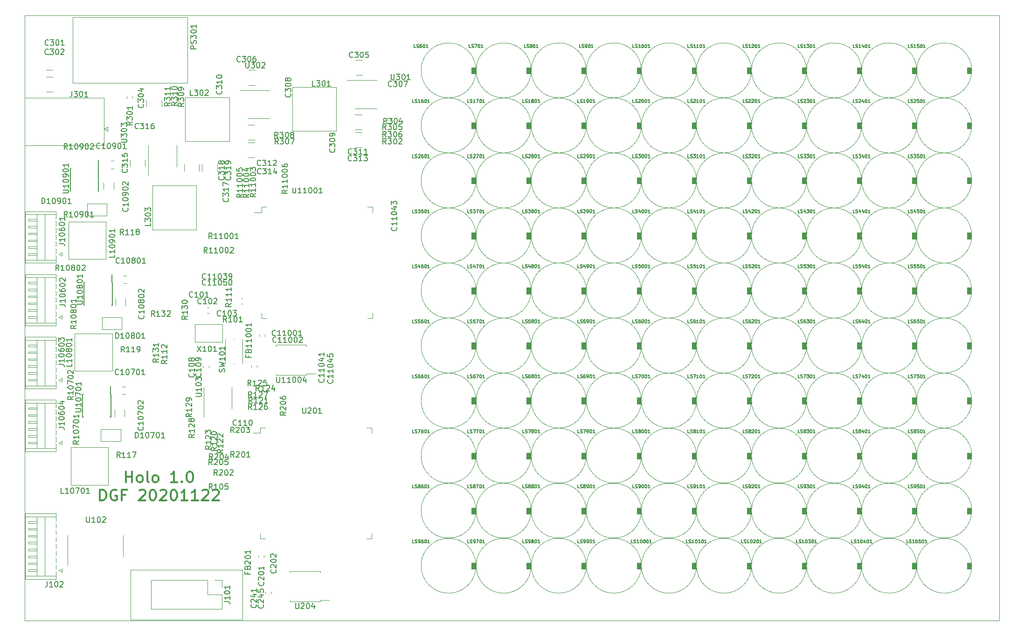
<source format=gbr>
G04 #@! TF.GenerationSoftware,KiCad,Pcbnew,(5.1.5)-3*
G04 #@! TF.CreationDate,2020-11-28T21:49:59-05:00*
G04 #@! TF.ProjectId,floater,666c6f61-7465-4722-9e6b-696361645f70,rev?*
G04 #@! TF.SameCoordinates,PXfb691c48PY5f5e038*
G04 #@! TF.FileFunction,Legend,Top*
G04 #@! TF.FilePolarity,Positive*
%FSLAX46Y46*%
G04 Gerber Fmt 4.6, Leading zero omitted, Abs format (unit mm)*
G04 Created by KiCad (PCBNEW (5.1.5)-3) date 2020-11-28 21:49:59*
%MOMM*%
%LPD*%
G04 APERTURE LIST*
%ADD10C,0.050000*%
%ADD11C,0.300000*%
%ADD12C,0.120000*%
%ADD13C,0.150000*%
%ADD14C,0.100000*%
G04 APERTURE END LIST*
D10*
X176997560Y-200D02*
X-2440Y-200D01*
D11*
X18394801Y25131779D02*
X18394801Y27131779D01*
X18394801Y26179398D02*
X19537659Y26179398D01*
X19537659Y25131779D02*
X19537659Y27131779D01*
X20775754Y25131779D02*
X20585278Y25227017D01*
X20490040Y25322255D01*
X20394801Y25512731D01*
X20394801Y26084160D01*
X20490040Y26274636D01*
X20585278Y26369874D01*
X20775754Y26465112D01*
X21061468Y26465112D01*
X21251944Y26369874D01*
X21347182Y26274636D01*
X21442420Y26084160D01*
X21442420Y25512731D01*
X21347182Y25322255D01*
X21251944Y25227017D01*
X21061468Y25131779D01*
X20775754Y25131779D01*
X22585278Y25131779D02*
X22394801Y25227017D01*
X22299563Y25417493D01*
X22299563Y27131779D01*
X23632897Y25131779D02*
X23442420Y25227017D01*
X23347182Y25322255D01*
X23251944Y25512731D01*
X23251944Y26084160D01*
X23347182Y26274636D01*
X23442420Y26369874D01*
X23632897Y26465112D01*
X23918611Y26465112D01*
X24109087Y26369874D01*
X24204325Y26274636D01*
X24299563Y26084160D01*
X24299563Y25512731D01*
X24204325Y25322255D01*
X24109087Y25227017D01*
X23918611Y25131779D01*
X23632897Y25131779D01*
X27728135Y25131779D02*
X26585278Y25131779D01*
X27156706Y25131779D02*
X27156706Y27131779D01*
X26966230Y26846064D01*
X26775754Y26655588D01*
X26585278Y26560350D01*
X28585278Y25322255D02*
X28680516Y25227017D01*
X28585278Y25131779D01*
X28490040Y25227017D01*
X28585278Y25322255D01*
X28585278Y25131779D01*
X29918611Y27131779D02*
X30109087Y27131779D01*
X30299563Y27036540D01*
X30394801Y26941302D01*
X30490040Y26750826D01*
X30585278Y26369874D01*
X30585278Y25893683D01*
X30490040Y25512731D01*
X30394801Y25322255D01*
X30299563Y25227017D01*
X30109087Y25131779D01*
X29918611Y25131779D01*
X29728135Y25227017D01*
X29632897Y25322255D01*
X29537659Y25512731D01*
X29442420Y25893683D01*
X29442420Y26369874D01*
X29537659Y26750826D01*
X29632897Y26941302D01*
X29728135Y27036540D01*
X29918611Y27131779D01*
X13680516Y21831779D02*
X13680516Y23831779D01*
X14156706Y23831779D01*
X14442420Y23736540D01*
X14632897Y23546064D01*
X14728135Y23355588D01*
X14823373Y22974636D01*
X14823373Y22688921D01*
X14728135Y22307969D01*
X14632897Y22117493D01*
X14442420Y21927017D01*
X14156706Y21831779D01*
X13680516Y21831779D01*
X16728135Y23736540D02*
X16537659Y23831779D01*
X16251944Y23831779D01*
X15966230Y23736540D01*
X15775754Y23546064D01*
X15680516Y23355588D01*
X15585278Y22974636D01*
X15585278Y22688921D01*
X15680516Y22307969D01*
X15775754Y22117493D01*
X15966230Y21927017D01*
X16251944Y21831779D01*
X16442420Y21831779D01*
X16728135Y21927017D01*
X16823373Y22022255D01*
X16823373Y22688921D01*
X16442420Y22688921D01*
X18347182Y22879398D02*
X17680516Y22879398D01*
X17680516Y21831779D02*
X17680516Y23831779D01*
X18632897Y23831779D01*
X20823373Y23641302D02*
X20918611Y23736540D01*
X21109087Y23831779D01*
X21585278Y23831779D01*
X21775754Y23736540D01*
X21870992Y23641302D01*
X21966230Y23450826D01*
X21966230Y23260350D01*
X21870992Y22974636D01*
X20728135Y21831779D01*
X21966230Y21831779D01*
X23204325Y23831779D02*
X23394801Y23831779D01*
X23585278Y23736540D01*
X23680516Y23641302D01*
X23775754Y23450826D01*
X23870992Y23069874D01*
X23870992Y22593683D01*
X23775754Y22212731D01*
X23680516Y22022255D01*
X23585278Y21927017D01*
X23394801Y21831779D01*
X23204325Y21831779D01*
X23013849Y21927017D01*
X22918611Y22022255D01*
X22823373Y22212731D01*
X22728135Y22593683D01*
X22728135Y23069874D01*
X22823373Y23450826D01*
X22918611Y23641302D01*
X23013849Y23736540D01*
X23204325Y23831779D01*
X24632897Y23641302D02*
X24728135Y23736540D01*
X24918611Y23831779D01*
X25394801Y23831779D01*
X25585278Y23736540D01*
X25680516Y23641302D01*
X25775754Y23450826D01*
X25775754Y23260350D01*
X25680516Y22974636D01*
X24537659Y21831779D01*
X25775754Y21831779D01*
X27013849Y23831779D02*
X27204325Y23831779D01*
X27394801Y23736540D01*
X27490040Y23641302D01*
X27585278Y23450826D01*
X27680516Y23069874D01*
X27680516Y22593683D01*
X27585278Y22212731D01*
X27490040Y22022255D01*
X27394801Y21927017D01*
X27204325Y21831779D01*
X27013849Y21831779D01*
X26823373Y21927017D01*
X26728135Y22022255D01*
X26632897Y22212731D01*
X26537659Y22593683D01*
X26537659Y23069874D01*
X26632897Y23450826D01*
X26728135Y23641302D01*
X26823373Y23736540D01*
X27013849Y23831779D01*
X29585278Y21831779D02*
X28442420Y21831779D01*
X29013849Y21831779D02*
X29013849Y23831779D01*
X28823373Y23546064D01*
X28632897Y23355588D01*
X28442420Y23260350D01*
X31490040Y21831779D02*
X30347182Y21831779D01*
X30918611Y21831779D02*
X30918611Y23831779D01*
X30728135Y23546064D01*
X30537659Y23355588D01*
X30347182Y23260350D01*
X32251944Y23641302D02*
X32347182Y23736540D01*
X32537659Y23831779D01*
X33013849Y23831779D01*
X33204325Y23736540D01*
X33299563Y23641302D01*
X33394801Y23450826D01*
X33394801Y23260350D01*
X33299563Y22974636D01*
X32156706Y21831779D01*
X33394801Y21831779D01*
X34156706Y23641302D02*
X34251944Y23736540D01*
X34442420Y23831779D01*
X34918611Y23831779D01*
X35109087Y23736540D01*
X35204325Y23641302D01*
X35299563Y23450826D01*
X35299563Y23260350D01*
X35204325Y22974636D01*
X34061468Y21831779D01*
X35299563Y21831779D01*
D10*
X176997560Y109999800D02*
X-2440Y109999800D01*
X176997560Y-200D02*
X176997560Y109999800D01*
X-2440Y109999800D02*
X-2440Y-200D01*
D12*
X33443640Y45968701D02*
X33443640Y46294259D01*
X32423640Y45968701D02*
X32423640Y46294259D01*
X32540260Y40469820D02*
X32540260Y37019820D01*
X32540260Y40469820D02*
X32540260Y42419820D01*
X37660260Y40469820D02*
X37660260Y38519820D01*
X37660260Y40469820D02*
X37660260Y42419820D01*
X8743820Y97717920D02*
X8743820Y109617920D01*
X29543820Y97717920D02*
X8743820Y97717920D01*
X29543820Y109617920D02*
X29543820Y97717920D01*
X29543820Y109617920D02*
X8743820Y109617920D01*
X19260660Y9287420D02*
X39560660Y9287420D01*
X19260660Y227420D02*
X19260660Y9287420D01*
X39560660Y227420D02*
X19260660Y227420D01*
X39560660Y9287420D02*
X39560660Y227420D01*
X23000660Y7354880D02*
X23000660Y2154880D01*
X33220660Y7354880D02*
X23000660Y7354880D01*
X35820660Y2154880D02*
X23000660Y2154880D01*
X33220660Y7354880D02*
X33220660Y4754880D01*
X33220660Y4754880D02*
X35820660Y4754880D01*
X35820660Y4754880D02*
X35820660Y2154880D01*
X34490660Y7354880D02*
X35820660Y7354880D01*
X35820660Y7354880D02*
X35820660Y6024880D01*
X7797480Y13583920D02*
X7797480Y10133920D01*
X7797480Y13583920D02*
X7797480Y15533920D01*
X17917480Y13583920D02*
X17917480Y11633920D01*
X17917480Y13583920D02*
X17917480Y15533920D01*
X18545080Y95283239D02*
X18545080Y94957681D01*
X19565080Y95283239D02*
X19565080Y94957681D01*
X22165480Y94599844D02*
X22165480Y93395716D01*
X24885480Y94599844D02*
X24885480Y93395716D01*
X5138504Y98807100D02*
X3934376Y98807100D01*
X5138504Y96087100D02*
X3934376Y96087100D01*
X5120724Y102853320D02*
X3916596Y102853320D01*
X5120724Y100133320D02*
X3916596Y100133320D01*
X14802060Y72521020D02*
X14802060Y65721020D01*
X8002060Y72521020D02*
X14802060Y72521020D01*
X8002060Y65721020D02*
X8002060Y72521020D01*
X14802060Y65721020D02*
X8002060Y65721020D01*
X15917120Y45388320D02*
X9117120Y45388320D01*
X15917120Y52188320D02*
X15917120Y45388320D01*
X9117120Y52188320D02*
X15917120Y52188320D01*
X9117120Y45388320D02*
X9117120Y52188320D01*
X15185600Y24692400D02*
X8385600Y24692400D01*
X15185600Y31492400D02*
X15185600Y24692400D01*
X8385600Y31492400D02*
X15185600Y31492400D01*
X8385600Y24692400D02*
X8385600Y31492400D01*
X6801540Y32613880D02*
X6201540Y32313880D01*
X6801540Y32013880D02*
X6801540Y32613880D01*
X6201540Y32313880D02*
X6801540Y32013880D01*
X5711540Y38313880D02*
X5661540Y38313880D01*
X5711540Y37563880D02*
X5711540Y38313880D01*
X5661540Y37563880D02*
X5711540Y37563880D01*
X739040Y38713880D02*
X2201540Y38713880D01*
X701540Y38563880D02*
X739040Y38713880D01*
X739040Y38413880D02*
X701540Y38563880D01*
X2201540Y38413880D02*
X739040Y38413880D01*
X5711540Y37063880D02*
X5661540Y37063880D01*
X5711540Y36313880D02*
X5711540Y37063880D01*
X5661540Y36313880D02*
X5711540Y36313880D01*
X739040Y37463880D02*
X2201540Y37463880D01*
X701540Y37313880D02*
X739040Y37463880D01*
X739040Y37163880D02*
X701540Y37313880D01*
X2201540Y37163880D02*
X739040Y37163880D01*
X5711540Y35813880D02*
X5661540Y35813880D01*
X5711540Y35063880D02*
X5711540Y35813880D01*
X5661540Y35063880D02*
X5711540Y35063880D01*
X739040Y36213880D02*
X2201540Y36213880D01*
X701540Y36063880D02*
X739040Y36213880D01*
X739040Y35913880D02*
X701540Y36063880D01*
X2201540Y35913880D02*
X739040Y35913880D01*
X5711540Y34563880D02*
X5661540Y34563880D01*
X5711540Y33813880D02*
X5711540Y34563880D01*
X5661540Y33813880D02*
X5711540Y33813880D01*
X739040Y34963880D02*
X2201540Y34963880D01*
X701540Y34813880D02*
X739040Y34963880D01*
X739040Y34663880D02*
X701540Y34813880D01*
X2201540Y34663880D02*
X739040Y34663880D01*
X5711540Y33313880D02*
X5661540Y33313880D01*
X5711540Y32563880D02*
X5711540Y33313880D01*
X5661540Y32563880D02*
X5711540Y32563880D01*
X739040Y33713880D02*
X2201540Y33713880D01*
X701540Y33563880D02*
X739040Y33713880D01*
X739040Y33413880D02*
X701540Y33563880D01*
X2201540Y33413880D02*
X739040Y33413880D01*
X739040Y32463880D02*
X2201540Y32463880D01*
X701540Y32313880D02*
X739040Y32463880D01*
X739040Y32163880D02*
X701540Y32313880D01*
X2201540Y32163880D02*
X739040Y32163880D01*
X91540Y39573880D02*
X5711540Y39573880D01*
X91540Y31303880D02*
X5711540Y31303880D01*
X3701540Y31303880D02*
X3701540Y39573880D01*
X2201540Y31303880D02*
X2201540Y39573880D01*
X5711540Y38813880D02*
X5661540Y38813880D01*
X5711540Y40123880D02*
X5711540Y38813880D01*
X91540Y40123880D02*
X5711540Y40123880D01*
X91540Y30753880D02*
X91540Y40123880D01*
X5711540Y30753880D02*
X91540Y30753880D01*
X5711540Y32063880D02*
X5711540Y30753880D01*
X5661540Y32063880D02*
X5711540Y32063880D01*
X27620640Y84438760D02*
X27620640Y86388760D01*
X27620640Y84438760D02*
X27620640Y82488760D01*
X22500640Y84438760D02*
X22500640Y86388760D01*
X22500640Y84438760D02*
X22500640Y80988760D01*
X31205940Y71059540D02*
X31205940Y79059540D01*
X23205940Y79059540D02*
X23205940Y71059540D01*
X31205940Y71059540D02*
X23205940Y71059540D01*
X23205940Y79059540D02*
X31205940Y79059540D01*
X34966740Y81693936D02*
X34966740Y82898064D01*
X32246740Y81693936D02*
X32246740Y82898064D01*
X31735400Y81685176D02*
X31735400Y82889304D01*
X29015400Y81685176D02*
X29015400Y82889304D01*
X21878120Y82582936D02*
X21878120Y83787064D01*
X19158120Y82582936D02*
X19158120Y83787064D01*
X53679580Y3775780D02*
X55332080Y3775780D01*
X53679580Y3493280D02*
X53679580Y3775780D01*
X50932080Y3493280D02*
X53679580Y3493280D01*
X48184580Y3493280D02*
X48184580Y3775780D01*
X50932080Y3493280D02*
X48184580Y3493280D01*
X53679580Y8988280D02*
X53679580Y8705780D01*
X50932080Y8988280D02*
X53679580Y8988280D01*
X48184580Y8988280D02*
X48184580Y8705780D01*
X50932080Y8988280D02*
X48184580Y8988280D01*
X44726320Y4960401D02*
X44726320Y5285959D01*
X43706320Y4960401D02*
X43706320Y5285959D01*
X42495560Y91247860D02*
X44445560Y91247860D01*
X42495560Y91247860D02*
X40545560Y91247860D01*
X42495560Y96367860D02*
X44445560Y96367860D01*
X42495560Y96367860D02*
X39045560Y96367860D01*
X61968380Y93088780D02*
X63918380Y93088780D01*
X61968380Y93088780D02*
X60018380Y93088780D01*
X61968380Y98208780D02*
X63918380Y98208780D01*
X61968380Y98208780D02*
X58518380Y98208780D01*
X48631340Y88974160D02*
X56631340Y88974160D01*
X56631340Y96974160D02*
X48631340Y96974160D01*
X48631340Y88974160D02*
X48631340Y96974160D01*
X56631340Y96974160D02*
X56631340Y88974160D01*
X29197800Y87125040D02*
X37197800Y87125040D01*
X37197800Y95125040D02*
X29197800Y95125040D01*
X29197800Y87125040D02*
X29197800Y95125040D01*
X37197800Y95125040D02*
X37197800Y87125040D01*
X60015036Y89239260D02*
X61219164Y89239260D01*
X60015036Y91959260D02*
X61219164Y91959260D01*
X60027736Y86031240D02*
X61231864Y86031240D01*
X60027736Y88751240D02*
X61231864Y88751240D01*
X60129336Y99160500D02*
X61333464Y99160500D01*
X60129336Y101880500D02*
X61333464Y101880500D01*
X40551016Y84187200D02*
X41755144Y84187200D01*
X40551016Y86907200D02*
X41755144Y86907200D01*
X40558636Y87405380D02*
X41762764Y87405380D01*
X40558636Y90125380D02*
X41762764Y90125380D01*
X40693256Y97331700D02*
X41897384Y97331700D01*
X40693256Y100051700D02*
X41897384Y100051700D01*
X6809160Y9438920D02*
X6209160Y9138920D01*
X6809160Y8838920D02*
X6809160Y9438920D01*
X6209160Y9138920D02*
X6809160Y8838920D01*
X5719160Y17638920D02*
X5669160Y17638920D01*
X5719160Y16888920D02*
X5719160Y17638920D01*
X5669160Y16888920D02*
X5719160Y16888920D01*
X746660Y18038920D02*
X2209160Y18038920D01*
X709160Y17888920D02*
X746660Y18038920D01*
X746660Y17738920D02*
X709160Y17888920D01*
X2209160Y17738920D02*
X746660Y17738920D01*
X5719160Y16388920D02*
X5669160Y16388920D01*
X5719160Y15638920D02*
X5719160Y16388920D01*
X5669160Y15638920D02*
X5719160Y15638920D01*
X746660Y16788920D02*
X2209160Y16788920D01*
X709160Y16638920D02*
X746660Y16788920D01*
X746660Y16488920D02*
X709160Y16638920D01*
X2209160Y16488920D02*
X746660Y16488920D01*
X5719160Y15138920D02*
X5669160Y15138920D01*
X5719160Y14388920D02*
X5719160Y15138920D01*
X5669160Y14388920D02*
X5719160Y14388920D01*
X746660Y15538920D02*
X2209160Y15538920D01*
X709160Y15388920D02*
X746660Y15538920D01*
X746660Y15238920D02*
X709160Y15388920D01*
X2209160Y15238920D02*
X746660Y15238920D01*
X5719160Y13888920D02*
X5669160Y13888920D01*
X5719160Y13138920D02*
X5719160Y13888920D01*
X5669160Y13138920D02*
X5719160Y13138920D01*
X746660Y14288920D02*
X2209160Y14288920D01*
X709160Y14138920D02*
X746660Y14288920D01*
X746660Y13988920D02*
X709160Y14138920D01*
X2209160Y13988920D02*
X746660Y13988920D01*
X5719160Y12638920D02*
X5669160Y12638920D01*
X5719160Y11888920D02*
X5719160Y12638920D01*
X5669160Y11888920D02*
X5719160Y11888920D01*
X746660Y13038920D02*
X2209160Y13038920D01*
X709160Y12888920D02*
X746660Y13038920D01*
X746660Y12738920D02*
X709160Y12888920D01*
X2209160Y12738920D02*
X746660Y12738920D01*
X5719160Y11388920D02*
X5669160Y11388920D01*
X5719160Y10638920D02*
X5719160Y11388920D01*
X5669160Y10638920D02*
X5719160Y10638920D01*
X746660Y11788920D02*
X2209160Y11788920D01*
X709160Y11638920D02*
X746660Y11788920D01*
X746660Y11488920D02*
X709160Y11638920D01*
X2209160Y11488920D02*
X746660Y11488920D01*
X5719160Y10138920D02*
X5669160Y10138920D01*
X5719160Y9388920D02*
X5719160Y10138920D01*
X5669160Y9388920D02*
X5719160Y9388920D01*
X746660Y10538920D02*
X2209160Y10538920D01*
X709160Y10388920D02*
X746660Y10538920D01*
X746660Y10238920D02*
X709160Y10388920D01*
X2209160Y10238920D02*
X746660Y10238920D01*
X746660Y9288920D02*
X2209160Y9288920D01*
X709160Y9138920D02*
X746660Y9288920D01*
X746660Y8988920D02*
X709160Y9138920D01*
X2209160Y8988920D02*
X746660Y8988920D01*
X99160Y18898920D02*
X5719160Y18898920D01*
X99160Y8128920D02*
X5719160Y8128920D01*
X3709160Y8128920D02*
X3709160Y18898920D01*
X2209160Y8128920D02*
X2209160Y18898920D01*
X5719160Y18138920D02*
X5669160Y18138920D01*
X5719160Y19448920D02*
X5719160Y18138920D01*
X99160Y19448920D02*
X5719160Y19448920D01*
X99160Y7578920D02*
X99160Y19448920D01*
X5719160Y7578920D02*
X99160Y7578920D01*
X5719160Y8888920D02*
X5719160Y7578920D01*
X5669160Y8888920D02*
X5719160Y8888920D01*
X6801540Y44032874D02*
X6201540Y43732874D01*
X6801540Y43432874D02*
X6801540Y44032874D01*
X6201540Y43732874D02*
X6801540Y43432874D01*
X5711540Y49732874D02*
X5661540Y49732874D01*
X5711540Y48982874D02*
X5711540Y49732874D01*
X5661540Y48982874D02*
X5711540Y48982874D01*
X739040Y50132874D02*
X2201540Y50132874D01*
X701540Y49982874D02*
X739040Y50132874D01*
X739040Y49832874D02*
X701540Y49982874D01*
X2201540Y49832874D02*
X739040Y49832874D01*
X5711540Y48482874D02*
X5661540Y48482874D01*
X5711540Y47732874D02*
X5711540Y48482874D01*
X5661540Y47732874D02*
X5711540Y47732874D01*
X739040Y48882874D02*
X2201540Y48882874D01*
X701540Y48732874D02*
X739040Y48882874D01*
X739040Y48582874D02*
X701540Y48732874D01*
X2201540Y48582874D02*
X739040Y48582874D01*
X5711540Y47232874D02*
X5661540Y47232874D01*
X5711540Y46482874D02*
X5711540Y47232874D01*
X5661540Y46482874D02*
X5711540Y46482874D01*
X739040Y47632874D02*
X2201540Y47632874D01*
X701540Y47482874D02*
X739040Y47632874D01*
X739040Y47332874D02*
X701540Y47482874D01*
X2201540Y47332874D02*
X739040Y47332874D01*
X5711540Y45982874D02*
X5661540Y45982874D01*
X5711540Y45232874D02*
X5711540Y45982874D01*
X5661540Y45232874D02*
X5711540Y45232874D01*
X739040Y46382874D02*
X2201540Y46382874D01*
X701540Y46232874D02*
X739040Y46382874D01*
X739040Y46082874D02*
X701540Y46232874D01*
X2201540Y46082874D02*
X739040Y46082874D01*
X5711540Y44732874D02*
X5661540Y44732874D01*
X5711540Y43982874D02*
X5711540Y44732874D01*
X5661540Y43982874D02*
X5711540Y43982874D01*
X739040Y45132874D02*
X2201540Y45132874D01*
X701540Y44982874D02*
X739040Y45132874D01*
X739040Y44832874D02*
X701540Y44982874D01*
X2201540Y44832874D02*
X739040Y44832874D01*
X739040Y43882874D02*
X2201540Y43882874D01*
X701540Y43732874D02*
X739040Y43882874D01*
X739040Y43582874D02*
X701540Y43732874D01*
X2201540Y43582874D02*
X739040Y43582874D01*
X91540Y50992874D02*
X5711540Y50992874D01*
X91540Y42722874D02*
X5711540Y42722874D01*
X3701540Y42722874D02*
X3701540Y50992874D01*
X2201540Y42722874D02*
X2201540Y50992874D01*
X5711540Y50232874D02*
X5661540Y50232874D01*
X5711540Y51542874D02*
X5711540Y50232874D01*
X91540Y51542874D02*
X5711540Y51542874D01*
X91540Y42172874D02*
X91540Y51542874D01*
X5711540Y42172874D02*
X91540Y42172874D01*
X5711540Y43482874D02*
X5711540Y42172874D01*
X5661540Y43482874D02*
X5711540Y43482874D01*
X6801540Y55451867D02*
X6201540Y55151867D01*
X6801540Y54851867D02*
X6801540Y55451867D01*
X6201540Y55151867D02*
X6801540Y54851867D01*
X5711540Y61151867D02*
X5661540Y61151867D01*
X5711540Y60401867D02*
X5711540Y61151867D01*
X5661540Y60401867D02*
X5711540Y60401867D01*
X739040Y61551867D02*
X2201540Y61551867D01*
X701540Y61401867D02*
X739040Y61551867D01*
X739040Y61251867D02*
X701540Y61401867D01*
X2201540Y61251867D02*
X739040Y61251867D01*
X5711540Y59901867D02*
X5661540Y59901867D01*
X5711540Y59151867D02*
X5711540Y59901867D01*
X5661540Y59151867D02*
X5711540Y59151867D01*
X739040Y60301867D02*
X2201540Y60301867D01*
X701540Y60151867D02*
X739040Y60301867D01*
X739040Y60001867D02*
X701540Y60151867D01*
X2201540Y60001867D02*
X739040Y60001867D01*
X5711540Y58651867D02*
X5661540Y58651867D01*
X5711540Y57901867D02*
X5711540Y58651867D01*
X5661540Y57901867D02*
X5711540Y57901867D01*
X739040Y59051867D02*
X2201540Y59051867D01*
X701540Y58901867D02*
X739040Y59051867D01*
X739040Y58751867D02*
X701540Y58901867D01*
X2201540Y58751867D02*
X739040Y58751867D01*
X5711540Y57401867D02*
X5661540Y57401867D01*
X5711540Y56651867D02*
X5711540Y57401867D01*
X5661540Y56651867D02*
X5711540Y56651867D01*
X739040Y57801867D02*
X2201540Y57801867D01*
X701540Y57651867D02*
X739040Y57801867D01*
X739040Y57501867D02*
X701540Y57651867D01*
X2201540Y57501867D02*
X739040Y57501867D01*
X5711540Y56151867D02*
X5661540Y56151867D01*
X5711540Y55401867D02*
X5711540Y56151867D01*
X5661540Y55401867D02*
X5711540Y55401867D01*
X739040Y56551867D02*
X2201540Y56551867D01*
X701540Y56401867D02*
X739040Y56551867D01*
X739040Y56251867D02*
X701540Y56401867D01*
X2201540Y56251867D02*
X739040Y56251867D01*
X739040Y55301867D02*
X2201540Y55301867D01*
X701540Y55151867D02*
X739040Y55301867D01*
X739040Y55001867D02*
X701540Y55151867D01*
X2201540Y55001867D02*
X739040Y55001867D01*
X91540Y62411867D02*
X5711540Y62411867D01*
X91540Y54141867D02*
X5711540Y54141867D01*
X3701540Y54141867D02*
X3701540Y62411867D01*
X2201540Y54141867D02*
X2201540Y62411867D01*
X5711540Y61651867D02*
X5661540Y61651867D01*
X5711540Y62961867D02*
X5711540Y61651867D01*
X91540Y62961867D02*
X5711540Y62961867D01*
X91540Y53591867D02*
X91540Y62961867D01*
X5711540Y53591867D02*
X91540Y53591867D01*
X5711540Y54901867D02*
X5711540Y53591867D01*
X5661540Y54901867D02*
X5711540Y54901867D01*
X6801540Y66870860D02*
X6201540Y66570860D01*
X6801540Y66270860D02*
X6801540Y66870860D01*
X6201540Y66570860D02*
X6801540Y66270860D01*
X5711540Y72570860D02*
X5661540Y72570860D01*
X5711540Y71820860D02*
X5711540Y72570860D01*
X5661540Y71820860D02*
X5711540Y71820860D01*
X739040Y72970860D02*
X2201540Y72970860D01*
X701540Y72820860D02*
X739040Y72970860D01*
X739040Y72670860D02*
X701540Y72820860D01*
X2201540Y72670860D02*
X739040Y72670860D01*
X5711540Y71320860D02*
X5661540Y71320860D01*
X5711540Y70570860D02*
X5711540Y71320860D01*
X5661540Y70570860D02*
X5711540Y70570860D01*
X739040Y71720860D02*
X2201540Y71720860D01*
X701540Y71570860D02*
X739040Y71720860D01*
X739040Y71420860D02*
X701540Y71570860D01*
X2201540Y71420860D02*
X739040Y71420860D01*
X5711540Y70070860D02*
X5661540Y70070860D01*
X5711540Y69320860D02*
X5711540Y70070860D01*
X5661540Y69320860D02*
X5711540Y69320860D01*
X739040Y70470860D02*
X2201540Y70470860D01*
X701540Y70320860D02*
X739040Y70470860D01*
X739040Y70170860D02*
X701540Y70320860D01*
X2201540Y70170860D02*
X739040Y70170860D01*
X5711540Y68820860D02*
X5661540Y68820860D01*
X5711540Y68070860D02*
X5711540Y68820860D01*
X5661540Y68070860D02*
X5711540Y68070860D01*
X739040Y69220860D02*
X2201540Y69220860D01*
X701540Y69070860D02*
X739040Y69220860D01*
X739040Y68920860D02*
X701540Y69070860D01*
X2201540Y68920860D02*
X739040Y68920860D01*
X5711540Y67570860D02*
X5661540Y67570860D01*
X5711540Y66820860D02*
X5711540Y67570860D01*
X5661540Y66820860D02*
X5711540Y66820860D01*
X739040Y67970860D02*
X2201540Y67970860D01*
X701540Y67820860D02*
X739040Y67970860D01*
X739040Y67670860D02*
X701540Y67820860D01*
X2201540Y67670860D02*
X739040Y67670860D01*
X739040Y66720860D02*
X2201540Y66720860D01*
X701540Y66570860D02*
X739040Y66720860D01*
X739040Y66420860D02*
X701540Y66570860D01*
X2201540Y66420860D02*
X739040Y66420860D01*
X91540Y73830860D02*
X5711540Y73830860D01*
X91540Y65560860D02*
X5711540Y65560860D01*
X3701540Y65560860D02*
X3701540Y73830860D01*
X2201540Y65560860D02*
X2201540Y73830860D01*
X5711540Y73070860D02*
X5661540Y73070860D01*
X5711540Y74380860D02*
X5711540Y73070860D01*
X91540Y74380860D02*
X5711540Y74380860D01*
X91540Y65010860D02*
X91540Y74380860D01*
X5711540Y65010860D02*
X91540Y65010860D01*
X5711540Y66320860D02*
X5711540Y65010860D01*
X5661540Y66320860D02*
X5711540Y66320860D01*
X35949260Y50647800D02*
X35949260Y53847800D01*
X30949260Y53847800D02*
X30949260Y50647800D01*
X30949260Y50647800D02*
X35949260Y50647800D01*
X30949260Y53847800D02*
X35949260Y53847800D01*
D13*
X13391279Y82236159D02*
X13391279Y83636159D01*
X8291279Y82236159D02*
X8291279Y78086159D01*
X13441279Y82236159D02*
X13441279Y78086159D01*
X8291279Y82236159D02*
X8436279Y82236159D01*
X8291279Y78086159D02*
X8436279Y78086159D01*
X13441279Y78086159D02*
X13296279Y78086159D01*
X13441279Y82236159D02*
X13391279Y82236159D01*
X15866299Y61497739D02*
X15866299Y62897739D01*
X10766299Y61497739D02*
X10766299Y57347739D01*
X15916299Y61497739D02*
X15916299Y57347739D01*
X10766299Y61497739D02*
X10911299Y61497739D01*
X10766299Y57347739D02*
X10911299Y57347739D01*
X15916299Y57347739D02*
X15771299Y57347739D01*
X15916299Y61497739D02*
X15866299Y61497739D01*
X15622459Y41194739D02*
X15622459Y42594739D01*
X10522459Y41194739D02*
X10522459Y37044739D01*
X15672459Y41194739D02*
X15672459Y37044739D01*
X10522459Y41194739D02*
X10667459Y41194739D01*
X10522459Y37044739D02*
X10667459Y37044739D01*
X15672459Y37044739D02*
X15527459Y37044739D01*
X15672459Y41194739D02*
X15622459Y41194739D01*
D12*
X51185300Y44888220D02*
X52837800Y44888220D01*
X51185300Y44605720D02*
X51185300Y44888220D01*
X48437800Y44605720D02*
X51185300Y44605720D01*
X45690300Y44605720D02*
X45690300Y44888220D01*
X48437800Y44605720D02*
X45690300Y44605720D01*
X51185300Y50100720D02*
X51185300Y49818220D01*
X48437800Y50100720D02*
X51185300Y50100720D01*
X45690300Y50100720D02*
X45690300Y49818220D01*
X48437800Y50100720D02*
X45690300Y50100720D01*
X62278380Y54947820D02*
X63228380Y54947820D01*
X63228380Y54947820D02*
X63228380Y55897820D01*
X43958380Y54947820D02*
X43008380Y54947820D01*
X43008380Y54947820D02*
X43008380Y55897820D01*
X62278380Y75167820D02*
X63228380Y75167820D01*
X63228380Y75167820D02*
X63228380Y74217820D01*
X43958380Y75167820D02*
X43008380Y75167820D01*
X43008380Y75167820D02*
X43008380Y74217820D01*
X43008380Y74217820D02*
X41718380Y74217820D01*
X62078360Y14881060D02*
X63028360Y14881060D01*
X63028360Y14881060D02*
X63028360Y15831060D01*
X43758360Y14881060D02*
X42808360Y14881060D01*
X42808360Y14881060D02*
X42808360Y15831060D01*
X62078360Y35101060D02*
X63028360Y35101060D01*
X63028360Y35101060D02*
X63028360Y34151060D01*
X43758360Y35101060D02*
X42808360Y35101060D01*
X42808360Y35101060D02*
X42808360Y34151060D01*
X42808360Y34151060D02*
X41518360Y34151060D01*
X37968799Y51138519D02*
X38068799Y51138519D01*
X39568799Y46738519D02*
X39568799Y51138519D01*
X36468799Y51138519D02*
X36468799Y46738519D01*
X37968799Y46738519D02*
X38068799Y46738519D01*
D14*
G36*
X171937860Y9400360D02*
G01*
X171165700Y9400360D01*
X171165700Y10530660D01*
X171937860Y10530660D01*
X171937860Y9400360D01*
G37*
X171937860Y9400360D02*
X171165700Y9400360D01*
X171165700Y10530660D01*
X171937860Y10530660D01*
X171937860Y9400360D01*
D12*
X171997560Y9999800D02*
G75*
G03X171997560Y9999800I-5000000J0D01*
G01*
D14*
G36*
X161937860Y9400360D02*
G01*
X161165700Y9400360D01*
X161165700Y10530660D01*
X161937860Y10530660D01*
X161937860Y9400360D01*
G37*
X161937860Y9400360D02*
X161165700Y9400360D01*
X161165700Y10530660D01*
X161937860Y10530660D01*
X161937860Y9400360D01*
D12*
X161997560Y9999800D02*
G75*
G03X161997560Y9999800I-5000000J0D01*
G01*
D14*
G36*
X151937860Y9400360D02*
G01*
X151165700Y9400360D01*
X151165700Y10530660D01*
X151937860Y10530660D01*
X151937860Y9400360D01*
G37*
X151937860Y9400360D02*
X151165700Y9400360D01*
X151165700Y10530660D01*
X151937860Y10530660D01*
X151937860Y9400360D01*
D12*
X151997560Y9999800D02*
G75*
G03X151997560Y9999800I-5000000J0D01*
G01*
D14*
G36*
X141937860Y9400360D02*
G01*
X141165700Y9400360D01*
X141165700Y10530660D01*
X141937860Y10530660D01*
X141937860Y9400360D01*
G37*
X141937860Y9400360D02*
X141165700Y9400360D01*
X141165700Y10530660D01*
X141937860Y10530660D01*
X141937860Y9400360D01*
D12*
X141997560Y9999800D02*
G75*
G03X141997560Y9999800I-5000000J0D01*
G01*
D14*
G36*
X131937860Y9400360D02*
G01*
X131165700Y9400360D01*
X131165700Y10530660D01*
X131937860Y10530660D01*
X131937860Y9400360D01*
G37*
X131937860Y9400360D02*
X131165700Y9400360D01*
X131165700Y10530660D01*
X131937860Y10530660D01*
X131937860Y9400360D01*
D12*
X131997560Y9999800D02*
G75*
G03X131997560Y9999800I-5000000J0D01*
G01*
D14*
G36*
X121937860Y9400360D02*
G01*
X121165700Y9400360D01*
X121165700Y10530660D01*
X121937860Y10530660D01*
X121937860Y9400360D01*
G37*
X121937860Y9400360D02*
X121165700Y9400360D01*
X121165700Y10530660D01*
X121937860Y10530660D01*
X121937860Y9400360D01*
D12*
X121997560Y9999800D02*
G75*
G03X121997560Y9999800I-5000000J0D01*
G01*
D14*
G36*
X111937860Y9400360D02*
G01*
X111165700Y9400360D01*
X111165700Y10530660D01*
X111937860Y10530660D01*
X111937860Y9400360D01*
G37*
X111937860Y9400360D02*
X111165700Y9400360D01*
X111165700Y10530660D01*
X111937860Y10530660D01*
X111937860Y9400360D01*
D12*
X111997560Y9999800D02*
G75*
G03X111997560Y9999800I-5000000J0D01*
G01*
D14*
G36*
X101937860Y9400360D02*
G01*
X101165700Y9400360D01*
X101165700Y10530660D01*
X101937860Y10530660D01*
X101937860Y9400360D01*
G37*
X101937860Y9400360D02*
X101165700Y9400360D01*
X101165700Y10530660D01*
X101937860Y10530660D01*
X101937860Y9400360D01*
D12*
X101997560Y9999800D02*
G75*
G03X101997560Y9999800I-5000000J0D01*
G01*
D14*
G36*
X91937860Y9400360D02*
G01*
X91165700Y9400360D01*
X91165700Y10530660D01*
X91937860Y10530660D01*
X91937860Y9400360D01*
G37*
X91937860Y9400360D02*
X91165700Y9400360D01*
X91165700Y10530660D01*
X91937860Y10530660D01*
X91937860Y9400360D01*
D12*
X91997560Y9999800D02*
G75*
G03X91997560Y9999800I-5000000J0D01*
G01*
D14*
G36*
X81937860Y9400360D02*
G01*
X81165700Y9400360D01*
X81165700Y10530660D01*
X81937860Y10530660D01*
X81937860Y9400360D01*
G37*
X81937860Y9400360D02*
X81165700Y9400360D01*
X81165700Y10530660D01*
X81937860Y10530660D01*
X81937860Y9400360D01*
D12*
X81997560Y9999800D02*
G75*
G03X81997560Y9999800I-5000000J0D01*
G01*
D14*
G36*
X171937860Y19400360D02*
G01*
X171165700Y19400360D01*
X171165700Y20530660D01*
X171937860Y20530660D01*
X171937860Y19400360D01*
G37*
X171937860Y19400360D02*
X171165700Y19400360D01*
X171165700Y20530660D01*
X171937860Y20530660D01*
X171937860Y19400360D01*
D12*
X171997560Y19999800D02*
G75*
G03X171997560Y19999800I-5000000J0D01*
G01*
D14*
G36*
X161937860Y19400360D02*
G01*
X161165700Y19400360D01*
X161165700Y20530660D01*
X161937860Y20530660D01*
X161937860Y19400360D01*
G37*
X161937860Y19400360D02*
X161165700Y19400360D01*
X161165700Y20530660D01*
X161937860Y20530660D01*
X161937860Y19400360D01*
D12*
X161997560Y19999800D02*
G75*
G03X161997560Y19999800I-5000000J0D01*
G01*
D14*
G36*
X151937860Y19400360D02*
G01*
X151165700Y19400360D01*
X151165700Y20530660D01*
X151937860Y20530660D01*
X151937860Y19400360D01*
G37*
X151937860Y19400360D02*
X151165700Y19400360D01*
X151165700Y20530660D01*
X151937860Y20530660D01*
X151937860Y19400360D01*
D12*
X151997560Y19999800D02*
G75*
G03X151997560Y19999800I-5000000J0D01*
G01*
D14*
G36*
X141937860Y19400360D02*
G01*
X141165700Y19400360D01*
X141165700Y20530660D01*
X141937860Y20530660D01*
X141937860Y19400360D01*
G37*
X141937860Y19400360D02*
X141165700Y19400360D01*
X141165700Y20530660D01*
X141937860Y20530660D01*
X141937860Y19400360D01*
D12*
X141997560Y19999800D02*
G75*
G03X141997560Y19999800I-5000000J0D01*
G01*
D14*
G36*
X131937860Y19400360D02*
G01*
X131165700Y19400360D01*
X131165700Y20530660D01*
X131937860Y20530660D01*
X131937860Y19400360D01*
G37*
X131937860Y19400360D02*
X131165700Y19400360D01*
X131165700Y20530660D01*
X131937860Y20530660D01*
X131937860Y19400360D01*
D12*
X131997560Y19999800D02*
G75*
G03X131997560Y19999800I-5000000J0D01*
G01*
D14*
G36*
X121937860Y19400360D02*
G01*
X121165700Y19400360D01*
X121165700Y20530660D01*
X121937860Y20530660D01*
X121937860Y19400360D01*
G37*
X121937860Y19400360D02*
X121165700Y19400360D01*
X121165700Y20530660D01*
X121937860Y20530660D01*
X121937860Y19400360D01*
D12*
X121997560Y19999800D02*
G75*
G03X121997560Y19999800I-5000000J0D01*
G01*
D14*
G36*
X111937860Y19400360D02*
G01*
X111165700Y19400360D01*
X111165700Y20530660D01*
X111937860Y20530660D01*
X111937860Y19400360D01*
G37*
X111937860Y19400360D02*
X111165700Y19400360D01*
X111165700Y20530660D01*
X111937860Y20530660D01*
X111937860Y19400360D01*
D12*
X111997560Y19999800D02*
G75*
G03X111997560Y19999800I-5000000J0D01*
G01*
D14*
G36*
X101937860Y19400360D02*
G01*
X101165700Y19400360D01*
X101165700Y20530660D01*
X101937860Y20530660D01*
X101937860Y19400360D01*
G37*
X101937860Y19400360D02*
X101165700Y19400360D01*
X101165700Y20530660D01*
X101937860Y20530660D01*
X101937860Y19400360D01*
D12*
X101997560Y19999800D02*
G75*
G03X101997560Y19999800I-5000000J0D01*
G01*
D14*
G36*
X91937860Y19400360D02*
G01*
X91165700Y19400360D01*
X91165700Y20530660D01*
X91937860Y20530660D01*
X91937860Y19400360D01*
G37*
X91937860Y19400360D02*
X91165700Y19400360D01*
X91165700Y20530660D01*
X91937860Y20530660D01*
X91937860Y19400360D01*
D12*
X91997560Y19999800D02*
G75*
G03X91997560Y19999800I-5000000J0D01*
G01*
D14*
G36*
X81937860Y19400360D02*
G01*
X81165700Y19400360D01*
X81165700Y20530660D01*
X81937860Y20530660D01*
X81937860Y19400360D01*
G37*
X81937860Y19400360D02*
X81165700Y19400360D01*
X81165700Y20530660D01*
X81937860Y20530660D01*
X81937860Y19400360D01*
D12*
X81997560Y19999800D02*
G75*
G03X81997560Y19999800I-5000000J0D01*
G01*
D14*
G36*
X171937860Y29400360D02*
G01*
X171165700Y29400360D01*
X171165700Y30530660D01*
X171937860Y30530660D01*
X171937860Y29400360D01*
G37*
X171937860Y29400360D02*
X171165700Y29400360D01*
X171165700Y30530660D01*
X171937860Y30530660D01*
X171937860Y29400360D01*
D12*
X171997560Y29999800D02*
G75*
G03X171997560Y29999800I-5000000J0D01*
G01*
D14*
G36*
X161937860Y29400360D02*
G01*
X161165700Y29400360D01*
X161165700Y30530660D01*
X161937860Y30530660D01*
X161937860Y29400360D01*
G37*
X161937860Y29400360D02*
X161165700Y29400360D01*
X161165700Y30530660D01*
X161937860Y30530660D01*
X161937860Y29400360D01*
D12*
X161997560Y29999800D02*
G75*
G03X161997560Y29999800I-5000000J0D01*
G01*
D14*
G36*
X151937860Y29400360D02*
G01*
X151165700Y29400360D01*
X151165700Y30530660D01*
X151937860Y30530660D01*
X151937860Y29400360D01*
G37*
X151937860Y29400360D02*
X151165700Y29400360D01*
X151165700Y30530660D01*
X151937860Y30530660D01*
X151937860Y29400360D01*
D12*
X151997560Y29999800D02*
G75*
G03X151997560Y29999800I-5000000J0D01*
G01*
D14*
G36*
X141937860Y29400360D02*
G01*
X141165700Y29400360D01*
X141165700Y30530660D01*
X141937860Y30530660D01*
X141937860Y29400360D01*
G37*
X141937860Y29400360D02*
X141165700Y29400360D01*
X141165700Y30530660D01*
X141937860Y30530660D01*
X141937860Y29400360D01*
D12*
X141997560Y29999800D02*
G75*
G03X141997560Y29999800I-5000000J0D01*
G01*
D14*
G36*
X131937860Y29400360D02*
G01*
X131165700Y29400360D01*
X131165700Y30530660D01*
X131937860Y30530660D01*
X131937860Y29400360D01*
G37*
X131937860Y29400360D02*
X131165700Y29400360D01*
X131165700Y30530660D01*
X131937860Y30530660D01*
X131937860Y29400360D01*
D12*
X131997560Y29999800D02*
G75*
G03X131997560Y29999800I-5000000J0D01*
G01*
D14*
G36*
X121937860Y29400360D02*
G01*
X121165700Y29400360D01*
X121165700Y30530660D01*
X121937860Y30530660D01*
X121937860Y29400360D01*
G37*
X121937860Y29400360D02*
X121165700Y29400360D01*
X121165700Y30530660D01*
X121937860Y30530660D01*
X121937860Y29400360D01*
D12*
X121997560Y29999800D02*
G75*
G03X121997560Y29999800I-5000000J0D01*
G01*
D14*
G36*
X111937860Y29400360D02*
G01*
X111165700Y29400360D01*
X111165700Y30530660D01*
X111937860Y30530660D01*
X111937860Y29400360D01*
G37*
X111937860Y29400360D02*
X111165700Y29400360D01*
X111165700Y30530660D01*
X111937860Y30530660D01*
X111937860Y29400360D01*
D12*
X111997560Y29999800D02*
G75*
G03X111997560Y29999800I-5000000J0D01*
G01*
D14*
G36*
X101937860Y29400360D02*
G01*
X101165700Y29400360D01*
X101165700Y30530660D01*
X101937860Y30530660D01*
X101937860Y29400360D01*
G37*
X101937860Y29400360D02*
X101165700Y29400360D01*
X101165700Y30530660D01*
X101937860Y30530660D01*
X101937860Y29400360D01*
D12*
X101997560Y29999800D02*
G75*
G03X101997560Y29999800I-5000000J0D01*
G01*
D14*
G36*
X91937860Y29400360D02*
G01*
X91165700Y29400360D01*
X91165700Y30530660D01*
X91937860Y30530660D01*
X91937860Y29400360D01*
G37*
X91937860Y29400360D02*
X91165700Y29400360D01*
X91165700Y30530660D01*
X91937860Y30530660D01*
X91937860Y29400360D01*
D12*
X91997560Y29999800D02*
G75*
G03X91997560Y29999800I-5000000J0D01*
G01*
D14*
G36*
X81937860Y29400360D02*
G01*
X81165700Y29400360D01*
X81165700Y30530660D01*
X81937860Y30530660D01*
X81937860Y29400360D01*
G37*
X81937860Y29400360D02*
X81165700Y29400360D01*
X81165700Y30530660D01*
X81937860Y30530660D01*
X81937860Y29400360D01*
D12*
X81997560Y29999800D02*
G75*
G03X81997560Y29999800I-5000000J0D01*
G01*
D14*
G36*
X171937860Y39400360D02*
G01*
X171165700Y39400360D01*
X171165700Y40530660D01*
X171937860Y40530660D01*
X171937860Y39400360D01*
G37*
X171937860Y39400360D02*
X171165700Y39400360D01*
X171165700Y40530660D01*
X171937860Y40530660D01*
X171937860Y39400360D01*
D12*
X171997560Y39999800D02*
G75*
G03X171997560Y39999800I-5000000J0D01*
G01*
D14*
G36*
X161937860Y39400360D02*
G01*
X161165700Y39400360D01*
X161165700Y40530660D01*
X161937860Y40530660D01*
X161937860Y39400360D01*
G37*
X161937860Y39400360D02*
X161165700Y39400360D01*
X161165700Y40530660D01*
X161937860Y40530660D01*
X161937860Y39400360D01*
D12*
X161997560Y39999800D02*
G75*
G03X161997560Y39999800I-5000000J0D01*
G01*
D14*
G36*
X151937860Y39400360D02*
G01*
X151165700Y39400360D01*
X151165700Y40530660D01*
X151937860Y40530660D01*
X151937860Y39400360D01*
G37*
X151937860Y39400360D02*
X151165700Y39400360D01*
X151165700Y40530660D01*
X151937860Y40530660D01*
X151937860Y39400360D01*
D12*
X151997560Y39999800D02*
G75*
G03X151997560Y39999800I-5000000J0D01*
G01*
D14*
G36*
X141937860Y39400360D02*
G01*
X141165700Y39400360D01*
X141165700Y40530660D01*
X141937860Y40530660D01*
X141937860Y39400360D01*
G37*
X141937860Y39400360D02*
X141165700Y39400360D01*
X141165700Y40530660D01*
X141937860Y40530660D01*
X141937860Y39400360D01*
D12*
X141997560Y39999800D02*
G75*
G03X141997560Y39999800I-5000000J0D01*
G01*
D14*
G36*
X131937860Y39400360D02*
G01*
X131165700Y39400360D01*
X131165700Y40530660D01*
X131937860Y40530660D01*
X131937860Y39400360D01*
G37*
X131937860Y39400360D02*
X131165700Y39400360D01*
X131165700Y40530660D01*
X131937860Y40530660D01*
X131937860Y39400360D01*
D12*
X131997560Y39999800D02*
G75*
G03X131997560Y39999800I-5000000J0D01*
G01*
D14*
G36*
X121937860Y39400360D02*
G01*
X121165700Y39400360D01*
X121165700Y40530660D01*
X121937860Y40530660D01*
X121937860Y39400360D01*
G37*
X121937860Y39400360D02*
X121165700Y39400360D01*
X121165700Y40530660D01*
X121937860Y40530660D01*
X121937860Y39400360D01*
D12*
X121997560Y39999800D02*
G75*
G03X121997560Y39999800I-5000000J0D01*
G01*
D14*
G36*
X111937860Y39400360D02*
G01*
X111165700Y39400360D01*
X111165700Y40530660D01*
X111937860Y40530660D01*
X111937860Y39400360D01*
G37*
X111937860Y39400360D02*
X111165700Y39400360D01*
X111165700Y40530660D01*
X111937860Y40530660D01*
X111937860Y39400360D01*
D12*
X111997560Y39999800D02*
G75*
G03X111997560Y39999800I-5000000J0D01*
G01*
D14*
G36*
X101937860Y39400360D02*
G01*
X101165700Y39400360D01*
X101165700Y40530660D01*
X101937860Y40530660D01*
X101937860Y39400360D01*
G37*
X101937860Y39400360D02*
X101165700Y39400360D01*
X101165700Y40530660D01*
X101937860Y40530660D01*
X101937860Y39400360D01*
D12*
X101997560Y39999800D02*
G75*
G03X101997560Y39999800I-5000000J0D01*
G01*
D14*
G36*
X91937860Y39400360D02*
G01*
X91165700Y39400360D01*
X91165700Y40530660D01*
X91937860Y40530660D01*
X91937860Y39400360D01*
G37*
X91937860Y39400360D02*
X91165700Y39400360D01*
X91165700Y40530660D01*
X91937860Y40530660D01*
X91937860Y39400360D01*
D12*
X91997560Y39999800D02*
G75*
G03X91997560Y39999800I-5000000J0D01*
G01*
D14*
G36*
X81937860Y39400360D02*
G01*
X81165700Y39400360D01*
X81165700Y40530660D01*
X81937860Y40530660D01*
X81937860Y39400360D01*
G37*
X81937860Y39400360D02*
X81165700Y39400360D01*
X81165700Y40530660D01*
X81937860Y40530660D01*
X81937860Y39400360D01*
D12*
X81997560Y39999800D02*
G75*
G03X81997560Y39999800I-5000000J0D01*
G01*
D14*
G36*
X171937860Y49400360D02*
G01*
X171165700Y49400360D01*
X171165700Y50530660D01*
X171937860Y50530660D01*
X171937860Y49400360D01*
G37*
X171937860Y49400360D02*
X171165700Y49400360D01*
X171165700Y50530660D01*
X171937860Y50530660D01*
X171937860Y49400360D01*
D12*
X171997560Y49999800D02*
G75*
G03X171997560Y49999800I-5000000J0D01*
G01*
D14*
G36*
X161937860Y49400360D02*
G01*
X161165700Y49400360D01*
X161165700Y50530660D01*
X161937860Y50530660D01*
X161937860Y49400360D01*
G37*
X161937860Y49400360D02*
X161165700Y49400360D01*
X161165700Y50530660D01*
X161937860Y50530660D01*
X161937860Y49400360D01*
D12*
X161997560Y49999800D02*
G75*
G03X161997560Y49999800I-5000000J0D01*
G01*
D14*
G36*
X151937860Y49400360D02*
G01*
X151165700Y49400360D01*
X151165700Y50530660D01*
X151937860Y50530660D01*
X151937860Y49400360D01*
G37*
X151937860Y49400360D02*
X151165700Y49400360D01*
X151165700Y50530660D01*
X151937860Y50530660D01*
X151937860Y49400360D01*
D12*
X151997560Y49999800D02*
G75*
G03X151997560Y49999800I-5000000J0D01*
G01*
D14*
G36*
X141937860Y49400360D02*
G01*
X141165700Y49400360D01*
X141165700Y50530660D01*
X141937860Y50530660D01*
X141937860Y49400360D01*
G37*
X141937860Y49400360D02*
X141165700Y49400360D01*
X141165700Y50530660D01*
X141937860Y50530660D01*
X141937860Y49400360D01*
D12*
X141997560Y49999800D02*
G75*
G03X141997560Y49999800I-5000000J0D01*
G01*
D14*
G36*
X131937860Y49400360D02*
G01*
X131165700Y49400360D01*
X131165700Y50530660D01*
X131937860Y50530660D01*
X131937860Y49400360D01*
G37*
X131937860Y49400360D02*
X131165700Y49400360D01*
X131165700Y50530660D01*
X131937860Y50530660D01*
X131937860Y49400360D01*
D12*
X131997560Y49999800D02*
G75*
G03X131997560Y49999800I-5000000J0D01*
G01*
D14*
G36*
X121937860Y49400360D02*
G01*
X121165700Y49400360D01*
X121165700Y50530660D01*
X121937860Y50530660D01*
X121937860Y49400360D01*
G37*
X121937860Y49400360D02*
X121165700Y49400360D01*
X121165700Y50530660D01*
X121937860Y50530660D01*
X121937860Y49400360D01*
D12*
X121997560Y49999800D02*
G75*
G03X121997560Y49999800I-5000000J0D01*
G01*
D14*
G36*
X111937860Y49400360D02*
G01*
X111165700Y49400360D01*
X111165700Y50530660D01*
X111937860Y50530660D01*
X111937860Y49400360D01*
G37*
X111937860Y49400360D02*
X111165700Y49400360D01*
X111165700Y50530660D01*
X111937860Y50530660D01*
X111937860Y49400360D01*
D12*
X111997560Y49999800D02*
G75*
G03X111997560Y49999800I-5000000J0D01*
G01*
D14*
G36*
X101937860Y49400360D02*
G01*
X101165700Y49400360D01*
X101165700Y50530660D01*
X101937860Y50530660D01*
X101937860Y49400360D01*
G37*
X101937860Y49400360D02*
X101165700Y49400360D01*
X101165700Y50530660D01*
X101937860Y50530660D01*
X101937860Y49400360D01*
D12*
X101997560Y49999800D02*
G75*
G03X101997560Y49999800I-5000000J0D01*
G01*
D14*
G36*
X91937860Y49400360D02*
G01*
X91165700Y49400360D01*
X91165700Y50530660D01*
X91937860Y50530660D01*
X91937860Y49400360D01*
G37*
X91937860Y49400360D02*
X91165700Y49400360D01*
X91165700Y50530660D01*
X91937860Y50530660D01*
X91937860Y49400360D01*
D12*
X91997560Y49999800D02*
G75*
G03X91997560Y49999800I-5000000J0D01*
G01*
D14*
G36*
X81937860Y49400360D02*
G01*
X81165700Y49400360D01*
X81165700Y50530660D01*
X81937860Y50530660D01*
X81937860Y49400360D01*
G37*
X81937860Y49400360D02*
X81165700Y49400360D01*
X81165700Y50530660D01*
X81937860Y50530660D01*
X81937860Y49400360D01*
D12*
X81997560Y49999800D02*
G75*
G03X81997560Y49999800I-5000000J0D01*
G01*
D14*
G36*
X171937860Y59400360D02*
G01*
X171165700Y59400360D01*
X171165700Y60530660D01*
X171937860Y60530660D01*
X171937860Y59400360D01*
G37*
X171937860Y59400360D02*
X171165700Y59400360D01*
X171165700Y60530660D01*
X171937860Y60530660D01*
X171937860Y59400360D01*
D12*
X171997560Y59999800D02*
G75*
G03X171997560Y59999800I-5000000J0D01*
G01*
D14*
G36*
X161937860Y59400360D02*
G01*
X161165700Y59400360D01*
X161165700Y60530660D01*
X161937860Y60530660D01*
X161937860Y59400360D01*
G37*
X161937860Y59400360D02*
X161165700Y59400360D01*
X161165700Y60530660D01*
X161937860Y60530660D01*
X161937860Y59400360D01*
D12*
X161997560Y59999800D02*
G75*
G03X161997560Y59999800I-5000000J0D01*
G01*
D14*
G36*
X151937860Y59400360D02*
G01*
X151165700Y59400360D01*
X151165700Y60530660D01*
X151937860Y60530660D01*
X151937860Y59400360D01*
G37*
X151937860Y59400360D02*
X151165700Y59400360D01*
X151165700Y60530660D01*
X151937860Y60530660D01*
X151937860Y59400360D01*
D12*
X151997560Y59999800D02*
G75*
G03X151997560Y59999800I-5000000J0D01*
G01*
D14*
G36*
X141937860Y59400360D02*
G01*
X141165700Y59400360D01*
X141165700Y60530660D01*
X141937860Y60530660D01*
X141937860Y59400360D01*
G37*
X141937860Y59400360D02*
X141165700Y59400360D01*
X141165700Y60530660D01*
X141937860Y60530660D01*
X141937860Y59400360D01*
D12*
X141997560Y59999800D02*
G75*
G03X141997560Y59999800I-5000000J0D01*
G01*
D14*
G36*
X131937860Y59400360D02*
G01*
X131165700Y59400360D01*
X131165700Y60530660D01*
X131937860Y60530660D01*
X131937860Y59400360D01*
G37*
X131937860Y59400360D02*
X131165700Y59400360D01*
X131165700Y60530660D01*
X131937860Y60530660D01*
X131937860Y59400360D01*
D12*
X131997560Y59999800D02*
G75*
G03X131997560Y59999800I-5000000J0D01*
G01*
D14*
G36*
X121937860Y59400360D02*
G01*
X121165700Y59400360D01*
X121165700Y60530660D01*
X121937860Y60530660D01*
X121937860Y59400360D01*
G37*
X121937860Y59400360D02*
X121165700Y59400360D01*
X121165700Y60530660D01*
X121937860Y60530660D01*
X121937860Y59400360D01*
D12*
X121997560Y59999800D02*
G75*
G03X121997560Y59999800I-5000000J0D01*
G01*
D14*
G36*
X111937860Y59400360D02*
G01*
X111165700Y59400360D01*
X111165700Y60530660D01*
X111937860Y60530660D01*
X111937860Y59400360D01*
G37*
X111937860Y59400360D02*
X111165700Y59400360D01*
X111165700Y60530660D01*
X111937860Y60530660D01*
X111937860Y59400360D01*
D12*
X111997560Y59999800D02*
G75*
G03X111997560Y59999800I-5000000J0D01*
G01*
D14*
G36*
X101937860Y59400360D02*
G01*
X101165700Y59400360D01*
X101165700Y60530660D01*
X101937860Y60530660D01*
X101937860Y59400360D01*
G37*
X101937860Y59400360D02*
X101165700Y59400360D01*
X101165700Y60530660D01*
X101937860Y60530660D01*
X101937860Y59400360D01*
D12*
X101997560Y59999800D02*
G75*
G03X101997560Y59999800I-5000000J0D01*
G01*
D14*
G36*
X91937860Y59400360D02*
G01*
X91165700Y59400360D01*
X91165700Y60530660D01*
X91937860Y60530660D01*
X91937860Y59400360D01*
G37*
X91937860Y59400360D02*
X91165700Y59400360D01*
X91165700Y60530660D01*
X91937860Y60530660D01*
X91937860Y59400360D01*
D12*
X91997560Y59999800D02*
G75*
G03X91997560Y59999800I-5000000J0D01*
G01*
D14*
G36*
X81937860Y59400360D02*
G01*
X81165700Y59400360D01*
X81165700Y60530660D01*
X81937860Y60530660D01*
X81937860Y59400360D01*
G37*
X81937860Y59400360D02*
X81165700Y59400360D01*
X81165700Y60530660D01*
X81937860Y60530660D01*
X81937860Y59400360D01*
D12*
X81997560Y59999800D02*
G75*
G03X81997560Y59999800I-5000000J0D01*
G01*
D14*
G36*
X171937860Y69400360D02*
G01*
X171165700Y69400360D01*
X171165700Y70530660D01*
X171937860Y70530660D01*
X171937860Y69400360D01*
G37*
X171937860Y69400360D02*
X171165700Y69400360D01*
X171165700Y70530660D01*
X171937860Y70530660D01*
X171937860Y69400360D01*
D12*
X171997560Y69999800D02*
G75*
G03X171997560Y69999800I-5000000J0D01*
G01*
D14*
G36*
X161937860Y69400360D02*
G01*
X161165700Y69400360D01*
X161165700Y70530660D01*
X161937860Y70530660D01*
X161937860Y69400360D01*
G37*
X161937860Y69400360D02*
X161165700Y69400360D01*
X161165700Y70530660D01*
X161937860Y70530660D01*
X161937860Y69400360D01*
D12*
X161997560Y69999800D02*
G75*
G03X161997560Y69999800I-5000000J0D01*
G01*
D14*
G36*
X151937860Y69400360D02*
G01*
X151165700Y69400360D01*
X151165700Y70530660D01*
X151937860Y70530660D01*
X151937860Y69400360D01*
G37*
X151937860Y69400360D02*
X151165700Y69400360D01*
X151165700Y70530660D01*
X151937860Y70530660D01*
X151937860Y69400360D01*
D12*
X151997560Y69999800D02*
G75*
G03X151997560Y69999800I-5000000J0D01*
G01*
D14*
G36*
X141937860Y69400360D02*
G01*
X141165700Y69400360D01*
X141165700Y70530660D01*
X141937860Y70530660D01*
X141937860Y69400360D01*
G37*
X141937860Y69400360D02*
X141165700Y69400360D01*
X141165700Y70530660D01*
X141937860Y70530660D01*
X141937860Y69400360D01*
D12*
X141997560Y69999800D02*
G75*
G03X141997560Y69999800I-5000000J0D01*
G01*
D14*
G36*
X131937860Y69400360D02*
G01*
X131165700Y69400360D01*
X131165700Y70530660D01*
X131937860Y70530660D01*
X131937860Y69400360D01*
G37*
X131937860Y69400360D02*
X131165700Y69400360D01*
X131165700Y70530660D01*
X131937860Y70530660D01*
X131937860Y69400360D01*
D12*
X131997560Y69999800D02*
G75*
G03X131997560Y69999800I-5000000J0D01*
G01*
D14*
G36*
X121937860Y69400360D02*
G01*
X121165700Y69400360D01*
X121165700Y70530660D01*
X121937860Y70530660D01*
X121937860Y69400360D01*
G37*
X121937860Y69400360D02*
X121165700Y69400360D01*
X121165700Y70530660D01*
X121937860Y70530660D01*
X121937860Y69400360D01*
D12*
X121997560Y69999800D02*
G75*
G03X121997560Y69999800I-5000000J0D01*
G01*
D14*
G36*
X111937860Y69400360D02*
G01*
X111165700Y69400360D01*
X111165700Y70530660D01*
X111937860Y70530660D01*
X111937860Y69400360D01*
G37*
X111937860Y69400360D02*
X111165700Y69400360D01*
X111165700Y70530660D01*
X111937860Y70530660D01*
X111937860Y69400360D01*
D12*
X111997560Y69999800D02*
G75*
G03X111997560Y69999800I-5000000J0D01*
G01*
D14*
G36*
X101937860Y69400360D02*
G01*
X101165700Y69400360D01*
X101165700Y70530660D01*
X101937860Y70530660D01*
X101937860Y69400360D01*
G37*
X101937860Y69400360D02*
X101165700Y69400360D01*
X101165700Y70530660D01*
X101937860Y70530660D01*
X101937860Y69400360D01*
D12*
X101997560Y69999800D02*
G75*
G03X101997560Y69999800I-5000000J0D01*
G01*
D14*
G36*
X91937860Y69400360D02*
G01*
X91165700Y69400360D01*
X91165700Y70530660D01*
X91937860Y70530660D01*
X91937860Y69400360D01*
G37*
X91937860Y69400360D02*
X91165700Y69400360D01*
X91165700Y70530660D01*
X91937860Y70530660D01*
X91937860Y69400360D01*
D12*
X91997560Y69999800D02*
G75*
G03X91997560Y69999800I-5000000J0D01*
G01*
D14*
G36*
X81937860Y69400360D02*
G01*
X81165700Y69400360D01*
X81165700Y70530660D01*
X81937860Y70530660D01*
X81937860Y69400360D01*
G37*
X81937860Y69400360D02*
X81165700Y69400360D01*
X81165700Y70530660D01*
X81937860Y70530660D01*
X81937860Y69400360D01*
D12*
X81997560Y69999800D02*
G75*
G03X81997560Y69999800I-5000000J0D01*
G01*
D14*
G36*
X171937860Y79400360D02*
G01*
X171165700Y79400360D01*
X171165700Y80530660D01*
X171937860Y80530660D01*
X171937860Y79400360D01*
G37*
X171937860Y79400360D02*
X171165700Y79400360D01*
X171165700Y80530660D01*
X171937860Y80530660D01*
X171937860Y79400360D01*
D12*
X171997560Y79999800D02*
G75*
G03X171997560Y79999800I-5000000J0D01*
G01*
D14*
G36*
X161937860Y79400360D02*
G01*
X161165700Y79400360D01*
X161165700Y80530660D01*
X161937860Y80530660D01*
X161937860Y79400360D01*
G37*
X161937860Y79400360D02*
X161165700Y79400360D01*
X161165700Y80530660D01*
X161937860Y80530660D01*
X161937860Y79400360D01*
D12*
X161997560Y79999800D02*
G75*
G03X161997560Y79999800I-5000000J0D01*
G01*
D14*
G36*
X151937860Y79400360D02*
G01*
X151165700Y79400360D01*
X151165700Y80530660D01*
X151937860Y80530660D01*
X151937860Y79400360D01*
G37*
X151937860Y79400360D02*
X151165700Y79400360D01*
X151165700Y80530660D01*
X151937860Y80530660D01*
X151937860Y79400360D01*
D12*
X151997560Y79999800D02*
G75*
G03X151997560Y79999800I-5000000J0D01*
G01*
D14*
G36*
X141937860Y79400360D02*
G01*
X141165700Y79400360D01*
X141165700Y80530660D01*
X141937860Y80530660D01*
X141937860Y79400360D01*
G37*
X141937860Y79400360D02*
X141165700Y79400360D01*
X141165700Y80530660D01*
X141937860Y80530660D01*
X141937860Y79400360D01*
D12*
X141997560Y79999800D02*
G75*
G03X141997560Y79999800I-5000000J0D01*
G01*
D14*
G36*
X131937860Y79400360D02*
G01*
X131165700Y79400360D01*
X131165700Y80530660D01*
X131937860Y80530660D01*
X131937860Y79400360D01*
G37*
X131937860Y79400360D02*
X131165700Y79400360D01*
X131165700Y80530660D01*
X131937860Y80530660D01*
X131937860Y79400360D01*
D12*
X131997560Y79999800D02*
G75*
G03X131997560Y79999800I-5000000J0D01*
G01*
D14*
G36*
X121937860Y79400360D02*
G01*
X121165700Y79400360D01*
X121165700Y80530660D01*
X121937860Y80530660D01*
X121937860Y79400360D01*
G37*
X121937860Y79400360D02*
X121165700Y79400360D01*
X121165700Y80530660D01*
X121937860Y80530660D01*
X121937860Y79400360D01*
D12*
X121997560Y79999800D02*
G75*
G03X121997560Y79999800I-5000000J0D01*
G01*
D14*
G36*
X111937860Y79400360D02*
G01*
X111165700Y79400360D01*
X111165700Y80530660D01*
X111937860Y80530660D01*
X111937860Y79400360D01*
G37*
X111937860Y79400360D02*
X111165700Y79400360D01*
X111165700Y80530660D01*
X111937860Y80530660D01*
X111937860Y79400360D01*
D12*
X111997560Y79999800D02*
G75*
G03X111997560Y79999800I-5000000J0D01*
G01*
D14*
G36*
X101937860Y79400360D02*
G01*
X101165700Y79400360D01*
X101165700Y80530660D01*
X101937860Y80530660D01*
X101937860Y79400360D01*
G37*
X101937860Y79400360D02*
X101165700Y79400360D01*
X101165700Y80530660D01*
X101937860Y80530660D01*
X101937860Y79400360D01*
D12*
X101997560Y79999800D02*
G75*
G03X101997560Y79999800I-5000000J0D01*
G01*
D14*
G36*
X91937860Y79400360D02*
G01*
X91165700Y79400360D01*
X91165700Y80530660D01*
X91937860Y80530660D01*
X91937860Y79400360D01*
G37*
X91937860Y79400360D02*
X91165700Y79400360D01*
X91165700Y80530660D01*
X91937860Y80530660D01*
X91937860Y79400360D01*
D12*
X91997560Y79999800D02*
G75*
G03X91997560Y79999800I-5000000J0D01*
G01*
D14*
G36*
X81937860Y79400360D02*
G01*
X81165700Y79400360D01*
X81165700Y80530660D01*
X81937860Y80530660D01*
X81937860Y79400360D01*
G37*
X81937860Y79400360D02*
X81165700Y79400360D01*
X81165700Y80530660D01*
X81937860Y80530660D01*
X81937860Y79400360D01*
D12*
X81997560Y79999800D02*
G75*
G03X81997560Y79999800I-5000000J0D01*
G01*
D14*
G36*
X171937860Y89400360D02*
G01*
X171165700Y89400360D01*
X171165700Y90530660D01*
X171937860Y90530660D01*
X171937860Y89400360D01*
G37*
X171937860Y89400360D02*
X171165700Y89400360D01*
X171165700Y90530660D01*
X171937860Y90530660D01*
X171937860Y89400360D01*
D12*
X171997560Y89999800D02*
G75*
G03X171997560Y89999800I-5000000J0D01*
G01*
D14*
G36*
X161937860Y89400360D02*
G01*
X161165700Y89400360D01*
X161165700Y90530660D01*
X161937860Y90530660D01*
X161937860Y89400360D01*
G37*
X161937860Y89400360D02*
X161165700Y89400360D01*
X161165700Y90530660D01*
X161937860Y90530660D01*
X161937860Y89400360D01*
D12*
X161997560Y89999800D02*
G75*
G03X161997560Y89999800I-5000000J0D01*
G01*
D14*
G36*
X151937860Y89400360D02*
G01*
X151165700Y89400360D01*
X151165700Y90530660D01*
X151937860Y90530660D01*
X151937860Y89400360D01*
G37*
X151937860Y89400360D02*
X151165700Y89400360D01*
X151165700Y90530660D01*
X151937860Y90530660D01*
X151937860Y89400360D01*
D12*
X151997560Y89999800D02*
G75*
G03X151997560Y89999800I-5000000J0D01*
G01*
D14*
G36*
X141937860Y89400360D02*
G01*
X141165700Y89400360D01*
X141165700Y90530660D01*
X141937860Y90530660D01*
X141937860Y89400360D01*
G37*
X141937860Y89400360D02*
X141165700Y89400360D01*
X141165700Y90530660D01*
X141937860Y90530660D01*
X141937860Y89400360D01*
D12*
X141997560Y89999800D02*
G75*
G03X141997560Y89999800I-5000000J0D01*
G01*
D14*
G36*
X131937860Y89400360D02*
G01*
X131165700Y89400360D01*
X131165700Y90530660D01*
X131937860Y90530660D01*
X131937860Y89400360D01*
G37*
X131937860Y89400360D02*
X131165700Y89400360D01*
X131165700Y90530660D01*
X131937860Y90530660D01*
X131937860Y89400360D01*
D12*
X131997560Y89999800D02*
G75*
G03X131997560Y89999800I-5000000J0D01*
G01*
D14*
G36*
X121937860Y89400360D02*
G01*
X121165700Y89400360D01*
X121165700Y90530660D01*
X121937860Y90530660D01*
X121937860Y89400360D01*
G37*
X121937860Y89400360D02*
X121165700Y89400360D01*
X121165700Y90530660D01*
X121937860Y90530660D01*
X121937860Y89400360D01*
D12*
X121997560Y89999800D02*
G75*
G03X121997560Y89999800I-5000000J0D01*
G01*
D14*
G36*
X111937860Y89400360D02*
G01*
X111165700Y89400360D01*
X111165700Y90530660D01*
X111937860Y90530660D01*
X111937860Y89400360D01*
G37*
X111937860Y89400360D02*
X111165700Y89400360D01*
X111165700Y90530660D01*
X111937860Y90530660D01*
X111937860Y89400360D01*
D12*
X111997560Y89999800D02*
G75*
G03X111997560Y89999800I-5000000J0D01*
G01*
D14*
G36*
X101937860Y89400360D02*
G01*
X101165700Y89400360D01*
X101165700Y90530660D01*
X101937860Y90530660D01*
X101937860Y89400360D01*
G37*
X101937860Y89400360D02*
X101165700Y89400360D01*
X101165700Y90530660D01*
X101937860Y90530660D01*
X101937860Y89400360D01*
D12*
X101997560Y89999800D02*
G75*
G03X101997560Y89999800I-5000000J0D01*
G01*
D14*
G36*
X91937860Y89400360D02*
G01*
X91165700Y89400360D01*
X91165700Y90530660D01*
X91937860Y90530660D01*
X91937860Y89400360D01*
G37*
X91937860Y89400360D02*
X91165700Y89400360D01*
X91165700Y90530660D01*
X91937860Y90530660D01*
X91937860Y89400360D01*
D12*
X91997560Y89999800D02*
G75*
G03X91997560Y89999800I-5000000J0D01*
G01*
D14*
G36*
X81937860Y89400360D02*
G01*
X81165700Y89400360D01*
X81165700Y90530660D01*
X81937860Y90530660D01*
X81937860Y89400360D01*
G37*
X81937860Y89400360D02*
X81165700Y89400360D01*
X81165700Y90530660D01*
X81937860Y90530660D01*
X81937860Y89400360D01*
D12*
X81997560Y89999800D02*
G75*
G03X81997560Y89999800I-5000000J0D01*
G01*
D14*
G36*
X171937860Y99400360D02*
G01*
X171165700Y99400360D01*
X171165700Y100530660D01*
X171937860Y100530660D01*
X171937860Y99400360D01*
G37*
X171937860Y99400360D02*
X171165700Y99400360D01*
X171165700Y100530660D01*
X171937860Y100530660D01*
X171937860Y99400360D01*
D12*
X171997560Y99999800D02*
G75*
G03X171997560Y99999800I-5000000J0D01*
G01*
D14*
G36*
X161937860Y99400360D02*
G01*
X161165700Y99400360D01*
X161165700Y100530660D01*
X161937860Y100530660D01*
X161937860Y99400360D01*
G37*
X161937860Y99400360D02*
X161165700Y99400360D01*
X161165700Y100530660D01*
X161937860Y100530660D01*
X161937860Y99400360D01*
D12*
X161997560Y99999800D02*
G75*
G03X161997560Y99999800I-5000000J0D01*
G01*
D14*
G36*
X151937860Y99400360D02*
G01*
X151165700Y99400360D01*
X151165700Y100530660D01*
X151937860Y100530660D01*
X151937860Y99400360D01*
G37*
X151937860Y99400360D02*
X151165700Y99400360D01*
X151165700Y100530660D01*
X151937860Y100530660D01*
X151937860Y99400360D01*
D12*
X151997560Y99999800D02*
G75*
G03X151997560Y99999800I-5000000J0D01*
G01*
D14*
G36*
X141937860Y99400360D02*
G01*
X141165700Y99400360D01*
X141165700Y100530660D01*
X141937860Y100530660D01*
X141937860Y99400360D01*
G37*
X141937860Y99400360D02*
X141165700Y99400360D01*
X141165700Y100530660D01*
X141937860Y100530660D01*
X141937860Y99400360D01*
D12*
X141997560Y99999800D02*
G75*
G03X141997560Y99999800I-5000000J0D01*
G01*
D14*
G36*
X131937860Y99400360D02*
G01*
X131165700Y99400360D01*
X131165700Y100530660D01*
X131937860Y100530660D01*
X131937860Y99400360D01*
G37*
X131937860Y99400360D02*
X131165700Y99400360D01*
X131165700Y100530660D01*
X131937860Y100530660D01*
X131937860Y99400360D01*
D12*
X131997560Y99999800D02*
G75*
G03X131997560Y99999800I-5000000J0D01*
G01*
D14*
G36*
X121937860Y99400360D02*
G01*
X121165700Y99400360D01*
X121165700Y100530660D01*
X121937860Y100530660D01*
X121937860Y99400360D01*
G37*
X121937860Y99400360D02*
X121165700Y99400360D01*
X121165700Y100530660D01*
X121937860Y100530660D01*
X121937860Y99400360D01*
D12*
X121997560Y99999800D02*
G75*
G03X121997560Y99999800I-5000000J0D01*
G01*
D14*
G36*
X111937860Y99400360D02*
G01*
X111165700Y99400360D01*
X111165700Y100530660D01*
X111937860Y100530660D01*
X111937860Y99400360D01*
G37*
X111937860Y99400360D02*
X111165700Y99400360D01*
X111165700Y100530660D01*
X111937860Y100530660D01*
X111937860Y99400360D01*
D12*
X111997560Y99999800D02*
G75*
G03X111997560Y99999800I-5000000J0D01*
G01*
D14*
G36*
X101937860Y99400360D02*
G01*
X101165700Y99400360D01*
X101165700Y100530660D01*
X101937860Y100530660D01*
X101937860Y99400360D01*
G37*
X101937860Y99400360D02*
X101165700Y99400360D01*
X101165700Y100530660D01*
X101937860Y100530660D01*
X101937860Y99400360D01*
D12*
X101997560Y99999800D02*
G75*
G03X101997560Y99999800I-5000000J0D01*
G01*
D14*
G36*
X91937860Y99400360D02*
G01*
X91165700Y99400360D01*
X91165700Y100530660D01*
X91937860Y100530660D01*
X91937860Y99400360D01*
G37*
X91937860Y99400360D02*
X91165700Y99400360D01*
X91165700Y100530660D01*
X91937860Y100530660D01*
X91937860Y99400360D01*
D12*
X91997560Y99999800D02*
G75*
G03X91997560Y99999800I-5000000J0D01*
G01*
D14*
G36*
X81937860Y99400360D02*
G01*
X81165700Y99400360D01*
X81165700Y100530660D01*
X81937860Y100530660D01*
X81937860Y99400360D01*
G37*
X81937860Y99400360D02*
X81165700Y99400360D01*
X81165700Y100530660D01*
X81937860Y100530660D01*
X81937860Y99400360D01*
D12*
X81997560Y99999800D02*
G75*
G03X81997560Y99999800I-5000000J0D01*
G01*
X15069820Y89768680D02*
X14526260Y89374980D01*
X15069820Y88925400D02*
X15069820Y89768680D01*
X14470380Y89392760D02*
X15069820Y88943180D01*
X14461620Y86355460D02*
X71620Y86355460D01*
X14461620Y94995460D02*
X14461620Y86355460D01*
X71620Y94995460D02*
X14461620Y94995460D01*
X71620Y86355460D02*
X71620Y94995460D01*
X11357200Y75753140D02*
X14957200Y75753140D01*
X14957200Y73553140D02*
X11357200Y73553140D01*
X11357200Y73563140D02*
X11357200Y75743140D01*
X14957200Y73563140D02*
X14957200Y75743140D01*
X14082620Y55095320D02*
X17682620Y55095320D01*
X17682620Y52895320D02*
X14082620Y52895320D01*
X14082620Y52905320D02*
X14082620Y55085320D01*
X17682620Y52905320D02*
X17682620Y55085320D01*
X13839820Y34813420D02*
X17439820Y34813420D01*
X17439820Y32613420D02*
X13839820Y32613420D01*
X13839820Y32623420D02*
X13839820Y34803420D01*
X17439820Y32623420D02*
X17439820Y34803420D01*
X16167780Y78404636D02*
X16167780Y79608764D01*
X14347780Y78404636D02*
X14347780Y79608764D01*
X15677382Y82177820D02*
X16194538Y82177820D01*
X15677382Y83597820D02*
X16194538Y83597820D01*
X18362340Y57289616D02*
X18362340Y58493744D01*
X16542340Y57289616D02*
X16542340Y58493744D01*
X18014182Y61291400D02*
X18531338Y61291400D01*
X18014182Y62711400D02*
X18531338Y62711400D01*
X18151520Y37127096D02*
X18151520Y38331224D01*
X16331520Y37127096D02*
X16331520Y38331224D01*
X17770342Y41126340D02*
X18287498Y41126340D01*
X17770342Y42546340D02*
X18287498Y42546340D01*
X42229500Y46083001D02*
X42229500Y46408559D01*
X41209500Y46083001D02*
X41209500Y46408559D01*
X39608979Y58615040D02*
X39283421Y58615040D01*
X39608979Y57595040D02*
X39283421Y57595040D01*
X42638880Y51994819D02*
X42638880Y51669261D01*
X43658880Y51994819D02*
X43658880Y51669261D01*
X42449020Y11856939D02*
X42449020Y11531381D01*
X43469020Y11856939D02*
X43469020Y11531381D01*
X33169641Y55911020D02*
X33495199Y55911020D01*
X33169641Y56931020D02*
X33495199Y56931020D01*
D13*
X30715223Y44887973D02*
X30762842Y44840354D01*
X30810461Y44697497D01*
X30810461Y44602259D01*
X30762842Y44459401D01*
X30667604Y44364163D01*
X30572366Y44316544D01*
X30381890Y44268925D01*
X30239033Y44268925D01*
X30048557Y44316544D01*
X29953319Y44364163D01*
X29858080Y44459401D01*
X29810461Y44602259D01*
X29810461Y44697497D01*
X29858080Y44840354D01*
X29905700Y44887973D01*
X30810461Y45840354D02*
X30810461Y45268925D01*
X30810461Y45554640D02*
X29810461Y45554640D01*
X29953319Y45459401D01*
X30048557Y45364163D01*
X30096176Y45268925D01*
X29810461Y46459401D02*
X29810461Y46554640D01*
X29858080Y46649878D01*
X29905700Y46697497D01*
X30000938Y46745116D01*
X30191414Y46792735D01*
X30429509Y46792735D01*
X30619985Y46745116D01*
X30715223Y46697497D01*
X30762842Y46649878D01*
X30810461Y46554640D01*
X30810461Y46459401D01*
X30762842Y46364163D01*
X30715223Y46316544D01*
X30619985Y46268925D01*
X30429509Y46221306D01*
X30191414Y46221306D01*
X30000938Y46268925D01*
X29905700Y46316544D01*
X29858080Y46364163D01*
X29810461Y46459401D01*
X30239033Y47364163D02*
X30191414Y47268925D01*
X30143795Y47221306D01*
X30048557Y47173687D01*
X30000938Y47173687D01*
X29905700Y47221306D01*
X29858080Y47268925D01*
X29810461Y47364163D01*
X29810461Y47554640D01*
X29858080Y47649878D01*
X29905700Y47697497D01*
X30000938Y47745116D01*
X30048557Y47745116D01*
X30143795Y47697497D01*
X30191414Y47649878D01*
X30239033Y47554640D01*
X30239033Y47364163D01*
X30286652Y47268925D01*
X30334271Y47221306D01*
X30429509Y47173687D01*
X30619985Y47173687D01*
X30715223Y47221306D01*
X30762842Y47268925D01*
X30810461Y47364163D01*
X30810461Y47554640D01*
X30762842Y47649878D01*
X30715223Y47697497D01*
X30619985Y47745116D01*
X30429509Y47745116D01*
X30334271Y47697497D01*
X30286652Y47649878D01*
X30239033Y47554640D01*
X31947123Y44938773D02*
X31994742Y44891154D01*
X32042361Y44748297D01*
X32042361Y44653059D01*
X31994742Y44510201D01*
X31899504Y44414963D01*
X31804266Y44367344D01*
X31613790Y44319725D01*
X31470933Y44319725D01*
X31280457Y44367344D01*
X31185219Y44414963D01*
X31089980Y44510201D01*
X31042361Y44653059D01*
X31042361Y44748297D01*
X31089980Y44891154D01*
X31137600Y44938773D01*
X32042361Y45891154D02*
X32042361Y45319725D01*
X32042361Y45605440D02*
X31042361Y45605440D01*
X31185219Y45510201D01*
X31280457Y45414963D01*
X31328076Y45319725D01*
X31042361Y46510201D02*
X31042361Y46605440D01*
X31089980Y46700678D01*
X31137600Y46748297D01*
X31232838Y46795916D01*
X31423314Y46843535D01*
X31661409Y46843535D01*
X31851885Y46795916D01*
X31947123Y46748297D01*
X31994742Y46700678D01*
X32042361Y46605440D01*
X32042361Y46510201D01*
X31994742Y46414963D01*
X31947123Y46367344D01*
X31851885Y46319725D01*
X31661409Y46272106D01*
X31423314Y46272106D01*
X31232838Y46319725D01*
X31137600Y46367344D01*
X31089980Y46414963D01*
X31042361Y46510201D01*
X32042361Y47319725D02*
X32042361Y47510201D01*
X31994742Y47605440D01*
X31947123Y47653059D01*
X31804266Y47748297D01*
X31613790Y47795916D01*
X31232838Y47795916D01*
X31137600Y47748297D01*
X31089980Y47700678D01*
X31042361Y47605440D01*
X31042361Y47414963D01*
X31089980Y47319725D01*
X31137600Y47272106D01*
X31232838Y47224487D01*
X31470933Y47224487D01*
X31566171Y47272106D01*
X31613790Y47319725D01*
X31661409Y47414963D01*
X31661409Y47605440D01*
X31613790Y47700678D01*
X31566171Y47748297D01*
X31470933Y47795916D01*
X38484633Y35591478D02*
X38437014Y35543859D01*
X38294157Y35496240D01*
X38198919Y35496240D01*
X38056061Y35543859D01*
X37960823Y35639097D01*
X37913204Y35734335D01*
X37865585Y35924811D01*
X37865585Y36067668D01*
X37913204Y36258144D01*
X37960823Y36353382D01*
X38056061Y36448620D01*
X38198919Y36496240D01*
X38294157Y36496240D01*
X38437014Y36448620D01*
X38484633Y36401001D01*
X39437014Y35496240D02*
X38865585Y35496240D01*
X39151300Y35496240D02*
X39151300Y36496240D01*
X39056061Y36353382D01*
X38960823Y36258144D01*
X38865585Y36210525D01*
X40389395Y35496240D02*
X39817966Y35496240D01*
X40103680Y35496240D02*
X40103680Y36496240D01*
X40008442Y36353382D01*
X39913204Y36258144D01*
X39817966Y36210525D01*
X41008442Y36496240D02*
X41103680Y36496240D01*
X41198919Y36448620D01*
X41246538Y36401001D01*
X41294157Y36305763D01*
X41341776Y36115287D01*
X41341776Y35877192D01*
X41294157Y35686716D01*
X41246538Y35591478D01*
X41198919Y35543859D01*
X41103680Y35496240D01*
X41008442Y35496240D01*
X40913204Y35543859D01*
X40865585Y35591478D01*
X40817966Y35686716D01*
X40770347Y35877192D01*
X40770347Y36115287D01*
X40817966Y36305763D01*
X40865585Y36401001D01*
X40913204Y36448620D01*
X41008442Y36496240D01*
X34879541Y31502173D02*
X34403351Y31168840D01*
X34879541Y30930744D02*
X33879541Y30930744D01*
X33879541Y31311697D01*
X33927160Y31406935D01*
X33974780Y31454554D01*
X34070018Y31502173D01*
X34212875Y31502173D01*
X34308113Y31454554D01*
X34355732Y31406935D01*
X34403351Y31311697D01*
X34403351Y30930744D01*
X34879541Y32454554D02*
X34879541Y31883125D01*
X34879541Y32168840D02*
X33879541Y32168840D01*
X34022399Y32073601D01*
X34117637Y31978363D01*
X34165256Y31883125D01*
X33974780Y32835506D02*
X33927160Y32883125D01*
X33879541Y32978363D01*
X33879541Y33216459D01*
X33927160Y33311697D01*
X33974780Y33359316D01*
X34070018Y33406935D01*
X34165256Y33406935D01*
X34308113Y33359316D01*
X34879541Y32787887D01*
X34879541Y33406935D01*
X33879541Y34025982D02*
X33879541Y34121220D01*
X33927160Y34216459D01*
X33974780Y34264078D01*
X34070018Y34311697D01*
X34260494Y34359316D01*
X34498589Y34359316D01*
X34689065Y34311697D01*
X34784303Y34264078D01*
X34831922Y34216459D01*
X34879541Y34121220D01*
X34879541Y34025982D01*
X34831922Y33930744D01*
X34784303Y33883125D01*
X34689065Y33835506D01*
X34498589Y33787887D01*
X34260494Y33787887D01*
X34070018Y33835506D01*
X33974780Y33883125D01*
X33927160Y33930744D01*
X33879541Y34025982D01*
X41319273Y39539920D02*
X40985940Y40016110D01*
X40747844Y39539920D02*
X40747844Y40539920D01*
X41128797Y40539920D01*
X41224035Y40492300D01*
X41271654Y40444681D01*
X41319273Y40349443D01*
X41319273Y40206586D01*
X41271654Y40111348D01*
X41224035Y40063729D01*
X41128797Y40016110D01*
X40747844Y40016110D01*
X42271654Y39539920D02*
X41700225Y39539920D01*
X41985940Y39539920D02*
X41985940Y40539920D01*
X41890701Y40397062D01*
X41795463Y40301824D01*
X41700225Y40254205D01*
X42652606Y40444681D02*
X42700225Y40492300D01*
X42795463Y40539920D01*
X43033559Y40539920D01*
X43128797Y40492300D01*
X43176416Y40444681D01*
X43224035Y40349443D01*
X43224035Y40254205D01*
X43176416Y40111348D01*
X42604987Y39539920D01*
X43224035Y39539920D01*
X44176416Y39539920D02*
X43604987Y39539920D01*
X43890701Y39539920D02*
X43890701Y40539920D01*
X43795463Y40397062D01*
X43700225Y40301824D01*
X43604987Y40254205D01*
X36012381Y31108473D02*
X35536191Y30775140D01*
X36012381Y30537044D02*
X35012381Y30537044D01*
X35012381Y30917997D01*
X35060000Y31013235D01*
X35107620Y31060854D01*
X35202858Y31108473D01*
X35345715Y31108473D01*
X35440953Y31060854D01*
X35488572Y31013235D01*
X35536191Y30917997D01*
X35536191Y30537044D01*
X36012381Y32060854D02*
X36012381Y31489425D01*
X36012381Y31775140D02*
X35012381Y31775140D01*
X35155239Y31679901D01*
X35250477Y31584663D01*
X35298096Y31489425D01*
X35107620Y32441806D02*
X35060000Y32489425D01*
X35012381Y32584663D01*
X35012381Y32822759D01*
X35060000Y32917997D01*
X35107620Y32965616D01*
X35202858Y33013235D01*
X35298096Y33013235D01*
X35440953Y32965616D01*
X36012381Y32394187D01*
X36012381Y33013235D01*
X35107620Y33394187D02*
X35060000Y33441806D01*
X35012381Y33537044D01*
X35012381Y33775140D01*
X35060000Y33870378D01*
X35107620Y33917997D01*
X35202858Y33965616D01*
X35298096Y33965616D01*
X35440953Y33917997D01*
X36012381Y33346568D01*
X36012381Y33965616D01*
X33843221Y31748553D02*
X33367031Y31415220D01*
X33843221Y31177124D02*
X32843221Y31177124D01*
X32843221Y31558077D01*
X32890840Y31653315D01*
X32938460Y31700934D01*
X33033698Y31748553D01*
X33176555Y31748553D01*
X33271793Y31700934D01*
X33319412Y31653315D01*
X33367031Y31558077D01*
X33367031Y31177124D01*
X33843221Y32700934D02*
X33843221Y32129505D01*
X33843221Y32415220D02*
X32843221Y32415220D01*
X32986079Y32319981D01*
X33081317Y32224743D01*
X33128936Y32129505D01*
X32938460Y33081886D02*
X32890840Y33129505D01*
X32843221Y33224743D01*
X32843221Y33462839D01*
X32890840Y33558077D01*
X32938460Y33605696D01*
X33033698Y33653315D01*
X33128936Y33653315D01*
X33271793Y33605696D01*
X33843221Y33034267D01*
X33843221Y33653315D01*
X32843221Y33986648D02*
X32843221Y34605696D01*
X33224174Y34272362D01*
X33224174Y34415220D01*
X33271793Y34510458D01*
X33319412Y34558077D01*
X33414650Y34605696D01*
X33652745Y34605696D01*
X33747983Y34558077D01*
X33795602Y34510458D01*
X33843221Y34415220D01*
X33843221Y34129505D01*
X33795602Y34034267D01*
X33747983Y33986648D01*
X31093161Y40744355D02*
X31902685Y40744355D01*
X31997923Y40791974D01*
X32045542Y40839593D01*
X32093161Y40934831D01*
X32093161Y41125307D01*
X32045542Y41220545D01*
X31997923Y41268164D01*
X31902685Y41315783D01*
X31093161Y41315783D01*
X32093161Y42315783D02*
X32093161Y41744355D01*
X32093161Y42030069D02*
X31093161Y42030069D01*
X31236019Y41934831D01*
X31331257Y41839593D01*
X31378876Y41744355D01*
X31093161Y42934831D02*
X31093161Y43030069D01*
X31140780Y43125307D01*
X31188400Y43172926D01*
X31283638Y43220545D01*
X31474114Y43268164D01*
X31712209Y43268164D01*
X31902685Y43220545D01*
X31997923Y43172926D01*
X32045542Y43125307D01*
X32093161Y43030069D01*
X32093161Y42934831D01*
X32045542Y42839593D01*
X31997923Y42791974D01*
X31902685Y42744355D01*
X31712209Y42696736D01*
X31474114Y42696736D01*
X31283638Y42744355D01*
X31188400Y42791974D01*
X31140780Y42839593D01*
X31093161Y42934831D01*
X31093161Y43601498D02*
X31093161Y44220545D01*
X31474114Y43887212D01*
X31474114Y44030069D01*
X31521733Y44125307D01*
X31569352Y44172926D01*
X31664590Y44220545D01*
X31902685Y44220545D01*
X31997923Y44172926D01*
X32045542Y44125307D01*
X32093161Y44030069D01*
X32093161Y43744355D01*
X32045542Y43649117D01*
X31997923Y43601498D01*
X41245613Y40601640D02*
X40912280Y41077830D01*
X40674184Y40601640D02*
X40674184Y41601640D01*
X41055137Y41601640D01*
X41150375Y41554020D01*
X41197994Y41506401D01*
X41245613Y41411163D01*
X41245613Y41268306D01*
X41197994Y41173068D01*
X41150375Y41125449D01*
X41055137Y41077830D01*
X40674184Y41077830D01*
X42197994Y40601640D02*
X41626565Y40601640D01*
X41912280Y40601640D02*
X41912280Y41601640D01*
X41817041Y41458782D01*
X41721803Y41363544D01*
X41626565Y41315925D01*
X42578946Y41506401D02*
X42626565Y41554020D01*
X42721803Y41601640D01*
X42959899Y41601640D01*
X43055137Y41554020D01*
X43102756Y41506401D01*
X43150375Y41411163D01*
X43150375Y41315925D01*
X43102756Y41173068D01*
X42531327Y40601640D01*
X43150375Y40601640D01*
X43483708Y41601640D02*
X44150375Y41601640D01*
X43721803Y40601640D01*
X41245613Y38407080D02*
X40912280Y38883270D01*
X40674184Y38407080D02*
X40674184Y39407080D01*
X41055137Y39407080D01*
X41150375Y39359460D01*
X41197994Y39311841D01*
X41245613Y39216603D01*
X41245613Y39073746D01*
X41197994Y38978508D01*
X41150375Y38930889D01*
X41055137Y38883270D01*
X40674184Y38883270D01*
X42197994Y38407080D02*
X41626565Y38407080D01*
X41912280Y38407080D02*
X41912280Y39407080D01*
X41817041Y39264222D01*
X41721803Y39168984D01*
X41626565Y39121365D01*
X42578946Y39311841D02*
X42626565Y39359460D01*
X42721803Y39407080D01*
X42959899Y39407080D01*
X43055137Y39359460D01*
X43102756Y39311841D01*
X43150375Y39216603D01*
X43150375Y39121365D01*
X43102756Y38978508D01*
X42531327Y38407080D01*
X43150375Y38407080D01*
X44007518Y39407080D02*
X43817041Y39407080D01*
X43721803Y39359460D01*
X43674184Y39311841D01*
X43578946Y39168984D01*
X43531327Y38978508D01*
X43531327Y38597556D01*
X43578946Y38502318D01*
X43626565Y38454699D01*
X43721803Y38407080D01*
X43912280Y38407080D01*
X44007518Y38454699D01*
X44055137Y38502318D01*
X44102756Y38597556D01*
X44102756Y38835651D01*
X44055137Y38930889D01*
X44007518Y38978508D01*
X43912280Y39026127D01*
X43721803Y39026127D01*
X43626565Y38978508D01*
X43578946Y38930889D01*
X43531327Y38835651D01*
X30317701Y37641353D02*
X29841511Y37308020D01*
X30317701Y37069924D02*
X29317701Y37069924D01*
X29317701Y37450877D01*
X29365320Y37546115D01*
X29412940Y37593734D01*
X29508178Y37641353D01*
X29651035Y37641353D01*
X29746273Y37593734D01*
X29793892Y37546115D01*
X29841511Y37450877D01*
X29841511Y37069924D01*
X30317701Y38593734D02*
X30317701Y38022305D01*
X30317701Y38308020D02*
X29317701Y38308020D01*
X29460559Y38212781D01*
X29555797Y38117543D01*
X29603416Y38022305D01*
X29412940Y38974686D02*
X29365320Y39022305D01*
X29317701Y39117543D01*
X29317701Y39355639D01*
X29365320Y39450877D01*
X29412940Y39498496D01*
X29508178Y39546115D01*
X29603416Y39546115D01*
X29746273Y39498496D01*
X30317701Y38927067D01*
X30317701Y39546115D01*
X30317701Y40022305D02*
X30317701Y40212781D01*
X30270082Y40308020D01*
X30222463Y40355639D01*
X30079606Y40450877D01*
X29889130Y40498496D01*
X29508178Y40498496D01*
X29412940Y40450877D01*
X29365320Y40403258D01*
X29317701Y40308020D01*
X29317701Y40117543D01*
X29365320Y40022305D01*
X29412940Y39974686D01*
X29508178Y39927067D01*
X29746273Y39927067D01*
X29841511Y39974686D01*
X29889130Y40022305D01*
X29936749Y40117543D01*
X29936749Y40308020D01*
X29889130Y40403258D01*
X29841511Y40450877D01*
X29746273Y40498496D01*
X23618013Y55343800D02*
X23284680Y55819990D01*
X23046584Y55343800D02*
X23046584Y56343800D01*
X23427537Y56343800D01*
X23522775Y56296180D01*
X23570394Y56248561D01*
X23618013Y56153323D01*
X23618013Y56010466D01*
X23570394Y55915228D01*
X23522775Y55867609D01*
X23427537Y55819990D01*
X23046584Y55819990D01*
X24570394Y55343800D02*
X23998965Y55343800D01*
X24284680Y55343800D02*
X24284680Y56343800D01*
X24189441Y56200942D01*
X24094203Y56105704D01*
X23998965Y56058085D01*
X24903727Y56343800D02*
X25522775Y56343800D01*
X25189441Y55962847D01*
X25332299Y55962847D01*
X25427537Y55915228D01*
X25475156Y55867609D01*
X25522775Y55772371D01*
X25522775Y55534276D01*
X25475156Y55439038D01*
X25427537Y55391419D01*
X25332299Y55343800D01*
X25046584Y55343800D01*
X24951346Y55391419D01*
X24903727Y55439038D01*
X25903727Y56248561D02*
X25951346Y56296180D01*
X26046584Y56343800D01*
X26284680Y56343800D01*
X26379918Y56296180D01*
X26427537Y56248561D01*
X26475156Y56153323D01*
X26475156Y56058085D01*
X26427537Y55915228D01*
X25856108Y55343800D01*
X26475156Y55343800D01*
X24325841Y47600693D02*
X23849651Y47267360D01*
X24325841Y47029264D02*
X23325841Y47029264D01*
X23325841Y47410217D01*
X23373460Y47505455D01*
X23421080Y47553074D01*
X23516318Y47600693D01*
X23659175Y47600693D01*
X23754413Y47553074D01*
X23802032Y47505455D01*
X23849651Y47410217D01*
X23849651Y47029264D01*
X24325841Y48553074D02*
X24325841Y47981645D01*
X24325841Y48267360D02*
X23325841Y48267360D01*
X23468699Y48172121D01*
X23563937Y48076883D01*
X23611556Y47981645D01*
X23325841Y48886407D02*
X23325841Y49505455D01*
X23706794Y49172121D01*
X23706794Y49314979D01*
X23754413Y49410217D01*
X23802032Y49457836D01*
X23897270Y49505455D01*
X24135365Y49505455D01*
X24230603Y49457836D01*
X24278222Y49410217D01*
X24325841Y49314979D01*
X24325841Y49029264D01*
X24278222Y48934026D01*
X24230603Y48886407D01*
X24325841Y50457836D02*
X24325841Y49886407D01*
X24325841Y50172121D02*
X23325841Y50172121D01*
X23468699Y50076883D01*
X23563937Y49981645D01*
X23611556Y49886407D01*
X41121153Y42720000D02*
X40787820Y43196190D01*
X40549724Y42720000D02*
X40549724Y43720000D01*
X40930677Y43720000D01*
X41025915Y43672380D01*
X41073534Y43624761D01*
X41121153Y43529523D01*
X41121153Y43386666D01*
X41073534Y43291428D01*
X41025915Y43243809D01*
X40930677Y43196190D01*
X40549724Y43196190D01*
X42073534Y42720000D02*
X41502105Y42720000D01*
X41787820Y42720000D02*
X41787820Y43720000D01*
X41692581Y43577142D01*
X41597343Y43481904D01*
X41502105Y43434285D01*
X42454486Y43624761D02*
X42502105Y43672380D01*
X42597343Y43720000D01*
X42835439Y43720000D01*
X42930677Y43672380D01*
X42978296Y43624761D01*
X43025915Y43529523D01*
X43025915Y43434285D01*
X42978296Y43291428D01*
X42406867Y42720000D01*
X43025915Y42720000D01*
X43930677Y43720000D02*
X43454486Y43720000D01*
X43406867Y43243809D01*
X43454486Y43291428D01*
X43549724Y43339047D01*
X43787820Y43339047D01*
X43883058Y43291428D01*
X43930677Y43243809D01*
X43978296Y43148571D01*
X43978296Y42910476D01*
X43930677Y42815238D01*
X43883058Y42767619D01*
X43787820Y42720000D01*
X43549724Y42720000D01*
X43454486Y42767619D01*
X43406867Y42815238D01*
X29576961Y55380713D02*
X29100771Y55047380D01*
X29576961Y54809284D02*
X28576961Y54809284D01*
X28576961Y55190237D01*
X28624580Y55285475D01*
X28672200Y55333094D01*
X28767438Y55380713D01*
X28910295Y55380713D01*
X29005533Y55333094D01*
X29053152Y55285475D01*
X29100771Y55190237D01*
X29100771Y54809284D01*
X29576961Y56333094D02*
X29576961Y55761665D01*
X29576961Y56047380D02*
X28576961Y56047380D01*
X28719819Y55952141D01*
X28815057Y55856903D01*
X28862676Y55761665D01*
X28576961Y56666427D02*
X28576961Y57285475D01*
X28957914Y56952141D01*
X28957914Y57094999D01*
X29005533Y57190237D01*
X29053152Y57237856D01*
X29148390Y57285475D01*
X29386485Y57285475D01*
X29481723Y57237856D01*
X29529342Y57190237D01*
X29576961Y57094999D01*
X29576961Y56809284D01*
X29529342Y56714046D01*
X29481723Y56666427D01*
X28576961Y57904522D02*
X28576961Y57999760D01*
X28624580Y58094999D01*
X28672200Y58142618D01*
X28767438Y58190237D01*
X28957914Y58237856D01*
X29196009Y58237856D01*
X29386485Y58190237D01*
X29481723Y58142618D01*
X29529342Y58094999D01*
X29576961Y57999760D01*
X29576961Y57904522D01*
X29529342Y57809284D01*
X29481723Y57761665D01*
X29386485Y57714046D01*
X29196009Y57666427D01*
X28957914Y57666427D01*
X28767438Y57714046D01*
X28672200Y57761665D01*
X28624580Y57809284D01*
X28576961Y57904522D01*
X42601973Y41782740D02*
X42268640Y42258930D01*
X42030544Y41782740D02*
X42030544Y42782740D01*
X42411497Y42782740D01*
X42506735Y42735120D01*
X42554354Y42687501D01*
X42601973Y42592263D01*
X42601973Y42449406D01*
X42554354Y42354168D01*
X42506735Y42306549D01*
X42411497Y42258930D01*
X42030544Y42258930D01*
X43554354Y41782740D02*
X42982925Y41782740D01*
X43268640Y41782740D02*
X43268640Y42782740D01*
X43173401Y42639882D01*
X43078163Y42544644D01*
X42982925Y42497025D01*
X43935306Y42687501D02*
X43982925Y42735120D01*
X44078163Y42782740D01*
X44316259Y42782740D01*
X44411497Y42735120D01*
X44459116Y42687501D01*
X44506735Y42592263D01*
X44506735Y42497025D01*
X44459116Y42354168D01*
X43887687Y41782740D01*
X44506735Y41782740D01*
X45363878Y42449406D02*
X45363878Y41782740D01*
X45125782Y42830359D02*
X44887687Y42116073D01*
X45506735Y42116073D01*
X30810461Y33869453D02*
X30334271Y33536120D01*
X30810461Y33298024D02*
X29810461Y33298024D01*
X29810461Y33678977D01*
X29858080Y33774215D01*
X29905700Y33821834D01*
X30000938Y33869453D01*
X30143795Y33869453D01*
X30239033Y33821834D01*
X30286652Y33774215D01*
X30334271Y33678977D01*
X30334271Y33298024D01*
X30810461Y34821834D02*
X30810461Y34250405D01*
X30810461Y34536120D02*
X29810461Y34536120D01*
X29953319Y34440881D01*
X30048557Y34345643D01*
X30096176Y34250405D01*
X29905700Y35202786D02*
X29858080Y35250405D01*
X29810461Y35345643D01*
X29810461Y35583739D01*
X29858080Y35678977D01*
X29905700Y35726596D01*
X30000938Y35774215D01*
X30096176Y35774215D01*
X30239033Y35726596D01*
X30810461Y35155167D01*
X30810461Y35774215D01*
X30239033Y36345643D02*
X30191414Y36250405D01*
X30143795Y36202786D01*
X30048557Y36155167D01*
X30000938Y36155167D01*
X29905700Y36202786D01*
X29858080Y36250405D01*
X29810461Y36345643D01*
X29810461Y36536120D01*
X29858080Y36631358D01*
X29905700Y36678977D01*
X30000938Y36726596D01*
X30048557Y36726596D01*
X30143795Y36678977D01*
X30191414Y36631358D01*
X30239033Y36536120D01*
X30239033Y36345643D01*
X30286652Y36250405D01*
X30334271Y36202786D01*
X30429509Y36155167D01*
X30619985Y36155167D01*
X30715223Y36202786D01*
X30762842Y36250405D01*
X30810461Y36345643D01*
X30810461Y36536120D01*
X30762842Y36631358D01*
X30715223Y36678977D01*
X30619985Y36726596D01*
X30429509Y36726596D01*
X30334271Y36678977D01*
X30286652Y36631358D01*
X30239033Y36536120D01*
X31171141Y103924053D02*
X30171141Y103924053D01*
X30171141Y104305005D01*
X30218760Y104400243D01*
X30266380Y104447862D01*
X30361618Y104495481D01*
X30504475Y104495481D01*
X30599713Y104447862D01*
X30647332Y104400243D01*
X30694951Y104305005D01*
X30694951Y103924053D01*
X31123522Y104876434D02*
X31171141Y105019291D01*
X31171141Y105257386D01*
X31123522Y105352624D01*
X31075903Y105400243D01*
X30980665Y105447862D01*
X30885427Y105447862D01*
X30790189Y105400243D01*
X30742570Y105352624D01*
X30694951Y105257386D01*
X30647332Y105066910D01*
X30599713Y104971672D01*
X30552094Y104924053D01*
X30456856Y104876434D01*
X30361618Y104876434D01*
X30266380Y104924053D01*
X30218760Y104971672D01*
X30171141Y105066910D01*
X30171141Y105305005D01*
X30218760Y105447862D01*
X30171141Y105781196D02*
X30171141Y106400243D01*
X30552094Y106066910D01*
X30552094Y106209767D01*
X30599713Y106305005D01*
X30647332Y106352624D01*
X30742570Y106400243D01*
X30980665Y106400243D01*
X31075903Y106352624D01*
X31123522Y106305005D01*
X31171141Y106209767D01*
X31171141Y105924053D01*
X31123522Y105828815D01*
X31075903Y105781196D01*
X30171141Y107019291D02*
X30171141Y107114529D01*
X30218760Y107209767D01*
X30266380Y107257386D01*
X30361618Y107305005D01*
X30552094Y107352624D01*
X30790189Y107352624D01*
X30980665Y107305005D01*
X31075903Y107257386D01*
X31123522Y107209767D01*
X31171141Y107114529D01*
X31171141Y107019291D01*
X31123522Y106924053D01*
X31075903Y106876434D01*
X30980665Y106828815D01*
X30790189Y106781196D01*
X30552094Y106781196D01*
X30361618Y106828815D01*
X30266380Y106876434D01*
X30218760Y106924053D01*
X30171141Y107019291D01*
X31171141Y108305005D02*
X31171141Y107733577D01*
X31171141Y108019291D02*
X30171141Y108019291D01*
X30313999Y107924053D01*
X30409237Y107828815D01*
X30456856Y107733577D01*
X18121453Y48833780D02*
X17788120Y49309970D01*
X17550024Y48833780D02*
X17550024Y49833780D01*
X17930977Y49833780D01*
X18026215Y49786160D01*
X18073834Y49738541D01*
X18121453Y49643303D01*
X18121453Y49500446D01*
X18073834Y49405208D01*
X18026215Y49357589D01*
X17930977Y49309970D01*
X17550024Y49309970D01*
X19073834Y48833780D02*
X18502405Y48833780D01*
X18788120Y48833780D02*
X18788120Y49833780D01*
X18692881Y49690922D01*
X18597643Y49595684D01*
X18502405Y49548065D01*
X20026215Y48833780D02*
X19454786Y48833780D01*
X19740500Y48833780D02*
X19740500Y49833780D01*
X19645262Y49690922D01*
X19550024Y49595684D01*
X19454786Y49548065D01*
X20502405Y48833780D02*
X20692881Y48833780D01*
X20788120Y48881399D01*
X20835739Y48929018D01*
X20930977Y49071875D01*
X20978596Y49262351D01*
X20978596Y49643303D01*
X20930977Y49738541D01*
X20883358Y49786160D01*
X20788120Y49833780D01*
X20597643Y49833780D01*
X20502405Y49786160D01*
X20454786Y49738541D01*
X20407167Y49643303D01*
X20407167Y49405208D01*
X20454786Y49309970D01*
X20502405Y49262351D01*
X20597643Y49214732D01*
X20788120Y49214732D01*
X20883358Y49262351D01*
X20930977Y49309970D01*
X20978596Y49405208D01*
X17974133Y70159620D02*
X17640800Y70635810D01*
X17402704Y70159620D02*
X17402704Y71159620D01*
X17783657Y71159620D01*
X17878895Y71112000D01*
X17926514Y71064381D01*
X17974133Y70969143D01*
X17974133Y70826286D01*
X17926514Y70731048D01*
X17878895Y70683429D01*
X17783657Y70635810D01*
X17402704Y70635810D01*
X18926514Y70159620D02*
X18355085Y70159620D01*
X18640800Y70159620D02*
X18640800Y71159620D01*
X18545561Y71016762D01*
X18450323Y70921524D01*
X18355085Y70873905D01*
X19878895Y70159620D02*
X19307466Y70159620D01*
X19593180Y70159620D02*
X19593180Y71159620D01*
X19497942Y71016762D01*
X19402704Y70921524D01*
X19307466Y70873905D01*
X20450323Y70731048D02*
X20355085Y70778667D01*
X20307466Y70826286D01*
X20259847Y70921524D01*
X20259847Y70969143D01*
X20307466Y71064381D01*
X20355085Y71112000D01*
X20450323Y71159620D01*
X20640800Y71159620D01*
X20736038Y71112000D01*
X20783657Y71064381D01*
X20831276Y70969143D01*
X20831276Y70921524D01*
X20783657Y70826286D01*
X20736038Y70778667D01*
X20640800Y70731048D01*
X20450323Y70731048D01*
X20355085Y70683429D01*
X20307466Y70635810D01*
X20259847Y70540572D01*
X20259847Y70350096D01*
X20307466Y70254858D01*
X20355085Y70207239D01*
X20450323Y70159620D01*
X20640800Y70159620D01*
X20736038Y70207239D01*
X20783657Y70254858D01*
X20831276Y70350096D01*
X20831276Y70540572D01*
X20783657Y70635810D01*
X20736038Y70683429D01*
X20640800Y70731048D01*
X17356913Y29654240D02*
X17023580Y30130430D01*
X16785484Y29654240D02*
X16785484Y30654240D01*
X17166437Y30654240D01*
X17261675Y30606620D01*
X17309294Y30559001D01*
X17356913Y30463763D01*
X17356913Y30320906D01*
X17309294Y30225668D01*
X17261675Y30178049D01*
X17166437Y30130430D01*
X16785484Y30130430D01*
X18309294Y29654240D02*
X17737865Y29654240D01*
X18023580Y29654240D02*
X18023580Y30654240D01*
X17928341Y30511382D01*
X17833103Y30416144D01*
X17737865Y30368525D01*
X19261675Y29654240D02*
X18690246Y29654240D01*
X18975960Y29654240D02*
X18975960Y30654240D01*
X18880722Y30511382D01*
X18785484Y30416144D01*
X18690246Y30368525D01*
X19595008Y30654240D02*
X20261675Y30654240D01*
X19833103Y29654240D01*
X25854921Y47306053D02*
X25378731Y46972720D01*
X25854921Y46734624D02*
X24854921Y46734624D01*
X24854921Y47115577D01*
X24902540Y47210815D01*
X24950160Y47258434D01*
X25045398Y47306053D01*
X25188255Y47306053D01*
X25283493Y47258434D01*
X25331112Y47210815D01*
X25378731Y47115577D01*
X25378731Y46734624D01*
X25854921Y48258434D02*
X25854921Y47687005D01*
X25854921Y47972720D02*
X24854921Y47972720D01*
X24997779Y47877481D01*
X25093017Y47782243D01*
X25140636Y47687005D01*
X25854921Y49210815D02*
X25854921Y48639386D01*
X25854921Y48925100D02*
X24854921Y48925100D01*
X24997779Y48829862D01*
X25093017Y48734624D01*
X25140636Y48639386D01*
X24950160Y49591767D02*
X24902540Y49639386D01*
X24854921Y49734624D01*
X24854921Y49972720D01*
X24902540Y50067958D01*
X24950160Y50115577D01*
X25045398Y50163196D01*
X25140636Y50163196D01*
X25283493Y50115577D01*
X25854921Y49544148D01*
X25854921Y50163196D01*
X37541461Y57659093D02*
X37065271Y57325760D01*
X37541461Y57087664D02*
X36541461Y57087664D01*
X36541461Y57468617D01*
X36589080Y57563855D01*
X36636700Y57611474D01*
X36731938Y57659093D01*
X36874795Y57659093D01*
X36970033Y57611474D01*
X37017652Y57563855D01*
X37065271Y57468617D01*
X37065271Y57087664D01*
X37541461Y58611474D02*
X37541461Y58040045D01*
X37541461Y58325760D02*
X36541461Y58325760D01*
X36684319Y58230521D01*
X36779557Y58135283D01*
X36827176Y58040045D01*
X37541461Y59563855D02*
X37541461Y58992426D01*
X37541461Y59278140D02*
X36541461Y59278140D01*
X36684319Y59182902D01*
X36779557Y59087664D01*
X36827176Y58992426D01*
X37541461Y60516236D02*
X37541461Y59944807D01*
X37541461Y60230521D02*
X36541461Y60230521D01*
X36684319Y60135283D01*
X36779557Y60040045D01*
X36827176Y59944807D01*
X36273041Y3469166D02*
X36987327Y3469166D01*
X37130184Y3421547D01*
X37225422Y3326309D01*
X37273041Y3183452D01*
X37273041Y3088214D01*
X37273041Y4469166D02*
X37273041Y3897738D01*
X37273041Y4183452D02*
X36273041Y4183452D01*
X36415899Y4088214D01*
X36511137Y3992976D01*
X36558756Y3897738D01*
X36273041Y5088214D02*
X36273041Y5183452D01*
X36320660Y5278690D01*
X36368280Y5326309D01*
X36463518Y5373928D01*
X36653994Y5421547D01*
X36892089Y5421547D01*
X37082565Y5373928D01*
X37177803Y5326309D01*
X37225422Y5278690D01*
X37273041Y5183452D01*
X37273041Y5088214D01*
X37225422Y4992976D01*
X37177803Y4945357D01*
X37082565Y4897738D01*
X36892089Y4850119D01*
X36653994Y4850119D01*
X36463518Y4897738D01*
X36368280Y4945357D01*
X36320660Y4992976D01*
X36273041Y5088214D01*
X37273041Y6373928D02*
X37273041Y5802500D01*
X37273041Y6088214D02*
X36273041Y6088214D01*
X36415899Y5992976D01*
X36511137Y5897738D01*
X36558756Y5802500D01*
X11249875Y18871180D02*
X11249875Y18061656D01*
X11297494Y17966418D01*
X11345113Y17918799D01*
X11440351Y17871180D01*
X11630827Y17871180D01*
X11726065Y17918799D01*
X11773684Y17966418D01*
X11821303Y18061656D01*
X11821303Y18871180D01*
X12821303Y17871180D02*
X12249875Y17871180D01*
X12535589Y17871180D02*
X12535589Y18871180D01*
X12440351Y18728322D01*
X12345113Y18633084D01*
X12249875Y18585465D01*
X13440351Y18871180D02*
X13535589Y18871180D01*
X13630827Y18823560D01*
X13678446Y18775941D01*
X13726065Y18680703D01*
X13773684Y18490227D01*
X13773684Y18252132D01*
X13726065Y18061656D01*
X13678446Y17966418D01*
X13630827Y17918799D01*
X13535589Y17871180D01*
X13440351Y17871180D01*
X13345113Y17918799D01*
X13297494Y17966418D01*
X13249875Y18061656D01*
X13202256Y18252132D01*
X13202256Y18490227D01*
X13249875Y18680703D01*
X13297494Y18775941D01*
X13345113Y18823560D01*
X13440351Y18871180D01*
X14154637Y18775941D02*
X14202256Y18823560D01*
X14297494Y18871180D01*
X14535589Y18871180D01*
X14630827Y18823560D01*
X14678446Y18775941D01*
X14726065Y18680703D01*
X14726065Y18585465D01*
X14678446Y18442608D01*
X14107018Y17871180D01*
X14726065Y17871180D01*
X19563341Y90648613D02*
X19087151Y90315280D01*
X19563341Y90077184D02*
X18563341Y90077184D01*
X18563341Y90458137D01*
X18610960Y90553375D01*
X18658580Y90600994D01*
X18753818Y90648613D01*
X18896675Y90648613D01*
X18991913Y90600994D01*
X19039532Y90553375D01*
X19087151Y90458137D01*
X19087151Y90077184D01*
X18563341Y90981946D02*
X18563341Y91600994D01*
X18944294Y91267660D01*
X18944294Y91410518D01*
X18991913Y91505756D01*
X19039532Y91553375D01*
X19134770Y91600994D01*
X19372865Y91600994D01*
X19468103Y91553375D01*
X19515722Y91505756D01*
X19563341Y91410518D01*
X19563341Y91124803D01*
X19515722Y91029565D01*
X19468103Y90981946D01*
X18563341Y92220041D02*
X18563341Y92315280D01*
X18610960Y92410518D01*
X18658580Y92458137D01*
X18753818Y92505756D01*
X18944294Y92553375D01*
X19182389Y92553375D01*
X19372865Y92505756D01*
X19468103Y92458137D01*
X19515722Y92410518D01*
X19563341Y92315280D01*
X19563341Y92220041D01*
X19515722Y92124803D01*
X19468103Y92077184D01*
X19372865Y92029565D01*
X19182389Y91981946D01*
X18944294Y91981946D01*
X18753818Y92029565D01*
X18658580Y92077184D01*
X18610960Y92124803D01*
X18563341Y92220041D01*
X19563341Y93505756D02*
X19563341Y92934327D01*
X19563341Y93220041D02*
X18563341Y93220041D01*
X18706199Y93124803D01*
X18801437Y93029565D01*
X18849056Y92934327D01*
X21525503Y93871873D02*
X21573122Y93824254D01*
X21620741Y93681397D01*
X21620741Y93586159D01*
X21573122Y93443301D01*
X21477884Y93348063D01*
X21382646Y93300444D01*
X21192170Y93252825D01*
X21049313Y93252825D01*
X20858837Y93300444D01*
X20763599Y93348063D01*
X20668360Y93443301D01*
X20620741Y93586159D01*
X20620741Y93681397D01*
X20668360Y93824254D01*
X20715980Y93871873D01*
X20620741Y94205206D02*
X20620741Y94824254D01*
X21001694Y94490920D01*
X21001694Y94633778D01*
X21049313Y94729016D01*
X21096932Y94776635D01*
X21192170Y94824254D01*
X21430265Y94824254D01*
X21525503Y94776635D01*
X21573122Y94729016D01*
X21620741Y94633778D01*
X21620741Y94348063D01*
X21573122Y94252825D01*
X21525503Y94205206D01*
X20620741Y95443301D02*
X20620741Y95538540D01*
X20668360Y95633778D01*
X20715980Y95681397D01*
X20811218Y95729016D01*
X21001694Y95776635D01*
X21239789Y95776635D01*
X21430265Y95729016D01*
X21525503Y95681397D01*
X21573122Y95633778D01*
X21620741Y95538540D01*
X21620741Y95443301D01*
X21573122Y95348063D01*
X21525503Y95300444D01*
X21430265Y95252825D01*
X21239789Y95205206D01*
X21001694Y95205206D01*
X20811218Y95252825D01*
X20715980Y95300444D01*
X20668360Y95348063D01*
X20620741Y95443301D01*
X20954075Y96633778D02*
X21620741Y96633778D01*
X20573122Y96395682D02*
X21287408Y96157587D01*
X21287408Y96776635D01*
X4308933Y102995457D02*
X4261314Y102947838D01*
X4118457Y102900219D01*
X4023219Y102900219D01*
X3880361Y102947838D01*
X3785123Y103043076D01*
X3737504Y103138314D01*
X3689885Y103328790D01*
X3689885Y103471647D01*
X3737504Y103662123D01*
X3785123Y103757361D01*
X3880361Y103852600D01*
X4023219Y103900219D01*
X4118457Y103900219D01*
X4261314Y103852600D01*
X4308933Y103804980D01*
X4642266Y103900219D02*
X5261314Y103900219D01*
X4927980Y103519266D01*
X5070838Y103519266D01*
X5166076Y103471647D01*
X5213695Y103424028D01*
X5261314Y103328790D01*
X5261314Y103090695D01*
X5213695Y102995457D01*
X5166076Y102947838D01*
X5070838Y102900219D01*
X4785123Y102900219D01*
X4689885Y102947838D01*
X4642266Y102995457D01*
X5880361Y103900219D02*
X5975600Y103900219D01*
X6070838Y103852600D01*
X6118457Y103804980D01*
X6166076Y103709742D01*
X6213695Y103519266D01*
X6213695Y103281171D01*
X6166076Y103090695D01*
X6118457Y102995457D01*
X6070838Y102947838D01*
X5975600Y102900219D01*
X5880361Y102900219D01*
X5785123Y102947838D01*
X5737504Y102995457D01*
X5689885Y103090695D01*
X5642266Y103281171D01*
X5642266Y103519266D01*
X5689885Y103709742D01*
X5737504Y103804980D01*
X5785123Y103852600D01*
X5880361Y103900219D01*
X6594647Y103804980D02*
X6642266Y103852600D01*
X6737504Y103900219D01*
X6975600Y103900219D01*
X7070838Y103852600D01*
X7118457Y103804980D01*
X7166076Y103709742D01*
X7166076Y103614504D01*
X7118457Y103471647D01*
X6547028Y102900219D01*
X7166076Y102900219D01*
X4344493Y104669317D02*
X4296874Y104621698D01*
X4154017Y104574079D01*
X4058779Y104574079D01*
X3915921Y104621698D01*
X3820683Y104716936D01*
X3773064Y104812174D01*
X3725445Y105002650D01*
X3725445Y105145507D01*
X3773064Y105335983D01*
X3820683Y105431221D01*
X3915921Y105526460D01*
X4058779Y105574079D01*
X4154017Y105574079D01*
X4296874Y105526460D01*
X4344493Y105478840D01*
X4677826Y105574079D02*
X5296874Y105574079D01*
X4963540Y105193126D01*
X5106398Y105193126D01*
X5201636Y105145507D01*
X5249255Y105097888D01*
X5296874Y105002650D01*
X5296874Y104764555D01*
X5249255Y104669317D01*
X5201636Y104621698D01*
X5106398Y104574079D01*
X4820683Y104574079D01*
X4725445Y104621698D01*
X4677826Y104669317D01*
X5915921Y105574079D02*
X6011160Y105574079D01*
X6106398Y105526460D01*
X6154017Y105478840D01*
X6201636Y105383602D01*
X6249255Y105193126D01*
X6249255Y104955031D01*
X6201636Y104764555D01*
X6154017Y104669317D01*
X6106398Y104621698D01*
X6011160Y104574079D01*
X5915921Y104574079D01*
X5820683Y104621698D01*
X5773064Y104669317D01*
X5725445Y104764555D01*
X5677826Y104955031D01*
X5677826Y105193126D01*
X5725445Y105383602D01*
X5773064Y105478840D01*
X5820683Y105526460D01*
X5915921Y105574079D01*
X7201636Y104574079D02*
X6630207Y104574079D01*
X6915921Y104574079D02*
X6915921Y105574079D01*
X6820683Y105431221D01*
X6725445Y105335983D01*
X6630207Y105288364D01*
X16395961Y66516192D02*
X16395961Y66040001D01*
X15395961Y66040001D01*
X16395961Y67373335D02*
X16395961Y66801906D01*
X16395961Y67087620D02*
X15395961Y67087620D01*
X15538819Y66992382D01*
X15634057Y66897144D01*
X15681676Y66801906D01*
X15395961Y67992382D02*
X15395961Y68087620D01*
X15443580Y68182859D01*
X15491200Y68230478D01*
X15586438Y68278097D01*
X15776914Y68325716D01*
X16015009Y68325716D01*
X16205485Y68278097D01*
X16300723Y68230478D01*
X16348342Y68182859D01*
X16395961Y68087620D01*
X16395961Y67992382D01*
X16348342Y67897144D01*
X16300723Y67849525D01*
X16205485Y67801906D01*
X16015009Y67754287D01*
X15776914Y67754287D01*
X15586438Y67801906D01*
X15491200Y67849525D01*
X15443580Y67897144D01*
X15395961Y67992382D01*
X16395961Y68801906D02*
X16395961Y68992382D01*
X16348342Y69087620D01*
X16300723Y69135240D01*
X16157866Y69230478D01*
X15967390Y69278097D01*
X15586438Y69278097D01*
X15491200Y69230478D01*
X15443580Y69182859D01*
X15395961Y69087620D01*
X15395961Y68897144D01*
X15443580Y68801906D01*
X15491200Y68754287D01*
X15586438Y68706668D01*
X15824533Y68706668D01*
X15919771Y68754287D01*
X15967390Y68801906D01*
X16015009Y68897144D01*
X16015009Y69087620D01*
X15967390Y69182859D01*
X15919771Y69230478D01*
X15824533Y69278097D01*
X15395961Y69897144D02*
X15395961Y69992382D01*
X15443580Y70087620D01*
X15491200Y70135240D01*
X15586438Y70182859D01*
X15776914Y70230478D01*
X16015009Y70230478D01*
X16205485Y70182859D01*
X16300723Y70135240D01*
X16348342Y70087620D01*
X16395961Y69992382D01*
X16395961Y69897144D01*
X16348342Y69801906D01*
X16300723Y69754287D01*
X16205485Y69706668D01*
X16015009Y69659049D01*
X15776914Y69659049D01*
X15586438Y69706668D01*
X15491200Y69754287D01*
X15443580Y69801906D01*
X15395961Y69897144D01*
X16395961Y71182859D02*
X16395961Y70611430D01*
X16395961Y70897144D02*
X15395961Y70897144D01*
X15538819Y70801906D01*
X15634057Y70706668D01*
X15681676Y70611430D01*
X8549901Y46696572D02*
X8549901Y46220381D01*
X7549901Y46220381D01*
X8549901Y47553715D02*
X8549901Y46982286D01*
X8549901Y47268000D02*
X7549901Y47268000D01*
X7692759Y47172762D01*
X7787997Y47077524D01*
X7835616Y46982286D01*
X7549901Y48172762D02*
X7549901Y48268000D01*
X7597520Y48363239D01*
X7645140Y48410858D01*
X7740378Y48458477D01*
X7930854Y48506096D01*
X8168949Y48506096D01*
X8359425Y48458477D01*
X8454663Y48410858D01*
X8502282Y48363239D01*
X8549901Y48268000D01*
X8549901Y48172762D01*
X8502282Y48077524D01*
X8454663Y48029905D01*
X8359425Y47982286D01*
X8168949Y47934667D01*
X7930854Y47934667D01*
X7740378Y47982286D01*
X7645140Y48029905D01*
X7597520Y48077524D01*
X7549901Y48172762D01*
X7978473Y49077524D02*
X7930854Y48982286D01*
X7883235Y48934667D01*
X7787997Y48887048D01*
X7740378Y48887048D01*
X7645140Y48934667D01*
X7597520Y48982286D01*
X7549901Y49077524D01*
X7549901Y49268000D01*
X7597520Y49363239D01*
X7645140Y49410858D01*
X7740378Y49458477D01*
X7787997Y49458477D01*
X7883235Y49410858D01*
X7930854Y49363239D01*
X7978473Y49268000D01*
X7978473Y49077524D01*
X8026092Y48982286D01*
X8073711Y48934667D01*
X8168949Y48887048D01*
X8359425Y48887048D01*
X8454663Y48934667D01*
X8502282Y48982286D01*
X8549901Y49077524D01*
X8549901Y49268000D01*
X8502282Y49363239D01*
X8454663Y49410858D01*
X8359425Y49458477D01*
X8168949Y49458477D01*
X8073711Y49410858D01*
X8026092Y49363239D01*
X7978473Y49268000D01*
X7549901Y50077524D02*
X7549901Y50172762D01*
X7597520Y50268000D01*
X7645140Y50315620D01*
X7740378Y50363239D01*
X7930854Y50410858D01*
X8168949Y50410858D01*
X8359425Y50363239D01*
X8454663Y50315620D01*
X8502282Y50268000D01*
X8549901Y50172762D01*
X8549901Y50077524D01*
X8502282Y49982286D01*
X8454663Y49934667D01*
X8359425Y49887048D01*
X8168949Y49839429D01*
X7930854Y49839429D01*
X7740378Y49887048D01*
X7645140Y49934667D01*
X7597520Y49982286D01*
X7549901Y50077524D01*
X8549901Y51363239D02*
X8549901Y50791810D01*
X8549901Y51077524D02*
X7549901Y51077524D01*
X7692759Y50982286D01*
X7787997Y50887048D01*
X7835616Y50791810D01*
X7133532Y23146760D02*
X6657341Y23146760D01*
X6657341Y24146760D01*
X7990675Y23146760D02*
X7419246Y23146760D01*
X7704960Y23146760D02*
X7704960Y24146760D01*
X7609722Y24003902D01*
X7514484Y23908664D01*
X7419246Y23861045D01*
X8609722Y24146760D02*
X8704960Y24146760D01*
X8800199Y24099140D01*
X8847818Y24051521D01*
X8895437Y23956283D01*
X8943056Y23765807D01*
X8943056Y23527712D01*
X8895437Y23337236D01*
X8847818Y23241998D01*
X8800199Y23194379D01*
X8704960Y23146760D01*
X8609722Y23146760D01*
X8514484Y23194379D01*
X8466865Y23241998D01*
X8419246Y23337236D01*
X8371627Y23527712D01*
X8371627Y23765807D01*
X8419246Y23956283D01*
X8466865Y24051521D01*
X8514484Y24099140D01*
X8609722Y24146760D01*
X9276389Y24146760D02*
X9943056Y24146760D01*
X9514484Y23146760D01*
X10514484Y24146760D02*
X10609722Y24146760D01*
X10704960Y24099140D01*
X10752580Y24051521D01*
X10800199Y23956283D01*
X10847818Y23765807D01*
X10847818Y23527712D01*
X10800199Y23337236D01*
X10752580Y23241998D01*
X10704960Y23194379D01*
X10609722Y23146760D01*
X10514484Y23146760D01*
X10419246Y23194379D01*
X10371627Y23241998D01*
X10324008Y23337236D01*
X10276389Y23527712D01*
X10276389Y23765807D01*
X10324008Y23956283D01*
X10371627Y24051521D01*
X10419246Y24099140D01*
X10514484Y24146760D01*
X11800199Y23146760D02*
X11228770Y23146760D01*
X11514484Y23146760D02*
X11514484Y24146760D01*
X11419246Y24003902D01*
X11324008Y23908664D01*
X11228770Y23861045D01*
X65647393Y89247720D02*
X65314060Y89723910D01*
X65075964Y89247720D02*
X65075964Y90247720D01*
X65456917Y90247720D01*
X65552155Y90200100D01*
X65599774Y90152481D01*
X65647393Y90057243D01*
X65647393Y89914386D01*
X65599774Y89819148D01*
X65552155Y89771529D01*
X65456917Y89723910D01*
X65075964Y89723910D01*
X65980726Y90247720D02*
X66599774Y90247720D01*
X66266440Y89866767D01*
X66409298Y89866767D01*
X66504536Y89819148D01*
X66552155Y89771529D01*
X66599774Y89676291D01*
X66599774Y89438196D01*
X66552155Y89342958D01*
X66504536Y89295339D01*
X66409298Y89247720D01*
X66123583Y89247720D01*
X66028345Y89295339D01*
X65980726Y89342958D01*
X67218821Y90247720D02*
X67314060Y90247720D01*
X67409298Y90200100D01*
X67456917Y90152481D01*
X67504536Y90057243D01*
X67552155Y89866767D01*
X67552155Y89628672D01*
X67504536Y89438196D01*
X67456917Y89342958D01*
X67409298Y89295339D01*
X67314060Y89247720D01*
X67218821Y89247720D01*
X67123583Y89295339D01*
X67075964Y89342958D01*
X67028345Y89438196D01*
X66980726Y89628672D01*
X66980726Y89866767D01*
X67028345Y90057243D01*
X67075964Y90152481D01*
X67123583Y90200100D01*
X67218821Y90247720D01*
X68456917Y90247720D02*
X67980726Y90247720D01*
X67933107Y89771529D01*
X67980726Y89819148D01*
X68075964Y89866767D01*
X68314060Y89866767D01*
X68409298Y89819148D01*
X68456917Y89771529D01*
X68504536Y89676291D01*
X68504536Y89438196D01*
X68456917Y89342958D01*
X68409298Y89295339D01*
X68314060Y89247720D01*
X68075964Y89247720D01*
X67980726Y89295339D01*
X67933107Y89342958D01*
X6193541Y35117685D02*
X6907827Y35117685D01*
X7050684Y35070066D01*
X7145922Y34974828D01*
X7193541Y34831971D01*
X7193541Y34736733D01*
X7193541Y36117685D02*
X7193541Y35546257D01*
X7193541Y35831971D02*
X6193541Y35831971D01*
X6336399Y35736733D01*
X6431637Y35641495D01*
X6479256Y35546257D01*
X6193541Y36736733D02*
X6193541Y36831971D01*
X6241160Y36927209D01*
X6288780Y36974828D01*
X6384018Y37022447D01*
X6574494Y37070066D01*
X6812589Y37070066D01*
X7003065Y37022447D01*
X7098303Y36974828D01*
X7145922Y36927209D01*
X7193541Y36831971D01*
X7193541Y36736733D01*
X7145922Y36641495D01*
X7098303Y36593876D01*
X7003065Y36546257D01*
X6812589Y36498638D01*
X6574494Y36498638D01*
X6384018Y36546257D01*
X6288780Y36593876D01*
X6241160Y36641495D01*
X6193541Y36736733D01*
X6193541Y37927209D02*
X6193541Y37736733D01*
X6241160Y37641495D01*
X6288780Y37593876D01*
X6431637Y37498638D01*
X6622113Y37451019D01*
X7003065Y37451019D01*
X7098303Y37498638D01*
X7145922Y37546257D01*
X7193541Y37641495D01*
X7193541Y37831971D01*
X7145922Y37927209D01*
X7098303Y37974828D01*
X7003065Y38022447D01*
X6764970Y38022447D01*
X6669732Y37974828D01*
X6622113Y37927209D01*
X6574494Y37831971D01*
X6574494Y37641495D01*
X6622113Y37546257D01*
X6669732Y37498638D01*
X6764970Y37451019D01*
X6193541Y38641495D02*
X6193541Y38736733D01*
X6241160Y38831971D01*
X6288780Y38879590D01*
X6384018Y38927209D01*
X6574494Y38974828D01*
X6812589Y38974828D01*
X7003065Y38927209D01*
X7098303Y38879590D01*
X7145922Y38831971D01*
X7193541Y38736733D01*
X7193541Y38641495D01*
X7145922Y38546257D01*
X7098303Y38498638D01*
X7003065Y38451019D01*
X6812589Y38403400D01*
X6574494Y38403400D01*
X6384018Y38451019D01*
X6288780Y38498638D01*
X6241160Y38546257D01*
X6193541Y38641495D01*
X6526875Y39831971D02*
X7193541Y39831971D01*
X6145922Y39593876D02*
X6860208Y39355780D01*
X6860208Y39974828D01*
X47726861Y78250992D02*
X47250671Y77917659D01*
X47726861Y77679563D02*
X46726861Y77679563D01*
X46726861Y78060516D01*
X46774480Y78155754D01*
X46822100Y78203373D01*
X46917338Y78250992D01*
X47060195Y78250992D01*
X47155433Y78203373D01*
X47203052Y78155754D01*
X47250671Y78060516D01*
X47250671Y77679563D01*
X47726861Y79203373D02*
X47726861Y78631944D01*
X47726861Y78917659D02*
X46726861Y78917659D01*
X46869719Y78822420D01*
X46964957Y78727182D01*
X47012576Y78631944D01*
X47726861Y80155754D02*
X47726861Y79584325D01*
X47726861Y79870040D02*
X46726861Y79870040D01*
X46869719Y79774801D01*
X46964957Y79679563D01*
X47012576Y79584325D01*
X46726861Y80774801D02*
X46726861Y80870040D01*
X46774480Y80965278D01*
X46822100Y81012897D01*
X46917338Y81060516D01*
X47107814Y81108135D01*
X47345909Y81108135D01*
X47536385Y81060516D01*
X47631623Y81012897D01*
X47679242Y80965278D01*
X47726861Y80870040D01*
X47726861Y80774801D01*
X47679242Y80679563D01*
X47631623Y80631944D01*
X47536385Y80584325D01*
X47345909Y80536706D01*
X47107814Y80536706D01*
X46917338Y80584325D01*
X46822100Y80631944D01*
X46774480Y80679563D01*
X46726861Y80774801D01*
X46726861Y81727182D02*
X46726861Y81822420D01*
X46774480Y81917659D01*
X46822100Y81965278D01*
X46917338Y82012897D01*
X47107814Y82060516D01*
X47345909Y82060516D01*
X47536385Y82012897D01*
X47631623Y81965278D01*
X47679242Y81917659D01*
X47726861Y81822420D01*
X47726861Y81727182D01*
X47679242Y81631944D01*
X47631623Y81584325D01*
X47536385Y81536706D01*
X47345909Y81489087D01*
X47107814Y81489087D01*
X46917338Y81536706D01*
X46822100Y81584325D01*
X46774480Y81631944D01*
X46726861Y81727182D01*
X46726861Y82917659D02*
X46726861Y82727182D01*
X46774480Y82631944D01*
X46822100Y82584325D01*
X46964957Y82489087D01*
X47155433Y82441468D01*
X47536385Y82441468D01*
X47631623Y82489087D01*
X47679242Y82536706D01*
X47726861Y82631944D01*
X47726861Y82822420D01*
X47679242Y82917659D01*
X47631623Y82965278D01*
X47536385Y83012897D01*
X47298290Y83012897D01*
X47203052Y82965278D01*
X47155433Y82917659D01*
X47107814Y82822420D01*
X47107814Y82631944D01*
X47155433Y82536706D01*
X47203052Y82489087D01*
X47298290Y82441468D01*
X39550601Y77511852D02*
X39074411Y77178519D01*
X39550601Y76940423D02*
X38550601Y76940423D01*
X38550601Y77321376D01*
X38598220Y77416614D01*
X38645840Y77464233D01*
X38741078Y77511852D01*
X38883935Y77511852D01*
X38979173Y77464233D01*
X39026792Y77416614D01*
X39074411Y77321376D01*
X39074411Y76940423D01*
X39550601Y78464233D02*
X39550601Y77892804D01*
X39550601Y78178519D02*
X38550601Y78178519D01*
X38693459Y78083280D01*
X38788697Y77988042D01*
X38836316Y77892804D01*
X39550601Y79416614D02*
X39550601Y78845185D01*
X39550601Y79130900D02*
X38550601Y79130900D01*
X38693459Y79035661D01*
X38788697Y78940423D01*
X38836316Y78845185D01*
X38550601Y80035661D02*
X38550601Y80130900D01*
X38598220Y80226138D01*
X38645840Y80273757D01*
X38741078Y80321376D01*
X38931554Y80368995D01*
X39169649Y80368995D01*
X39360125Y80321376D01*
X39455363Y80273757D01*
X39502982Y80226138D01*
X39550601Y80130900D01*
X39550601Y80035661D01*
X39502982Y79940423D01*
X39455363Y79892804D01*
X39360125Y79845185D01*
X39169649Y79797566D01*
X38931554Y79797566D01*
X38741078Y79845185D01*
X38645840Y79892804D01*
X38598220Y79940423D01*
X38550601Y80035661D01*
X38550601Y80988042D02*
X38550601Y81083280D01*
X38598220Y81178519D01*
X38645840Y81226138D01*
X38741078Y81273757D01*
X38931554Y81321376D01*
X39169649Y81321376D01*
X39360125Y81273757D01*
X39455363Y81226138D01*
X39502982Y81178519D01*
X39550601Y81083280D01*
X39550601Y80988042D01*
X39502982Y80892804D01*
X39455363Y80845185D01*
X39360125Y80797566D01*
X39169649Y80749947D01*
X38931554Y80749947D01*
X38741078Y80797566D01*
X38645840Y80845185D01*
X38598220Y80892804D01*
X38550601Y80988042D01*
X38550601Y82226138D02*
X38550601Y81749947D01*
X39026792Y81702328D01*
X38979173Y81749947D01*
X38931554Y81845185D01*
X38931554Y82083280D01*
X38979173Y82178519D01*
X39026792Y82226138D01*
X39122030Y82273757D01*
X39360125Y82273757D01*
X39455363Y82226138D01*
X39502982Y82178519D01*
X39550601Y82083280D01*
X39550601Y81845185D01*
X39502982Y81749947D01*
X39455363Y81702328D01*
X40746941Y77511852D02*
X40270751Y77178519D01*
X40746941Y76940423D02*
X39746941Y76940423D01*
X39746941Y77321376D01*
X39794560Y77416614D01*
X39842180Y77464233D01*
X39937418Y77511852D01*
X40080275Y77511852D01*
X40175513Y77464233D01*
X40223132Y77416614D01*
X40270751Y77321376D01*
X40270751Y76940423D01*
X40746941Y78464233D02*
X40746941Y77892804D01*
X40746941Y78178519D02*
X39746941Y78178519D01*
X39889799Y78083280D01*
X39985037Y77988042D01*
X40032656Y77892804D01*
X40746941Y79416614D02*
X40746941Y78845185D01*
X40746941Y79130900D02*
X39746941Y79130900D01*
X39889799Y79035661D01*
X39985037Y78940423D01*
X40032656Y78845185D01*
X39746941Y80035661D02*
X39746941Y80130900D01*
X39794560Y80226138D01*
X39842180Y80273757D01*
X39937418Y80321376D01*
X40127894Y80368995D01*
X40365989Y80368995D01*
X40556465Y80321376D01*
X40651703Y80273757D01*
X40699322Y80226138D01*
X40746941Y80130900D01*
X40746941Y80035661D01*
X40699322Y79940423D01*
X40651703Y79892804D01*
X40556465Y79845185D01*
X40365989Y79797566D01*
X40127894Y79797566D01*
X39937418Y79845185D01*
X39842180Y79892804D01*
X39794560Y79940423D01*
X39746941Y80035661D01*
X39746941Y80988042D02*
X39746941Y81083280D01*
X39794560Y81178519D01*
X39842180Y81226138D01*
X39937418Y81273757D01*
X40127894Y81321376D01*
X40365989Y81321376D01*
X40556465Y81273757D01*
X40651703Y81226138D01*
X40699322Y81178519D01*
X40746941Y81083280D01*
X40746941Y80988042D01*
X40699322Y80892804D01*
X40651703Y80845185D01*
X40556465Y80797566D01*
X40365989Y80749947D01*
X40127894Y80749947D01*
X39937418Y80797566D01*
X39842180Y80845185D01*
X39794560Y80892804D01*
X39746941Y80988042D01*
X40080275Y82178519D02*
X40746941Y82178519D01*
X39699322Y81940423D02*
X40413608Y81702328D01*
X40413608Y82321376D01*
X41971221Y77615992D02*
X41495031Y77282659D01*
X41971221Y77044563D02*
X40971221Y77044563D01*
X40971221Y77425516D01*
X41018840Y77520754D01*
X41066460Y77568373D01*
X41161698Y77615992D01*
X41304555Y77615992D01*
X41399793Y77568373D01*
X41447412Y77520754D01*
X41495031Y77425516D01*
X41495031Y77044563D01*
X41971221Y78568373D02*
X41971221Y77996944D01*
X41971221Y78282659D02*
X40971221Y78282659D01*
X41114079Y78187420D01*
X41209317Y78092182D01*
X41256936Y77996944D01*
X41971221Y79520754D02*
X41971221Y78949325D01*
X41971221Y79235040D02*
X40971221Y79235040D01*
X41114079Y79139801D01*
X41209317Y79044563D01*
X41256936Y78949325D01*
X40971221Y80139801D02*
X40971221Y80235040D01*
X41018840Y80330278D01*
X41066460Y80377897D01*
X41161698Y80425516D01*
X41352174Y80473135D01*
X41590269Y80473135D01*
X41780745Y80425516D01*
X41875983Y80377897D01*
X41923602Y80330278D01*
X41971221Y80235040D01*
X41971221Y80139801D01*
X41923602Y80044563D01*
X41875983Y79996944D01*
X41780745Y79949325D01*
X41590269Y79901706D01*
X41352174Y79901706D01*
X41161698Y79949325D01*
X41066460Y79996944D01*
X41018840Y80044563D01*
X40971221Y80139801D01*
X40971221Y81092182D02*
X40971221Y81187420D01*
X41018840Y81282659D01*
X41066460Y81330278D01*
X41161698Y81377897D01*
X41352174Y81425516D01*
X41590269Y81425516D01*
X41780745Y81377897D01*
X41875983Y81330278D01*
X41923602Y81282659D01*
X41971221Y81187420D01*
X41971221Y81092182D01*
X41923602Y80996944D01*
X41875983Y80949325D01*
X41780745Y80901706D01*
X41590269Y80854087D01*
X41352174Y80854087D01*
X41161698Y80901706D01*
X41066460Y80949325D01*
X41018840Y80996944D01*
X40971221Y81092182D01*
X40971221Y81758849D02*
X40971221Y82377897D01*
X41352174Y82044563D01*
X41352174Y82187420D01*
X41399793Y82282659D01*
X41447412Y82330278D01*
X41542650Y82377897D01*
X41780745Y82377897D01*
X41875983Y82330278D01*
X41923602Y82282659D01*
X41971221Y82187420D01*
X41971221Y81901706D01*
X41923602Y81806468D01*
X41875983Y81758849D01*
X47422061Y37963933D02*
X46945871Y37630600D01*
X47422061Y37392504D02*
X46422061Y37392504D01*
X46422061Y37773457D01*
X46469680Y37868695D01*
X46517300Y37916314D01*
X46612538Y37963933D01*
X46755395Y37963933D01*
X46850633Y37916314D01*
X46898252Y37868695D01*
X46945871Y37773457D01*
X46945871Y37392504D01*
X46517300Y38344885D02*
X46469680Y38392504D01*
X46422061Y38487742D01*
X46422061Y38725838D01*
X46469680Y38821076D01*
X46517300Y38868695D01*
X46612538Y38916314D01*
X46707776Y38916314D01*
X46850633Y38868695D01*
X47422061Y38297266D01*
X47422061Y38916314D01*
X46422061Y39535361D02*
X46422061Y39630600D01*
X46469680Y39725838D01*
X46517300Y39773457D01*
X46612538Y39821076D01*
X46803014Y39868695D01*
X47041109Y39868695D01*
X47231585Y39821076D01*
X47326823Y39773457D01*
X47374442Y39725838D01*
X47422061Y39630600D01*
X47422061Y39535361D01*
X47374442Y39440123D01*
X47326823Y39392504D01*
X47231585Y39344885D01*
X47041109Y39297266D01*
X46803014Y39297266D01*
X46612538Y39344885D01*
X46517300Y39392504D01*
X46469680Y39440123D01*
X46422061Y39535361D01*
X46422061Y40725838D02*
X46422061Y40535361D01*
X46469680Y40440123D01*
X46517300Y40392504D01*
X46660157Y40297266D01*
X46850633Y40249647D01*
X47231585Y40249647D01*
X47326823Y40297266D01*
X47374442Y40344885D01*
X47422061Y40440123D01*
X47422061Y40630600D01*
X47374442Y40725838D01*
X47326823Y40773457D01*
X47231585Y40821076D01*
X46993490Y40821076D01*
X46898252Y40773457D01*
X46850633Y40725838D01*
X46803014Y40630600D01*
X46803014Y40440123D01*
X46850633Y40344885D01*
X46898252Y40297266D01*
X46993490Y40249647D01*
X34072653Y28348680D02*
X33739320Y28824870D01*
X33501224Y28348680D02*
X33501224Y29348680D01*
X33882177Y29348680D01*
X33977415Y29301060D01*
X34025034Y29253441D01*
X34072653Y29158203D01*
X34072653Y29015346D01*
X34025034Y28920108D01*
X33977415Y28872489D01*
X33882177Y28824870D01*
X33501224Y28824870D01*
X34453605Y29253441D02*
X34501224Y29301060D01*
X34596462Y29348680D01*
X34834558Y29348680D01*
X34929796Y29301060D01*
X34977415Y29253441D01*
X35025034Y29158203D01*
X35025034Y29062965D01*
X34977415Y28920108D01*
X34405986Y28348680D01*
X35025034Y28348680D01*
X35644081Y29348680D02*
X35739320Y29348680D01*
X35834558Y29301060D01*
X35882177Y29253441D01*
X35929796Y29158203D01*
X35977415Y28967727D01*
X35977415Y28729632D01*
X35929796Y28539156D01*
X35882177Y28443918D01*
X35834558Y28396299D01*
X35739320Y28348680D01*
X35644081Y28348680D01*
X35548843Y28396299D01*
X35501224Y28443918D01*
X35453605Y28539156D01*
X35405986Y28729632D01*
X35405986Y28967727D01*
X35453605Y29158203D01*
X35501224Y29253441D01*
X35548843Y29301060D01*
X35644081Y29348680D01*
X36882177Y29348680D02*
X36405986Y29348680D01*
X36358367Y28872489D01*
X36405986Y28920108D01*
X36501224Y28967727D01*
X36739320Y28967727D01*
X36834558Y28920108D01*
X36882177Y28872489D01*
X36929796Y28777251D01*
X36929796Y28539156D01*
X36882177Y28443918D01*
X36834558Y28396299D01*
X36739320Y28348680D01*
X36501224Y28348680D01*
X36405986Y28396299D01*
X36358367Y28443918D01*
X34169173Y29308800D02*
X33835840Y29784990D01*
X33597744Y29308800D02*
X33597744Y30308800D01*
X33978697Y30308800D01*
X34073935Y30261180D01*
X34121554Y30213561D01*
X34169173Y30118323D01*
X34169173Y29975466D01*
X34121554Y29880228D01*
X34073935Y29832609D01*
X33978697Y29784990D01*
X33597744Y29784990D01*
X34550125Y30213561D02*
X34597744Y30261180D01*
X34692982Y30308800D01*
X34931078Y30308800D01*
X35026316Y30261180D01*
X35073935Y30213561D01*
X35121554Y30118323D01*
X35121554Y30023085D01*
X35073935Y29880228D01*
X34502506Y29308800D01*
X35121554Y29308800D01*
X35740601Y30308800D02*
X35835840Y30308800D01*
X35931078Y30261180D01*
X35978697Y30213561D01*
X36026316Y30118323D01*
X36073935Y29927847D01*
X36073935Y29689752D01*
X36026316Y29499276D01*
X35978697Y29404038D01*
X35931078Y29356419D01*
X35835840Y29308800D01*
X35740601Y29308800D01*
X35645363Y29356419D01*
X35597744Y29404038D01*
X35550125Y29499276D01*
X35502506Y29689752D01*
X35502506Y29927847D01*
X35550125Y30118323D01*
X35597744Y30213561D01*
X35645363Y30261180D01*
X35740601Y30308800D01*
X36931078Y29975466D02*
X36931078Y29308800D01*
X36692982Y30356419D02*
X36454887Y29642133D01*
X37073935Y29642133D01*
X38014733Y34190680D02*
X37681400Y34666870D01*
X37443304Y34190680D02*
X37443304Y35190680D01*
X37824257Y35190680D01*
X37919495Y35143060D01*
X37967114Y35095441D01*
X38014733Y35000203D01*
X38014733Y34857346D01*
X37967114Y34762108D01*
X37919495Y34714489D01*
X37824257Y34666870D01*
X37443304Y34666870D01*
X38395685Y35095441D02*
X38443304Y35143060D01*
X38538542Y35190680D01*
X38776638Y35190680D01*
X38871876Y35143060D01*
X38919495Y35095441D01*
X38967114Y35000203D01*
X38967114Y34904965D01*
X38919495Y34762108D01*
X38348066Y34190680D01*
X38967114Y34190680D01*
X39586161Y35190680D02*
X39681400Y35190680D01*
X39776638Y35143060D01*
X39824257Y35095441D01*
X39871876Y35000203D01*
X39919495Y34809727D01*
X39919495Y34571632D01*
X39871876Y34381156D01*
X39824257Y34285918D01*
X39776638Y34238299D01*
X39681400Y34190680D01*
X39586161Y34190680D01*
X39490923Y34238299D01*
X39443304Y34285918D01*
X39395685Y34381156D01*
X39348066Y34571632D01*
X39348066Y34809727D01*
X39395685Y35000203D01*
X39443304Y35095441D01*
X39490923Y35143060D01*
X39586161Y35190680D01*
X40252828Y35190680D02*
X40871876Y35190680D01*
X40538542Y34809727D01*
X40681400Y34809727D01*
X40776638Y34762108D01*
X40824257Y34714489D01*
X40871876Y34619251D01*
X40871876Y34381156D01*
X40824257Y34285918D01*
X40776638Y34238299D01*
X40681400Y34190680D01*
X40395685Y34190680D01*
X40300447Y34238299D01*
X40252828Y34285918D01*
X17549881Y86939335D02*
X18359405Y86939335D01*
X18454643Y86986954D01*
X18502262Y87034573D01*
X18549881Y87129811D01*
X18549881Y87320287D01*
X18502262Y87415525D01*
X18454643Y87463144D01*
X18359405Y87510763D01*
X17549881Y87510763D01*
X17549881Y87891716D02*
X17549881Y88510763D01*
X17930834Y88177430D01*
X17930834Y88320287D01*
X17978453Y88415525D01*
X18026072Y88463144D01*
X18121310Y88510763D01*
X18359405Y88510763D01*
X18454643Y88463144D01*
X18502262Y88415525D01*
X18549881Y88320287D01*
X18549881Y88034573D01*
X18502262Y87939335D01*
X18454643Y87891716D01*
X17549881Y89129811D02*
X17549881Y89225049D01*
X17597500Y89320287D01*
X17645120Y89367906D01*
X17740358Y89415525D01*
X17930834Y89463144D01*
X18168929Y89463144D01*
X18359405Y89415525D01*
X18454643Y89367906D01*
X18502262Y89320287D01*
X18549881Y89225049D01*
X18549881Y89129811D01*
X18502262Y89034573D01*
X18454643Y88986954D01*
X18359405Y88939335D01*
X18168929Y88891716D01*
X17930834Y88891716D01*
X17740358Y88939335D01*
X17645120Y88986954D01*
X17597500Y89034573D01*
X17549881Y89129811D01*
X17549881Y89796478D02*
X17549881Y90415525D01*
X17930834Y90082192D01*
X17930834Y90225049D01*
X17978453Y90320287D01*
X18026072Y90367906D01*
X18121310Y90415525D01*
X18359405Y90415525D01*
X18454643Y90367906D01*
X18502262Y90320287D01*
X18549881Y90225049D01*
X18549881Y89939335D01*
X18502262Y89844097D01*
X18454643Y89796478D01*
X26444201Y94156353D02*
X25968011Y93823020D01*
X26444201Y93584924D02*
X25444201Y93584924D01*
X25444201Y93965877D01*
X25491820Y94061115D01*
X25539440Y94108734D01*
X25634678Y94156353D01*
X25777535Y94156353D01*
X25872773Y94108734D01*
X25920392Y94061115D01*
X25968011Y93965877D01*
X25968011Y93584924D01*
X25444201Y94489686D02*
X25444201Y95108734D01*
X25825154Y94775400D01*
X25825154Y94918258D01*
X25872773Y95013496D01*
X25920392Y95061115D01*
X26015630Y95108734D01*
X26253725Y95108734D01*
X26348963Y95061115D01*
X26396582Y95013496D01*
X26444201Y94918258D01*
X26444201Y94632543D01*
X26396582Y94537305D01*
X26348963Y94489686D01*
X26444201Y96061115D02*
X26444201Y95489686D01*
X26444201Y95775400D02*
X25444201Y95775400D01*
X25587059Y95680162D01*
X25682297Y95584924D01*
X25729916Y95489686D01*
X26444201Y97013496D02*
X26444201Y96442067D01*
X26444201Y96727781D02*
X25444201Y96727781D01*
X25587059Y96632543D01*
X25682297Y96537305D01*
X25729916Y96442067D01*
X27726901Y94222393D02*
X27250711Y93889060D01*
X27726901Y93650964D02*
X26726901Y93650964D01*
X26726901Y94031917D01*
X26774520Y94127155D01*
X26822140Y94174774D01*
X26917378Y94222393D01*
X27060235Y94222393D01*
X27155473Y94174774D01*
X27203092Y94127155D01*
X27250711Y94031917D01*
X27250711Y93650964D01*
X26726901Y94555726D02*
X26726901Y95174774D01*
X27107854Y94841440D01*
X27107854Y94984298D01*
X27155473Y95079536D01*
X27203092Y95127155D01*
X27298330Y95174774D01*
X27536425Y95174774D01*
X27631663Y95127155D01*
X27679282Y95079536D01*
X27726901Y94984298D01*
X27726901Y94698583D01*
X27679282Y94603345D01*
X27631663Y94555726D01*
X27726901Y96127155D02*
X27726901Y95555726D01*
X27726901Y95841440D02*
X26726901Y95841440D01*
X26869759Y95746202D01*
X26964997Y95650964D01*
X27012616Y95555726D01*
X26726901Y96746202D02*
X26726901Y96841440D01*
X26774520Y96936679D01*
X26822140Y96984298D01*
X26917378Y97031917D01*
X27107854Y97079536D01*
X27345949Y97079536D01*
X27536425Y97031917D01*
X27631663Y96984298D01*
X27679282Y96936679D01*
X27726901Y96841440D01*
X27726901Y96746202D01*
X27679282Y96650964D01*
X27631663Y96603345D01*
X27536425Y96555726D01*
X27345949Y96508107D01*
X27107854Y96508107D01*
X26917378Y96555726D01*
X26822140Y96603345D01*
X26774520Y96650964D01*
X26726901Y96746202D01*
X28900381Y94069993D02*
X28424191Y93736660D01*
X28900381Y93498564D02*
X27900381Y93498564D01*
X27900381Y93879517D01*
X27948000Y93974755D01*
X27995620Y94022374D01*
X28090858Y94069993D01*
X28233715Y94069993D01*
X28328953Y94022374D01*
X28376572Y93974755D01*
X28424191Y93879517D01*
X28424191Y93498564D01*
X27900381Y94403326D02*
X27900381Y95022374D01*
X28281334Y94689040D01*
X28281334Y94831898D01*
X28328953Y94927136D01*
X28376572Y94974755D01*
X28471810Y95022374D01*
X28709905Y95022374D01*
X28805143Y94974755D01*
X28852762Y94927136D01*
X28900381Y94831898D01*
X28900381Y94546183D01*
X28852762Y94450945D01*
X28805143Y94403326D01*
X27900381Y95641421D02*
X27900381Y95736660D01*
X27948000Y95831898D01*
X27995620Y95879517D01*
X28090858Y95927136D01*
X28281334Y95974755D01*
X28519429Y95974755D01*
X28709905Y95927136D01*
X28805143Y95879517D01*
X28852762Y95831898D01*
X28900381Y95736660D01*
X28900381Y95641421D01*
X28852762Y95546183D01*
X28805143Y95498564D01*
X28709905Y95450945D01*
X28519429Y95403326D01*
X28281334Y95403326D01*
X28090858Y95450945D01*
X27995620Y95498564D01*
X27948000Y95546183D01*
X27900381Y95641421D01*
X28900381Y96450945D02*
X28900381Y96641421D01*
X28852762Y96736660D01*
X28805143Y96784279D01*
X28662286Y96879517D01*
X28471810Y96927136D01*
X28090858Y96927136D01*
X27995620Y96879517D01*
X27948000Y96831898D01*
X27900381Y96736660D01*
X27900381Y96546183D01*
X27948000Y96450945D01*
X27995620Y96403326D01*
X28090858Y96355707D01*
X28328953Y96355707D01*
X28424191Y96403326D01*
X28471810Y96450945D01*
X28519429Y96546183D01*
X28519429Y96736660D01*
X28471810Y96831898D01*
X28424191Y96879517D01*
X28328953Y96927136D01*
X22916141Y72274253D02*
X22916141Y71798062D01*
X21916141Y71798062D01*
X21916141Y72512348D02*
X21916141Y73131396D01*
X22297094Y72798062D01*
X22297094Y72940920D01*
X22344713Y73036158D01*
X22392332Y73083777D01*
X22487570Y73131396D01*
X22725665Y73131396D01*
X22820903Y73083777D01*
X22868522Y73036158D01*
X22916141Y72940920D01*
X22916141Y72655205D01*
X22868522Y72559967D01*
X22820903Y72512348D01*
X21916141Y73750443D02*
X21916141Y73845681D01*
X21963760Y73940920D01*
X22011380Y73988539D01*
X22106618Y74036158D01*
X22297094Y74083777D01*
X22535189Y74083777D01*
X22725665Y74036158D01*
X22820903Y73988539D01*
X22868522Y73940920D01*
X22916141Y73845681D01*
X22916141Y73750443D01*
X22868522Y73655205D01*
X22820903Y73607586D01*
X22725665Y73559967D01*
X22535189Y73512348D01*
X22297094Y73512348D01*
X22106618Y73559967D01*
X22011380Y73607586D01*
X21963760Y73655205D01*
X21916141Y73750443D01*
X21916141Y74417110D02*
X21916141Y75036158D01*
X22297094Y74702824D01*
X22297094Y74845681D01*
X22344713Y74940920D01*
X22392332Y74988539D01*
X22487570Y75036158D01*
X22725665Y75036158D01*
X22820903Y74988539D01*
X22868522Y74940920D01*
X22916141Y74845681D01*
X22916141Y74559967D01*
X22868522Y74464729D01*
X22820903Y74417110D01*
X37321763Y80691813D02*
X37369382Y80644194D01*
X37417001Y80501337D01*
X37417001Y80406099D01*
X37369382Y80263241D01*
X37274144Y80168003D01*
X37178906Y80120384D01*
X36988430Y80072765D01*
X36845573Y80072765D01*
X36655097Y80120384D01*
X36559859Y80168003D01*
X36464620Y80263241D01*
X36417001Y80406099D01*
X36417001Y80501337D01*
X36464620Y80644194D01*
X36512240Y80691813D01*
X36417001Y81025146D02*
X36417001Y81644194D01*
X36797954Y81310860D01*
X36797954Y81453718D01*
X36845573Y81548956D01*
X36893192Y81596575D01*
X36988430Y81644194D01*
X37226525Y81644194D01*
X37321763Y81596575D01*
X37369382Y81548956D01*
X37417001Y81453718D01*
X37417001Y81168003D01*
X37369382Y81072765D01*
X37321763Y81025146D01*
X37417001Y82596575D02*
X37417001Y82025146D01*
X37417001Y82310860D02*
X36417001Y82310860D01*
X36559859Y82215622D01*
X36655097Y82120384D01*
X36702716Y82025146D01*
X37417001Y83072765D02*
X37417001Y83263241D01*
X37369382Y83358480D01*
X37321763Y83406099D01*
X37178906Y83501337D01*
X36988430Y83548956D01*
X36607478Y83548956D01*
X36512240Y83501337D01*
X36464620Y83453718D01*
X36417001Y83358480D01*
X36417001Y83168003D01*
X36464620Y83072765D01*
X36512240Y83025146D01*
X36607478Y82977527D01*
X36845573Y82977527D01*
X36940811Y83025146D01*
X36988430Y83072765D01*
X37036049Y83168003D01*
X37036049Y83358480D01*
X36988430Y83453718D01*
X36940811Y83501337D01*
X36845573Y83548956D01*
X36140663Y80714673D02*
X36188282Y80667054D01*
X36235901Y80524197D01*
X36235901Y80428959D01*
X36188282Y80286101D01*
X36093044Y80190863D01*
X35997806Y80143244D01*
X35807330Y80095625D01*
X35664473Y80095625D01*
X35473997Y80143244D01*
X35378759Y80190863D01*
X35283520Y80286101D01*
X35235901Y80428959D01*
X35235901Y80524197D01*
X35283520Y80667054D01*
X35331140Y80714673D01*
X35235901Y81048006D02*
X35235901Y81667054D01*
X35616854Y81333720D01*
X35616854Y81476578D01*
X35664473Y81571816D01*
X35712092Y81619435D01*
X35807330Y81667054D01*
X36045425Y81667054D01*
X36140663Y81619435D01*
X36188282Y81571816D01*
X36235901Y81476578D01*
X36235901Y81190863D01*
X36188282Y81095625D01*
X36140663Y81048006D01*
X36235901Y82619435D02*
X36235901Y82048006D01*
X36235901Y82333720D02*
X35235901Y82333720D01*
X35378759Y82238482D01*
X35473997Y82143244D01*
X35521616Y82048006D01*
X35664473Y83190863D02*
X35616854Y83095625D01*
X35569235Y83048006D01*
X35473997Y83000387D01*
X35426378Y83000387D01*
X35331140Y83048006D01*
X35283520Y83095625D01*
X35235901Y83190863D01*
X35235901Y83381340D01*
X35283520Y83476578D01*
X35331140Y83524197D01*
X35426378Y83571816D01*
X35473997Y83571816D01*
X35569235Y83524197D01*
X35616854Y83476578D01*
X35664473Y83381340D01*
X35664473Y83190863D01*
X35712092Y83095625D01*
X35759711Y83048006D01*
X35854949Y83000387D01*
X36045425Y83000387D01*
X36140663Y83048006D01*
X36188282Y83095625D01*
X36235901Y83190863D01*
X36235901Y83381340D01*
X36188282Y83476578D01*
X36140663Y83524197D01*
X36045425Y83571816D01*
X35854949Y83571816D01*
X35759711Y83524197D01*
X35712092Y83476578D01*
X35664473Y83381340D01*
X36958543Y76757353D02*
X37006162Y76709734D01*
X37053781Y76566877D01*
X37053781Y76471639D01*
X37006162Y76328781D01*
X36910924Y76233543D01*
X36815686Y76185924D01*
X36625210Y76138305D01*
X36482353Y76138305D01*
X36291877Y76185924D01*
X36196639Y76233543D01*
X36101400Y76328781D01*
X36053781Y76471639D01*
X36053781Y76566877D01*
X36101400Y76709734D01*
X36149020Y76757353D01*
X36053781Y77090686D02*
X36053781Y77709734D01*
X36434734Y77376400D01*
X36434734Y77519258D01*
X36482353Y77614496D01*
X36529972Y77662115D01*
X36625210Y77709734D01*
X36863305Y77709734D01*
X36958543Y77662115D01*
X37006162Y77614496D01*
X37053781Y77519258D01*
X37053781Y77233543D01*
X37006162Y77138305D01*
X36958543Y77090686D01*
X37053781Y78662115D02*
X37053781Y78090686D01*
X37053781Y78376400D02*
X36053781Y78376400D01*
X36196639Y78281162D01*
X36291877Y78185924D01*
X36339496Y78090686D01*
X36053781Y78995448D02*
X36053781Y79662115D01*
X37053781Y79233543D01*
X20684313Y89492818D02*
X20636694Y89445199D01*
X20493837Y89397580D01*
X20398599Y89397580D01*
X20255741Y89445199D01*
X20160503Y89540437D01*
X20112884Y89635675D01*
X20065265Y89826151D01*
X20065265Y89969008D01*
X20112884Y90159484D01*
X20160503Y90254722D01*
X20255741Y90349960D01*
X20398599Y90397580D01*
X20493837Y90397580D01*
X20636694Y90349960D01*
X20684313Y90302341D01*
X21017646Y90397580D02*
X21636694Y90397580D01*
X21303360Y90016627D01*
X21446218Y90016627D01*
X21541456Y89969008D01*
X21589075Y89921389D01*
X21636694Y89826151D01*
X21636694Y89588056D01*
X21589075Y89492818D01*
X21541456Y89445199D01*
X21446218Y89397580D01*
X21160503Y89397580D01*
X21065265Y89445199D01*
X21017646Y89492818D01*
X22589075Y89397580D02*
X22017646Y89397580D01*
X22303360Y89397580D02*
X22303360Y90397580D01*
X22208122Y90254722D01*
X22112884Y90159484D01*
X22017646Y90111865D01*
X23446218Y90397580D02*
X23255741Y90397580D01*
X23160503Y90349960D01*
X23112884Y90302341D01*
X23017646Y90159484D01*
X22970027Y89969008D01*
X22970027Y89588056D01*
X23017646Y89492818D01*
X23065265Y89445199D01*
X23160503Y89397580D01*
X23350980Y89397580D01*
X23446218Y89445199D01*
X23493837Y89492818D01*
X23541456Y89588056D01*
X23541456Y89826151D01*
X23493837Y89921389D01*
X23446218Y89969008D01*
X23350980Y90016627D01*
X23160503Y90016627D01*
X23065265Y89969008D01*
X23017646Y89921389D01*
X22970027Y89826151D01*
X18595263Y82065953D02*
X18642882Y82018334D01*
X18690501Y81875477D01*
X18690501Y81780239D01*
X18642882Y81637381D01*
X18547644Y81542143D01*
X18452406Y81494524D01*
X18261930Y81446905D01*
X18119073Y81446905D01*
X17928597Y81494524D01*
X17833359Y81542143D01*
X17738120Y81637381D01*
X17690501Y81780239D01*
X17690501Y81875477D01*
X17738120Y82018334D01*
X17785740Y82065953D01*
X17690501Y82399286D02*
X17690501Y83018334D01*
X18071454Y82685000D01*
X18071454Y82827858D01*
X18119073Y82923096D01*
X18166692Y82970715D01*
X18261930Y83018334D01*
X18500025Y83018334D01*
X18595263Y82970715D01*
X18642882Y82923096D01*
X18690501Y82827858D01*
X18690501Y82542143D01*
X18642882Y82446905D01*
X18595263Y82399286D01*
X18690501Y83970715D02*
X18690501Y83399286D01*
X18690501Y83685000D02*
X17690501Y83685000D01*
X17833359Y83589762D01*
X17928597Y83494524D01*
X17976216Y83399286D01*
X17690501Y84875477D02*
X17690501Y84399286D01*
X18166692Y84351667D01*
X18119073Y84399286D01*
X18071454Y84494524D01*
X18071454Y84732620D01*
X18119073Y84827858D01*
X18166692Y84875477D01*
X18261930Y84923096D01*
X18500025Y84923096D01*
X18595263Y84875477D01*
X18642882Y84827858D01*
X18690501Y84732620D01*
X18690501Y84494524D01*
X18642882Y84399286D01*
X18595263Y84351667D01*
X49217795Y3198400D02*
X49217795Y2388876D01*
X49265414Y2293638D01*
X49313033Y2246019D01*
X49408271Y2198400D01*
X49598747Y2198400D01*
X49693985Y2246019D01*
X49741604Y2293638D01*
X49789223Y2388876D01*
X49789223Y3198400D01*
X50217795Y3103161D02*
X50265414Y3150780D01*
X50360652Y3198400D01*
X50598747Y3198400D01*
X50693985Y3150780D01*
X50741604Y3103161D01*
X50789223Y3007923D01*
X50789223Y2912685D01*
X50741604Y2769828D01*
X50170176Y2198400D01*
X50789223Y2198400D01*
X51408271Y3198400D02*
X51503509Y3198400D01*
X51598747Y3150780D01*
X51646366Y3103161D01*
X51693985Y3007923D01*
X51741604Y2817447D01*
X51741604Y2579352D01*
X51693985Y2388876D01*
X51646366Y2293638D01*
X51598747Y2246019D01*
X51503509Y2198400D01*
X51408271Y2198400D01*
X51313033Y2246019D01*
X51265414Y2293638D01*
X51217795Y2388876D01*
X51170176Y2579352D01*
X51170176Y2817447D01*
X51217795Y3007923D01*
X51265414Y3103161D01*
X51313033Y3150780D01*
X51408271Y3198400D01*
X52598747Y2865066D02*
X52598747Y2198400D01*
X52360652Y3246019D02*
X52122557Y2531733D01*
X52741604Y2531733D01*
X42002983Y2965273D02*
X42050602Y2917654D01*
X42098221Y2774797D01*
X42098221Y2679559D01*
X42050602Y2536701D01*
X41955364Y2441463D01*
X41860126Y2393844D01*
X41669650Y2346225D01*
X41526793Y2346225D01*
X41336317Y2393844D01*
X41241079Y2441463D01*
X41145840Y2536701D01*
X41098221Y2679559D01*
X41098221Y2774797D01*
X41145840Y2917654D01*
X41193460Y2965273D01*
X41193460Y3346225D02*
X41145840Y3393844D01*
X41098221Y3489082D01*
X41098221Y3727178D01*
X41145840Y3822416D01*
X41193460Y3870035D01*
X41288698Y3917654D01*
X41383936Y3917654D01*
X41526793Y3870035D01*
X42098221Y3298606D01*
X42098221Y3917654D01*
X41431555Y4774797D02*
X42098221Y4774797D01*
X41050602Y4536701D02*
X41764888Y4298606D01*
X41764888Y4917654D01*
X42098221Y5822416D02*
X42098221Y5250987D01*
X42098221Y5536701D02*
X41098221Y5536701D01*
X41241079Y5441463D01*
X41336317Y5346225D01*
X41383936Y5250987D01*
X43300923Y2889073D02*
X43348542Y2841454D01*
X43396161Y2698597D01*
X43396161Y2603359D01*
X43348542Y2460501D01*
X43253304Y2365263D01*
X43158066Y2317644D01*
X42967590Y2270025D01*
X42824733Y2270025D01*
X42634257Y2317644D01*
X42539019Y2365263D01*
X42443780Y2460501D01*
X42396161Y2603359D01*
X42396161Y2698597D01*
X42443780Y2841454D01*
X42491400Y2889073D01*
X42491400Y3270025D02*
X42443780Y3317644D01*
X42396161Y3412882D01*
X42396161Y3650978D01*
X42443780Y3746216D01*
X42491400Y3793835D01*
X42586638Y3841454D01*
X42681876Y3841454D01*
X42824733Y3793835D01*
X43396161Y3222406D01*
X43396161Y3841454D01*
X42729495Y4698597D02*
X43396161Y4698597D01*
X42348542Y4460501D02*
X43062828Y4222406D01*
X43062828Y4841454D01*
X42396161Y5698597D02*
X42396161Y5222406D01*
X42872352Y5174787D01*
X42824733Y5222406D01*
X42777114Y5317644D01*
X42777114Y5555740D01*
X42824733Y5650978D01*
X42872352Y5698597D01*
X42967590Y5746216D01*
X43205685Y5746216D01*
X43300923Y5698597D01*
X43348542Y5650978D01*
X43396161Y5555740D01*
X43396161Y5317644D01*
X43348542Y5222406D01*
X43300923Y5174787D01*
X34108213Y23880820D02*
X33774880Y24357010D01*
X33536784Y23880820D02*
X33536784Y24880820D01*
X33917737Y24880820D01*
X34012975Y24833200D01*
X34060594Y24785581D01*
X34108213Y24690343D01*
X34108213Y24547486D01*
X34060594Y24452248D01*
X34012975Y24404629D01*
X33917737Y24357010D01*
X33536784Y24357010D01*
X35060594Y23880820D02*
X34489165Y23880820D01*
X34774880Y23880820D02*
X34774880Y24880820D01*
X34679641Y24737962D01*
X34584403Y24642724D01*
X34489165Y24595105D01*
X35679641Y24880820D02*
X35774880Y24880820D01*
X35870118Y24833200D01*
X35917737Y24785581D01*
X35965356Y24690343D01*
X36012975Y24499867D01*
X36012975Y24261772D01*
X35965356Y24071296D01*
X35917737Y23976058D01*
X35870118Y23928439D01*
X35774880Y23880820D01*
X35679641Y23880820D01*
X35584403Y23928439D01*
X35536784Y23976058D01*
X35489165Y24071296D01*
X35441546Y24261772D01*
X35441546Y24499867D01*
X35489165Y24690343D01*
X35536784Y24785581D01*
X35584403Y24833200D01*
X35679641Y24880820D01*
X36917737Y24880820D02*
X36441546Y24880820D01*
X36393927Y24404629D01*
X36441546Y24452248D01*
X36536784Y24499867D01*
X36774880Y24499867D01*
X36870118Y24452248D01*
X36917737Y24404629D01*
X36965356Y24309391D01*
X36965356Y24071296D01*
X36917737Y23976058D01*
X36870118Y23928439D01*
X36774880Y23880820D01*
X36536784Y23880820D01*
X36441546Y23928439D01*
X36393927Y23976058D01*
X40188095Y101456739D02*
X40188095Y100647215D01*
X40235714Y100551977D01*
X40283333Y100504358D01*
X40378571Y100456739D01*
X40569047Y100456739D01*
X40664285Y100504358D01*
X40711904Y100551977D01*
X40759523Y100647215D01*
X40759523Y101456739D01*
X41140476Y101456739D02*
X41759523Y101456739D01*
X41426190Y101075786D01*
X41569047Y101075786D01*
X41664285Y101028167D01*
X41711904Y100980548D01*
X41759523Y100885310D01*
X41759523Y100647215D01*
X41711904Y100551977D01*
X41664285Y100504358D01*
X41569047Y100456739D01*
X41283333Y100456739D01*
X41188095Y100504358D01*
X41140476Y100551977D01*
X42378571Y101456739D02*
X42473809Y101456739D01*
X42569047Y101409120D01*
X42616666Y101361500D01*
X42664285Y101266262D01*
X42711904Y101075786D01*
X42711904Y100837691D01*
X42664285Y100647215D01*
X42616666Y100551977D01*
X42569047Y100504358D01*
X42473809Y100456739D01*
X42378571Y100456739D01*
X42283333Y100504358D01*
X42235714Y100551977D01*
X42188095Y100647215D01*
X42140476Y100837691D01*
X42140476Y101075786D01*
X42188095Y101266262D01*
X42235714Y101361500D01*
X42283333Y101409120D01*
X42378571Y101456739D01*
X43092857Y101361500D02*
X43140476Y101409120D01*
X43235714Y101456739D01*
X43473809Y101456739D01*
X43569047Y101409120D01*
X43616666Y101361500D01*
X43664285Y101266262D01*
X43664285Y101171024D01*
X43616666Y101028167D01*
X43045238Y100456739D01*
X43664285Y100456739D01*
X66555835Y99310440D02*
X66555835Y98500916D01*
X66603454Y98405678D01*
X66651073Y98358059D01*
X66746311Y98310440D01*
X66936787Y98310440D01*
X67032025Y98358059D01*
X67079644Y98405678D01*
X67127263Y98500916D01*
X67127263Y99310440D01*
X67508216Y99310440D02*
X68127263Y99310440D01*
X67793930Y98929487D01*
X67936787Y98929487D01*
X68032025Y98881868D01*
X68079644Y98834249D01*
X68127263Y98739011D01*
X68127263Y98500916D01*
X68079644Y98405678D01*
X68032025Y98358059D01*
X67936787Y98310440D01*
X67651073Y98310440D01*
X67555835Y98358059D01*
X67508216Y98405678D01*
X68746311Y99310440D02*
X68841549Y99310440D01*
X68936787Y99262820D01*
X68984406Y99215201D01*
X69032025Y99119963D01*
X69079644Y98929487D01*
X69079644Y98691392D01*
X69032025Y98500916D01*
X68984406Y98405678D01*
X68936787Y98358059D01*
X68841549Y98310440D01*
X68746311Y98310440D01*
X68651073Y98358059D01*
X68603454Y98405678D01*
X68555835Y98500916D01*
X68508216Y98691392D01*
X68508216Y98929487D01*
X68555835Y99119963D01*
X68603454Y99215201D01*
X68651073Y99262820D01*
X68746311Y99310440D01*
X70032025Y98310440D02*
X69460597Y98310440D01*
X69746311Y98310440D02*
X69746311Y99310440D01*
X69651073Y99167582D01*
X69555835Y99072344D01*
X69460597Y99024725D01*
X46023353Y87766900D02*
X45690020Y88243090D01*
X45451924Y87766900D02*
X45451924Y88766900D01*
X45832877Y88766900D01*
X45928115Y88719280D01*
X45975734Y88671661D01*
X46023353Y88576423D01*
X46023353Y88433566D01*
X45975734Y88338328D01*
X45928115Y88290709D01*
X45832877Y88243090D01*
X45451924Y88243090D01*
X46356686Y88766900D02*
X46975734Y88766900D01*
X46642400Y88385947D01*
X46785258Y88385947D01*
X46880496Y88338328D01*
X46928115Y88290709D01*
X46975734Y88195471D01*
X46975734Y87957376D01*
X46928115Y87862138D01*
X46880496Y87814519D01*
X46785258Y87766900D01*
X46499543Y87766900D01*
X46404305Y87814519D01*
X46356686Y87862138D01*
X47594781Y88766900D02*
X47690020Y88766900D01*
X47785258Y88719280D01*
X47832877Y88671661D01*
X47880496Y88576423D01*
X47928115Y88385947D01*
X47928115Y88147852D01*
X47880496Y87957376D01*
X47832877Y87862138D01*
X47785258Y87814519D01*
X47690020Y87766900D01*
X47594781Y87766900D01*
X47499543Y87814519D01*
X47451924Y87862138D01*
X47404305Y87957376D01*
X47356686Y88147852D01*
X47356686Y88385947D01*
X47404305Y88576423D01*
X47451924Y88671661D01*
X47499543Y88719280D01*
X47594781Y88766900D01*
X48499543Y88338328D02*
X48404305Y88385947D01*
X48356686Y88433566D01*
X48309067Y88528804D01*
X48309067Y88576423D01*
X48356686Y88671661D01*
X48404305Y88719280D01*
X48499543Y88766900D01*
X48690020Y88766900D01*
X48785258Y88719280D01*
X48832877Y88671661D01*
X48880496Y88576423D01*
X48880496Y88528804D01*
X48832877Y88433566D01*
X48785258Y88385947D01*
X48690020Y88338328D01*
X48499543Y88338328D01*
X48404305Y88290709D01*
X48356686Y88243090D01*
X48309067Y88147852D01*
X48309067Y87957376D01*
X48356686Y87862138D01*
X48404305Y87814519D01*
X48499543Y87766900D01*
X48690020Y87766900D01*
X48785258Y87814519D01*
X48832877Y87862138D01*
X48880496Y87957376D01*
X48880496Y88147852D01*
X48832877Y88243090D01*
X48785258Y88290709D01*
X48690020Y88338328D01*
X46066533Y86628980D02*
X45733200Y87105170D01*
X45495104Y86628980D02*
X45495104Y87628980D01*
X45876057Y87628980D01*
X45971295Y87581360D01*
X46018914Y87533741D01*
X46066533Y87438503D01*
X46066533Y87295646D01*
X46018914Y87200408D01*
X45971295Y87152789D01*
X45876057Y87105170D01*
X45495104Y87105170D01*
X46399866Y87628980D02*
X47018914Y87628980D01*
X46685580Y87248027D01*
X46828438Y87248027D01*
X46923676Y87200408D01*
X46971295Y87152789D01*
X47018914Y87057551D01*
X47018914Y86819456D01*
X46971295Y86724218D01*
X46923676Y86676599D01*
X46828438Y86628980D01*
X46542723Y86628980D01*
X46447485Y86676599D01*
X46399866Y86724218D01*
X47637961Y87628980D02*
X47733200Y87628980D01*
X47828438Y87581360D01*
X47876057Y87533741D01*
X47923676Y87438503D01*
X47971295Y87248027D01*
X47971295Y87009932D01*
X47923676Y86819456D01*
X47876057Y86724218D01*
X47828438Y86676599D01*
X47733200Y86628980D01*
X47637961Y86628980D01*
X47542723Y86676599D01*
X47495104Y86724218D01*
X47447485Y86819456D01*
X47399866Y87009932D01*
X47399866Y87248027D01*
X47447485Y87438503D01*
X47495104Y87533741D01*
X47542723Y87581360D01*
X47637961Y87628980D01*
X48304628Y87628980D02*
X48971295Y87628980D01*
X48542723Y86628980D01*
X65776933Y90322140D02*
X65443600Y90798330D01*
X65205504Y90322140D02*
X65205504Y91322140D01*
X65586457Y91322140D01*
X65681695Y91274520D01*
X65729314Y91226901D01*
X65776933Y91131663D01*
X65776933Y90988806D01*
X65729314Y90893568D01*
X65681695Y90845949D01*
X65586457Y90798330D01*
X65205504Y90798330D01*
X66110266Y91322140D02*
X66729314Y91322140D01*
X66395980Y90941187D01*
X66538838Y90941187D01*
X66634076Y90893568D01*
X66681695Y90845949D01*
X66729314Y90750711D01*
X66729314Y90512616D01*
X66681695Y90417378D01*
X66634076Y90369759D01*
X66538838Y90322140D01*
X66253123Y90322140D01*
X66157885Y90369759D01*
X66110266Y90417378D01*
X67348361Y91322140D02*
X67443600Y91322140D01*
X67538838Y91274520D01*
X67586457Y91226901D01*
X67634076Y91131663D01*
X67681695Y90941187D01*
X67681695Y90703092D01*
X67634076Y90512616D01*
X67586457Y90417378D01*
X67538838Y90369759D01*
X67443600Y90322140D01*
X67348361Y90322140D01*
X67253123Y90369759D01*
X67205504Y90417378D01*
X67157885Y90512616D01*
X67110266Y90703092D01*
X67110266Y90941187D01*
X67157885Y91131663D01*
X67205504Y91226901D01*
X67253123Y91274520D01*
X67348361Y91322140D01*
X68538838Y90988806D02*
X68538838Y90322140D01*
X68300742Y91369759D02*
X68062647Y90655473D01*
X68681695Y90655473D01*
X65670253Y86628980D02*
X65336920Y87105170D01*
X65098824Y86628980D02*
X65098824Y87628980D01*
X65479777Y87628980D01*
X65575015Y87581360D01*
X65622634Y87533741D01*
X65670253Y87438503D01*
X65670253Y87295646D01*
X65622634Y87200408D01*
X65575015Y87152789D01*
X65479777Y87105170D01*
X65098824Y87105170D01*
X66003586Y87628980D02*
X66622634Y87628980D01*
X66289300Y87248027D01*
X66432158Y87248027D01*
X66527396Y87200408D01*
X66575015Y87152789D01*
X66622634Y87057551D01*
X66622634Y86819456D01*
X66575015Y86724218D01*
X66527396Y86676599D01*
X66432158Y86628980D01*
X66146443Y86628980D01*
X66051205Y86676599D01*
X66003586Y86724218D01*
X67241681Y87628980D02*
X67336920Y87628980D01*
X67432158Y87581360D01*
X67479777Y87533741D01*
X67527396Y87438503D01*
X67575015Y87248027D01*
X67575015Y87009932D01*
X67527396Y86819456D01*
X67479777Y86724218D01*
X67432158Y86676599D01*
X67336920Y86628980D01*
X67241681Y86628980D01*
X67146443Y86676599D01*
X67098824Y86724218D01*
X67051205Y86819456D01*
X67003586Y87009932D01*
X67003586Y87248027D01*
X67051205Y87438503D01*
X67098824Y87533741D01*
X67146443Y87581360D01*
X67241681Y87628980D01*
X67955967Y87533741D02*
X68003586Y87581360D01*
X68098824Y87628980D01*
X68336920Y87628980D01*
X68432158Y87581360D01*
X68479777Y87533741D01*
X68527396Y87438503D01*
X68527396Y87343265D01*
X68479777Y87200408D01*
X67908348Y86628980D01*
X68527396Y86628980D01*
X52787373Y97129340D02*
X52311182Y97129340D01*
X52311182Y98129340D01*
X53025468Y98129340D02*
X53644516Y98129340D01*
X53311182Y97748387D01*
X53454040Y97748387D01*
X53549278Y97700768D01*
X53596897Y97653149D01*
X53644516Y97557911D01*
X53644516Y97319816D01*
X53596897Y97224578D01*
X53549278Y97176959D01*
X53454040Y97129340D01*
X53168325Y97129340D01*
X53073087Y97176959D01*
X53025468Y97224578D01*
X54263563Y98129340D02*
X54358801Y98129340D01*
X54454040Y98081720D01*
X54501659Y98034101D01*
X54549278Y97938863D01*
X54596897Y97748387D01*
X54596897Y97510292D01*
X54549278Y97319816D01*
X54501659Y97224578D01*
X54454040Y97176959D01*
X54358801Y97129340D01*
X54263563Y97129340D01*
X54168325Y97176959D01*
X54120706Y97224578D01*
X54073087Y97319816D01*
X54025468Y97510292D01*
X54025468Y97748387D01*
X54073087Y97938863D01*
X54120706Y98034101D01*
X54168325Y98081720D01*
X54263563Y98129340D01*
X55549278Y97129340D02*
X54977849Y97129340D01*
X55263563Y97129340D02*
X55263563Y98129340D01*
X55168325Y97986482D01*
X55073087Y97891244D01*
X54977849Y97843625D01*
X30605553Y95465640D02*
X30129362Y95465640D01*
X30129362Y96465640D01*
X30843648Y96465640D02*
X31462696Y96465640D01*
X31129362Y96084687D01*
X31272220Y96084687D01*
X31367458Y96037068D01*
X31415077Y95989449D01*
X31462696Y95894211D01*
X31462696Y95656116D01*
X31415077Y95560878D01*
X31367458Y95513259D01*
X31272220Y95465640D01*
X30986505Y95465640D01*
X30891267Y95513259D01*
X30843648Y95560878D01*
X32081743Y96465640D02*
X32176981Y96465640D01*
X32272220Y96418020D01*
X32319839Y96370401D01*
X32367458Y96275163D01*
X32415077Y96084687D01*
X32415077Y95846592D01*
X32367458Y95656116D01*
X32319839Y95560878D01*
X32272220Y95513259D01*
X32176981Y95465640D01*
X32081743Y95465640D01*
X31986505Y95513259D01*
X31938886Y95560878D01*
X31891267Y95656116D01*
X31843648Y95846592D01*
X31843648Y96084687D01*
X31891267Y96275163D01*
X31938886Y96370401D01*
X31986505Y96418020D01*
X32081743Y96465640D01*
X32796029Y96370401D02*
X32843648Y96418020D01*
X32938886Y96465640D01*
X33176981Y96465640D01*
X33272220Y96418020D01*
X33319839Y96370401D01*
X33367458Y96275163D01*
X33367458Y96179925D01*
X33319839Y96037068D01*
X32748410Y95465640D01*
X33367458Y95465640D01*
X59398993Y84877638D02*
X59351374Y84830019D01*
X59208517Y84782400D01*
X59113279Y84782400D01*
X58970421Y84830019D01*
X58875183Y84925257D01*
X58827564Y85020495D01*
X58779945Y85210971D01*
X58779945Y85353828D01*
X58827564Y85544304D01*
X58875183Y85639542D01*
X58970421Y85734780D01*
X59113279Y85782400D01*
X59208517Y85782400D01*
X59351374Y85734780D01*
X59398993Y85687161D01*
X59732326Y85782400D02*
X60351374Y85782400D01*
X60018040Y85401447D01*
X60160898Y85401447D01*
X60256136Y85353828D01*
X60303755Y85306209D01*
X60351374Y85210971D01*
X60351374Y84972876D01*
X60303755Y84877638D01*
X60256136Y84830019D01*
X60160898Y84782400D01*
X59875183Y84782400D01*
X59779945Y84830019D01*
X59732326Y84877638D01*
X61303755Y84782400D02*
X60732326Y84782400D01*
X61018040Y84782400D02*
X61018040Y85782400D01*
X60922802Y85639542D01*
X60827564Y85544304D01*
X60732326Y85496685D01*
X62256136Y84782400D02*
X61684707Y84782400D01*
X61970421Y84782400D02*
X61970421Y85782400D01*
X61875183Y85639542D01*
X61779945Y85544304D01*
X61684707Y85496685D01*
X59378673Y83653358D02*
X59331054Y83605739D01*
X59188197Y83558120D01*
X59092959Y83558120D01*
X58950101Y83605739D01*
X58854863Y83700977D01*
X58807244Y83796215D01*
X58759625Y83986691D01*
X58759625Y84129548D01*
X58807244Y84320024D01*
X58854863Y84415262D01*
X58950101Y84510500D01*
X59092959Y84558120D01*
X59188197Y84558120D01*
X59331054Y84510500D01*
X59378673Y84462881D01*
X59712006Y84558120D02*
X60331054Y84558120D01*
X59997720Y84177167D01*
X60140578Y84177167D01*
X60235816Y84129548D01*
X60283435Y84081929D01*
X60331054Y83986691D01*
X60331054Y83748596D01*
X60283435Y83653358D01*
X60235816Y83605739D01*
X60140578Y83558120D01*
X59854863Y83558120D01*
X59759625Y83605739D01*
X59712006Y83653358D01*
X61283435Y83558120D02*
X60712006Y83558120D01*
X60997720Y83558120D02*
X60997720Y84558120D01*
X60902482Y84415262D01*
X60807244Y84320024D01*
X60712006Y84272405D01*
X61616768Y84558120D02*
X62235816Y84558120D01*
X61902482Y84177167D01*
X62045340Y84177167D01*
X62140578Y84129548D01*
X62188197Y84081929D01*
X62235816Y83986691D01*
X62235816Y83748596D01*
X62188197Y83653358D01*
X62140578Y83605739D01*
X62045340Y83558120D01*
X61759625Y83558120D01*
X61664387Y83605739D01*
X61616768Y83653358D01*
X59612353Y102443357D02*
X59564734Y102395738D01*
X59421877Y102348119D01*
X59326639Y102348119D01*
X59183781Y102395738D01*
X59088543Y102490976D01*
X59040924Y102586214D01*
X58993305Y102776690D01*
X58993305Y102919547D01*
X59040924Y103110023D01*
X59088543Y103205261D01*
X59183781Y103300500D01*
X59326639Y103348119D01*
X59421877Y103348119D01*
X59564734Y103300500D01*
X59612353Y103252880D01*
X59945686Y103348119D02*
X60564734Y103348119D01*
X60231400Y102967166D01*
X60374258Y102967166D01*
X60469496Y102919547D01*
X60517115Y102871928D01*
X60564734Y102776690D01*
X60564734Y102538595D01*
X60517115Y102443357D01*
X60469496Y102395738D01*
X60374258Y102348119D01*
X60088543Y102348119D01*
X59993305Y102395738D01*
X59945686Y102443357D01*
X61183781Y103348119D02*
X61279020Y103348119D01*
X61374258Y103300500D01*
X61421877Y103252880D01*
X61469496Y103157642D01*
X61517115Y102967166D01*
X61517115Y102729071D01*
X61469496Y102538595D01*
X61421877Y102443357D01*
X61374258Y102395738D01*
X61279020Y102348119D01*
X61183781Y102348119D01*
X61088543Y102395738D01*
X61040924Y102443357D01*
X60993305Y102538595D01*
X60945686Y102729071D01*
X60945686Y102967166D01*
X60993305Y103157642D01*
X61040924Y103252880D01*
X61088543Y103300500D01*
X61183781Y103348119D01*
X62421877Y103348119D02*
X61945686Y103348119D01*
X61898067Y102871928D01*
X61945686Y102919547D01*
X62040924Y102967166D01*
X62279020Y102967166D01*
X62374258Y102919547D01*
X62421877Y102871928D01*
X62469496Y102776690D01*
X62469496Y102538595D01*
X62421877Y102443357D01*
X62374258Y102395738D01*
X62279020Y102348119D01*
X62040924Y102348119D01*
X61945686Y102395738D01*
X61898067Y102443357D01*
X42919473Y81265758D02*
X42871854Y81218139D01*
X42728997Y81170520D01*
X42633759Y81170520D01*
X42490901Y81218139D01*
X42395663Y81313377D01*
X42348044Y81408615D01*
X42300425Y81599091D01*
X42300425Y81741948D01*
X42348044Y81932424D01*
X42395663Y82027662D01*
X42490901Y82122900D01*
X42633759Y82170520D01*
X42728997Y82170520D01*
X42871854Y82122900D01*
X42919473Y82075281D01*
X43252806Y82170520D02*
X43871854Y82170520D01*
X43538521Y81789567D01*
X43681378Y81789567D01*
X43776616Y81741948D01*
X43824235Y81694329D01*
X43871854Y81599091D01*
X43871854Y81360996D01*
X43824235Y81265758D01*
X43776616Y81218139D01*
X43681378Y81170520D01*
X43395663Y81170520D01*
X43300425Y81218139D01*
X43252806Y81265758D01*
X44824235Y81170520D02*
X44252806Y81170520D01*
X44538521Y81170520D02*
X44538521Y82170520D01*
X44443282Y82027662D01*
X44348044Y81932424D01*
X44252806Y81884805D01*
X45681378Y81837186D02*
X45681378Y81170520D01*
X45443282Y82218139D02*
X45205187Y81503853D01*
X45824235Y81503853D01*
X42894073Y82792298D02*
X42846454Y82744679D01*
X42703597Y82697060D01*
X42608359Y82697060D01*
X42465501Y82744679D01*
X42370263Y82839917D01*
X42322644Y82935155D01*
X42275025Y83125631D01*
X42275025Y83268488D01*
X42322644Y83458964D01*
X42370263Y83554202D01*
X42465501Y83649440D01*
X42608359Y83697060D01*
X42703597Y83697060D01*
X42846454Y83649440D01*
X42894073Y83601821D01*
X43227406Y83697060D02*
X43846454Y83697060D01*
X43513121Y83316107D01*
X43655978Y83316107D01*
X43751216Y83268488D01*
X43798835Y83220869D01*
X43846454Y83125631D01*
X43846454Y82887536D01*
X43798835Y82792298D01*
X43751216Y82744679D01*
X43655978Y82697060D01*
X43370263Y82697060D01*
X43275025Y82744679D01*
X43227406Y82792298D01*
X44798835Y82697060D02*
X44227406Y82697060D01*
X44513121Y82697060D02*
X44513121Y83697060D01*
X44417882Y83554202D01*
X44322644Y83458964D01*
X44227406Y83411345D01*
X45179787Y83601821D02*
X45227406Y83649440D01*
X45322644Y83697060D01*
X45560740Y83697060D01*
X45655978Y83649440D01*
X45703597Y83601821D01*
X45751216Y83506583D01*
X45751216Y83411345D01*
X45703597Y83268488D01*
X45132168Y82697060D01*
X45751216Y82697060D01*
X35731723Y96312813D02*
X35779342Y96265194D01*
X35826961Y96122337D01*
X35826961Y96027099D01*
X35779342Y95884241D01*
X35684104Y95789003D01*
X35588866Y95741384D01*
X35398390Y95693765D01*
X35255533Y95693765D01*
X35065057Y95741384D01*
X34969819Y95789003D01*
X34874580Y95884241D01*
X34826961Y96027099D01*
X34826961Y96122337D01*
X34874580Y96265194D01*
X34922200Y96312813D01*
X34826961Y96646146D02*
X34826961Y97265194D01*
X35207914Y96931860D01*
X35207914Y97074718D01*
X35255533Y97169956D01*
X35303152Y97217575D01*
X35398390Y97265194D01*
X35636485Y97265194D01*
X35731723Y97217575D01*
X35779342Y97169956D01*
X35826961Y97074718D01*
X35826961Y96789003D01*
X35779342Y96693765D01*
X35731723Y96646146D01*
X35826961Y98217575D02*
X35826961Y97646146D01*
X35826961Y97931860D02*
X34826961Y97931860D01*
X34969819Y97836622D01*
X35065057Y97741384D01*
X35112676Y97646146D01*
X34826961Y98836622D02*
X34826961Y98931860D01*
X34874580Y99027099D01*
X34922200Y99074718D01*
X35017438Y99122337D01*
X35207914Y99169956D01*
X35446009Y99169956D01*
X35636485Y99122337D01*
X35731723Y99074718D01*
X35779342Y99027099D01*
X35826961Y98931860D01*
X35826961Y98836622D01*
X35779342Y98741384D01*
X35731723Y98693765D01*
X35636485Y98646146D01*
X35446009Y98598527D01*
X35207914Y98598527D01*
X35017438Y98646146D01*
X34922200Y98693765D01*
X34874580Y98741384D01*
X34826961Y98836622D01*
X56280323Y85748953D02*
X56327942Y85701334D01*
X56375561Y85558477D01*
X56375561Y85463239D01*
X56327942Y85320381D01*
X56232704Y85225143D01*
X56137466Y85177524D01*
X55946990Y85129905D01*
X55804133Y85129905D01*
X55613657Y85177524D01*
X55518419Y85225143D01*
X55423180Y85320381D01*
X55375561Y85463239D01*
X55375561Y85558477D01*
X55423180Y85701334D01*
X55470800Y85748953D01*
X55375561Y86082286D02*
X55375561Y86701334D01*
X55756514Y86368000D01*
X55756514Y86510858D01*
X55804133Y86606096D01*
X55851752Y86653715D01*
X55946990Y86701334D01*
X56185085Y86701334D01*
X56280323Y86653715D01*
X56327942Y86606096D01*
X56375561Y86510858D01*
X56375561Y86225143D01*
X56327942Y86129905D01*
X56280323Y86082286D01*
X55375561Y87320381D02*
X55375561Y87415620D01*
X55423180Y87510858D01*
X55470800Y87558477D01*
X55566038Y87606096D01*
X55756514Y87653715D01*
X55994609Y87653715D01*
X56185085Y87606096D01*
X56280323Y87558477D01*
X56327942Y87510858D01*
X56375561Y87415620D01*
X56375561Y87320381D01*
X56327942Y87225143D01*
X56280323Y87177524D01*
X56185085Y87129905D01*
X55994609Y87082286D01*
X55756514Y87082286D01*
X55566038Y87129905D01*
X55470800Y87177524D01*
X55423180Y87225143D01*
X55375561Y87320381D01*
X56375561Y88129905D02*
X56375561Y88320381D01*
X56327942Y88415620D01*
X56280323Y88463239D01*
X56137466Y88558477D01*
X55946990Y88606096D01*
X55566038Y88606096D01*
X55470800Y88558477D01*
X55423180Y88510858D01*
X55375561Y88415620D01*
X55375561Y88225143D01*
X55423180Y88129905D01*
X55470800Y88082286D01*
X55566038Y88034667D01*
X55804133Y88034667D01*
X55899371Y88082286D01*
X55946990Y88129905D01*
X55994609Y88225143D01*
X55994609Y88415620D01*
X55946990Y88510858D01*
X55899371Y88558477D01*
X55804133Y88606096D01*
X48251383Y95774333D02*
X48299002Y95726714D01*
X48346621Y95583857D01*
X48346621Y95488619D01*
X48299002Y95345761D01*
X48203764Y95250523D01*
X48108526Y95202904D01*
X47918050Y95155285D01*
X47775193Y95155285D01*
X47584717Y95202904D01*
X47489479Y95250523D01*
X47394240Y95345761D01*
X47346621Y95488619D01*
X47346621Y95583857D01*
X47394240Y95726714D01*
X47441860Y95774333D01*
X47346621Y96107666D02*
X47346621Y96726714D01*
X47727574Y96393380D01*
X47727574Y96536238D01*
X47775193Y96631476D01*
X47822812Y96679095D01*
X47918050Y96726714D01*
X48156145Y96726714D01*
X48251383Y96679095D01*
X48299002Y96631476D01*
X48346621Y96536238D01*
X48346621Y96250523D01*
X48299002Y96155285D01*
X48251383Y96107666D01*
X47346621Y97345761D02*
X47346621Y97441000D01*
X47394240Y97536238D01*
X47441860Y97583857D01*
X47537098Y97631476D01*
X47727574Y97679095D01*
X47965669Y97679095D01*
X48156145Y97631476D01*
X48251383Y97583857D01*
X48299002Y97536238D01*
X48346621Y97441000D01*
X48346621Y97345761D01*
X48299002Y97250523D01*
X48251383Y97202904D01*
X48156145Y97155285D01*
X47965669Y97107666D01*
X47727574Y97107666D01*
X47537098Y97155285D01*
X47441860Y97202904D01*
X47394240Y97250523D01*
X47346621Y97345761D01*
X47775193Y98250523D02*
X47727574Y98155285D01*
X47679955Y98107666D01*
X47584717Y98060047D01*
X47537098Y98060047D01*
X47441860Y98107666D01*
X47394240Y98155285D01*
X47346621Y98250523D01*
X47346621Y98441000D01*
X47394240Y98536238D01*
X47441860Y98583857D01*
X47537098Y98631476D01*
X47584717Y98631476D01*
X47679955Y98583857D01*
X47727574Y98536238D01*
X47775193Y98441000D01*
X47775193Y98250523D01*
X47822812Y98155285D01*
X47870431Y98107666D01*
X47965669Y98060047D01*
X48156145Y98060047D01*
X48251383Y98107666D01*
X48299002Y98155285D01*
X48346621Y98250523D01*
X48346621Y98441000D01*
X48299002Y98536238D01*
X48251383Y98583857D01*
X48156145Y98631476D01*
X47965669Y98631476D01*
X47870431Y98583857D01*
X47822812Y98536238D01*
X47775193Y98441000D01*
X39172973Y101669577D02*
X39125354Y101621958D01*
X38982497Y101574339D01*
X38887259Y101574339D01*
X38744401Y101621958D01*
X38649163Y101717196D01*
X38601544Y101812434D01*
X38553925Y102002910D01*
X38553925Y102145767D01*
X38601544Y102336243D01*
X38649163Y102431481D01*
X38744401Y102526720D01*
X38887259Y102574339D01*
X38982497Y102574339D01*
X39125354Y102526720D01*
X39172973Y102479100D01*
X39506306Y102574339D02*
X40125354Y102574339D01*
X39792020Y102193386D01*
X39934878Y102193386D01*
X40030116Y102145767D01*
X40077735Y102098148D01*
X40125354Y102002910D01*
X40125354Y101764815D01*
X40077735Y101669577D01*
X40030116Y101621958D01*
X39934878Y101574339D01*
X39649163Y101574339D01*
X39553925Y101621958D01*
X39506306Y101669577D01*
X40744401Y102574339D02*
X40839640Y102574339D01*
X40934878Y102526720D01*
X40982497Y102479100D01*
X41030116Y102383862D01*
X41077735Y102193386D01*
X41077735Y101955291D01*
X41030116Y101764815D01*
X40982497Y101669577D01*
X40934878Y101621958D01*
X40839640Y101574339D01*
X40744401Y101574339D01*
X40649163Y101621958D01*
X40601544Y101669577D01*
X40553925Y101764815D01*
X40506306Y101955291D01*
X40506306Y102193386D01*
X40553925Y102383862D01*
X40601544Y102479100D01*
X40649163Y102526720D01*
X40744401Y102574339D01*
X41934878Y102574339D02*
X41744401Y102574339D01*
X41649163Y102526720D01*
X41601544Y102479100D01*
X41506306Y102336243D01*
X41458687Y102145767D01*
X41458687Y101764815D01*
X41506306Y101669577D01*
X41553925Y101621958D01*
X41649163Y101574339D01*
X41839640Y101574339D01*
X41934878Y101621958D01*
X41982497Y101669577D01*
X42030116Y101764815D01*
X42030116Y102002910D01*
X41982497Y102098148D01*
X41934878Y102145767D01*
X41839640Y102193386D01*
X41649163Y102193386D01*
X41553925Y102145767D01*
X41506306Y102098148D01*
X41458687Y102002910D01*
X4111786Y7154160D02*
X4111786Y6439874D01*
X4064167Y6297017D01*
X3968929Y6201779D01*
X3826072Y6154160D01*
X3730834Y6154160D01*
X5111786Y6154160D02*
X4540358Y6154160D01*
X4826072Y6154160D02*
X4826072Y7154160D01*
X4730834Y7011302D01*
X4635596Y6916064D01*
X4540358Y6868445D01*
X5730834Y7154160D02*
X5826072Y7154160D01*
X5921310Y7106540D01*
X5968929Y7058921D01*
X6016548Y6963683D01*
X6064167Y6773207D01*
X6064167Y6535112D01*
X6016548Y6344636D01*
X5968929Y6249398D01*
X5921310Y6201779D01*
X5826072Y6154160D01*
X5730834Y6154160D01*
X5635596Y6201779D01*
X5587977Y6249398D01*
X5540358Y6344636D01*
X5492739Y6535112D01*
X5492739Y6773207D01*
X5540358Y6963683D01*
X5587977Y7058921D01*
X5635596Y7106540D01*
X5730834Y7154160D01*
X6445120Y7058921D02*
X6492739Y7106540D01*
X6587977Y7154160D01*
X6826072Y7154160D01*
X6921310Y7106540D01*
X6968929Y7058921D01*
X7016548Y6963683D01*
X7016548Y6868445D01*
X6968929Y6725588D01*
X6397500Y6154160D01*
X7016548Y6154160D01*
X6193541Y46580705D02*
X6907827Y46580705D01*
X7050684Y46533086D01*
X7145922Y46437848D01*
X7193541Y46294991D01*
X7193541Y46199753D01*
X7193541Y47580705D02*
X7193541Y47009277D01*
X7193541Y47294991D02*
X6193541Y47294991D01*
X6336399Y47199753D01*
X6431637Y47104515D01*
X6479256Y47009277D01*
X6193541Y48199753D02*
X6193541Y48294991D01*
X6241160Y48390229D01*
X6288780Y48437848D01*
X6384018Y48485467D01*
X6574494Y48533086D01*
X6812589Y48533086D01*
X7003065Y48485467D01*
X7098303Y48437848D01*
X7145922Y48390229D01*
X7193541Y48294991D01*
X7193541Y48199753D01*
X7145922Y48104515D01*
X7098303Y48056896D01*
X7003065Y48009277D01*
X6812589Y47961658D01*
X6574494Y47961658D01*
X6384018Y48009277D01*
X6288780Y48056896D01*
X6241160Y48104515D01*
X6193541Y48199753D01*
X6193541Y49390229D02*
X6193541Y49199753D01*
X6241160Y49104515D01*
X6288780Y49056896D01*
X6431637Y48961658D01*
X6622113Y48914039D01*
X7003065Y48914039D01*
X7098303Y48961658D01*
X7145922Y49009277D01*
X7193541Y49104515D01*
X7193541Y49294991D01*
X7145922Y49390229D01*
X7098303Y49437848D01*
X7003065Y49485467D01*
X6764970Y49485467D01*
X6669732Y49437848D01*
X6622113Y49390229D01*
X6574494Y49294991D01*
X6574494Y49104515D01*
X6622113Y49009277D01*
X6669732Y48961658D01*
X6764970Y48914039D01*
X6193541Y50104515D02*
X6193541Y50199753D01*
X6241160Y50294991D01*
X6288780Y50342610D01*
X6384018Y50390229D01*
X6574494Y50437848D01*
X6812589Y50437848D01*
X7003065Y50390229D01*
X7098303Y50342610D01*
X7145922Y50294991D01*
X7193541Y50199753D01*
X7193541Y50104515D01*
X7145922Y50009277D01*
X7098303Y49961658D01*
X7003065Y49914039D01*
X6812589Y49866420D01*
X6574494Y49866420D01*
X6384018Y49914039D01*
X6288780Y49961658D01*
X6241160Y50009277D01*
X6193541Y50104515D01*
X6193541Y50771181D02*
X6193541Y51390229D01*
X6574494Y51056896D01*
X6574494Y51199753D01*
X6622113Y51294991D01*
X6669732Y51342610D01*
X6764970Y51390229D01*
X7003065Y51390229D01*
X7098303Y51342610D01*
X7145922Y51294991D01*
X7193541Y51199753D01*
X7193541Y50914039D01*
X7145922Y50818800D01*
X7098303Y50771181D01*
X6366261Y57451905D02*
X7080547Y57451905D01*
X7223404Y57404286D01*
X7318642Y57309048D01*
X7366261Y57166191D01*
X7366261Y57070953D01*
X7366261Y58451905D02*
X7366261Y57880477D01*
X7366261Y58166191D02*
X6366261Y58166191D01*
X6509119Y58070953D01*
X6604357Y57975715D01*
X6651976Y57880477D01*
X6366261Y59070953D02*
X6366261Y59166191D01*
X6413880Y59261429D01*
X6461500Y59309048D01*
X6556738Y59356667D01*
X6747214Y59404286D01*
X6985309Y59404286D01*
X7175785Y59356667D01*
X7271023Y59309048D01*
X7318642Y59261429D01*
X7366261Y59166191D01*
X7366261Y59070953D01*
X7318642Y58975715D01*
X7271023Y58928096D01*
X7175785Y58880477D01*
X6985309Y58832858D01*
X6747214Y58832858D01*
X6556738Y58880477D01*
X6461500Y58928096D01*
X6413880Y58975715D01*
X6366261Y59070953D01*
X6366261Y60261429D02*
X6366261Y60070953D01*
X6413880Y59975715D01*
X6461500Y59928096D01*
X6604357Y59832858D01*
X6794833Y59785239D01*
X7175785Y59785239D01*
X7271023Y59832858D01*
X7318642Y59880477D01*
X7366261Y59975715D01*
X7366261Y60166191D01*
X7318642Y60261429D01*
X7271023Y60309048D01*
X7175785Y60356667D01*
X6937690Y60356667D01*
X6842452Y60309048D01*
X6794833Y60261429D01*
X6747214Y60166191D01*
X6747214Y59975715D01*
X6794833Y59880477D01*
X6842452Y59832858D01*
X6937690Y59785239D01*
X6366261Y60975715D02*
X6366261Y61070953D01*
X6413880Y61166191D01*
X6461500Y61213810D01*
X6556738Y61261429D01*
X6747214Y61309048D01*
X6985309Y61309048D01*
X7175785Y61261429D01*
X7271023Y61213810D01*
X7318642Y61166191D01*
X7366261Y61070953D01*
X7366261Y60975715D01*
X7318642Y60880477D01*
X7271023Y60832858D01*
X7175785Y60785239D01*
X6985309Y60737620D01*
X6747214Y60737620D01*
X6556738Y60785239D01*
X6461500Y60832858D01*
X6413880Y60880477D01*
X6366261Y60975715D01*
X6461500Y61690000D02*
X6413880Y61737620D01*
X6366261Y61832858D01*
X6366261Y62070953D01*
X6413880Y62166191D01*
X6461500Y62213810D01*
X6556738Y62261429D01*
X6651976Y62261429D01*
X6794833Y62213810D01*
X7366261Y61642381D01*
X7366261Y62261429D01*
X6292601Y68521225D02*
X7006887Y68521225D01*
X7149744Y68473606D01*
X7244982Y68378368D01*
X7292601Y68235511D01*
X7292601Y68140273D01*
X7292601Y69521225D02*
X7292601Y68949797D01*
X7292601Y69235511D02*
X6292601Y69235511D01*
X6435459Y69140273D01*
X6530697Y69045035D01*
X6578316Y68949797D01*
X6292601Y70140273D02*
X6292601Y70235511D01*
X6340220Y70330749D01*
X6387840Y70378368D01*
X6483078Y70425987D01*
X6673554Y70473606D01*
X6911649Y70473606D01*
X7102125Y70425987D01*
X7197363Y70378368D01*
X7244982Y70330749D01*
X7292601Y70235511D01*
X7292601Y70140273D01*
X7244982Y70045035D01*
X7197363Y69997416D01*
X7102125Y69949797D01*
X6911649Y69902178D01*
X6673554Y69902178D01*
X6483078Y69949797D01*
X6387840Y69997416D01*
X6340220Y70045035D01*
X6292601Y70140273D01*
X6292601Y71330749D02*
X6292601Y71140273D01*
X6340220Y71045035D01*
X6387840Y70997416D01*
X6530697Y70902178D01*
X6721173Y70854559D01*
X7102125Y70854559D01*
X7197363Y70902178D01*
X7244982Y70949797D01*
X7292601Y71045035D01*
X7292601Y71235511D01*
X7244982Y71330749D01*
X7197363Y71378368D01*
X7102125Y71425987D01*
X6864030Y71425987D01*
X6768792Y71378368D01*
X6721173Y71330749D01*
X6673554Y71235511D01*
X6673554Y71045035D01*
X6721173Y70949797D01*
X6768792Y70902178D01*
X6864030Y70854559D01*
X6292601Y72045035D02*
X6292601Y72140273D01*
X6340220Y72235511D01*
X6387840Y72283130D01*
X6483078Y72330749D01*
X6673554Y72378368D01*
X6911649Y72378368D01*
X7102125Y72330749D01*
X7197363Y72283130D01*
X7244982Y72235511D01*
X7292601Y72140273D01*
X7292601Y72045035D01*
X7244982Y71949797D01*
X7197363Y71902178D01*
X7102125Y71854559D01*
X6911649Y71806940D01*
X6673554Y71806940D01*
X6483078Y71854559D01*
X6387840Y71902178D01*
X6340220Y71949797D01*
X6292601Y72045035D01*
X7292601Y73330749D02*
X7292601Y72759320D01*
X7292601Y73045035D02*
X6292601Y73045035D01*
X6435459Y72949797D01*
X6530697Y72854559D01*
X6578316Y72759320D01*
X32093993Y57676778D02*
X32046374Y57629159D01*
X31903517Y57581540D01*
X31808279Y57581540D01*
X31665421Y57629159D01*
X31570183Y57724397D01*
X31522564Y57819635D01*
X31474945Y58010111D01*
X31474945Y58152968D01*
X31522564Y58343444D01*
X31570183Y58438682D01*
X31665421Y58533920D01*
X31808279Y58581540D01*
X31903517Y58581540D01*
X32046374Y58533920D01*
X32093993Y58486301D01*
X33046374Y57581540D02*
X32474945Y57581540D01*
X32760660Y57581540D02*
X32760660Y58581540D01*
X32665421Y58438682D01*
X32570183Y58343444D01*
X32474945Y58295825D01*
X33665421Y58581540D02*
X33760660Y58581540D01*
X33855898Y58533920D01*
X33903517Y58486301D01*
X33951136Y58391063D01*
X33998755Y58200587D01*
X33998755Y57962492D01*
X33951136Y57772016D01*
X33903517Y57676778D01*
X33855898Y57629159D01*
X33760660Y57581540D01*
X33665421Y57581540D01*
X33570183Y57629159D01*
X33522564Y57676778D01*
X33474945Y57772016D01*
X33427326Y57962492D01*
X33427326Y58200587D01*
X33474945Y58391063D01*
X33522564Y58486301D01*
X33570183Y58533920D01*
X33665421Y58581540D01*
X34379707Y58486301D02*
X34427326Y58533920D01*
X34522564Y58581540D01*
X34760660Y58581540D01*
X34855898Y58533920D01*
X34903517Y58486301D01*
X34951136Y58391063D01*
X34951136Y58295825D01*
X34903517Y58152968D01*
X34332088Y57581540D01*
X34951136Y57581540D01*
X66655773Y97181398D02*
X66608154Y97133779D01*
X66465297Y97086160D01*
X66370059Y97086160D01*
X66227201Y97133779D01*
X66131963Y97229017D01*
X66084344Y97324255D01*
X66036725Y97514731D01*
X66036725Y97657588D01*
X66084344Y97848064D01*
X66131963Y97943302D01*
X66227201Y98038540D01*
X66370059Y98086160D01*
X66465297Y98086160D01*
X66608154Y98038540D01*
X66655773Y97990921D01*
X66989106Y98086160D02*
X67608154Y98086160D01*
X67274820Y97705207D01*
X67417678Y97705207D01*
X67512916Y97657588D01*
X67560535Y97609969D01*
X67608154Y97514731D01*
X67608154Y97276636D01*
X67560535Y97181398D01*
X67512916Y97133779D01*
X67417678Y97086160D01*
X67131963Y97086160D01*
X67036725Y97133779D01*
X66989106Y97181398D01*
X68227201Y98086160D02*
X68322440Y98086160D01*
X68417678Y98038540D01*
X68465297Y97990921D01*
X68512916Y97895683D01*
X68560535Y97705207D01*
X68560535Y97467112D01*
X68512916Y97276636D01*
X68465297Y97181398D01*
X68417678Y97133779D01*
X68322440Y97086160D01*
X68227201Y97086160D01*
X68131963Y97133779D01*
X68084344Y97181398D01*
X68036725Y97276636D01*
X67989106Y97467112D01*
X67989106Y97705207D01*
X68036725Y97895683D01*
X68084344Y97990921D01*
X68131963Y98038540D01*
X68227201Y98086160D01*
X68893868Y98086160D02*
X69560535Y98086160D01*
X69131963Y97086160D01*
X31400336Y49922680D02*
X32067002Y48922680D01*
X32067002Y49922680D02*
X31400336Y48922680D01*
X32971764Y48922680D02*
X32400336Y48922680D01*
X32686050Y48922680D02*
X32686050Y49922680D01*
X32590812Y49779822D01*
X32495574Y49684584D01*
X32400336Y49636965D01*
X33590812Y49922680D02*
X33686050Y49922680D01*
X33781288Y49875060D01*
X33828907Y49827441D01*
X33876526Y49732203D01*
X33924145Y49541727D01*
X33924145Y49303632D01*
X33876526Y49113156D01*
X33828907Y49017918D01*
X33781288Y48970299D01*
X33686050Y48922680D01*
X33590812Y48922680D01*
X33495574Y48970299D01*
X33447955Y49017918D01*
X33400336Y49113156D01*
X33352717Y49303632D01*
X33352717Y49541727D01*
X33400336Y49732203D01*
X33447955Y49827441D01*
X33495574Y49875060D01*
X33590812Y49922680D01*
X34876526Y48922680D02*
X34305098Y48922680D01*
X34590812Y48922680D02*
X34590812Y49922680D01*
X34495574Y49779822D01*
X34400336Y49684584D01*
X34305098Y49636965D01*
X6958081Y77706554D02*
X7767605Y77706554D01*
X7862843Y77754173D01*
X7910462Y77801792D01*
X7958081Y77897030D01*
X7958081Y78087506D01*
X7910462Y78182744D01*
X7862843Y78230363D01*
X7767605Y78277982D01*
X6958081Y78277982D01*
X7958081Y79277982D02*
X7958081Y78706554D01*
X7958081Y78992268D02*
X6958081Y78992268D01*
X7100939Y78897030D01*
X7196177Y78801792D01*
X7243796Y78706554D01*
X6958081Y79897030D02*
X6958081Y79992268D01*
X7005700Y80087506D01*
X7053320Y80135125D01*
X7148558Y80182744D01*
X7339034Y80230363D01*
X7577129Y80230363D01*
X7767605Y80182744D01*
X7862843Y80135125D01*
X7910462Y80087506D01*
X7958081Y79992268D01*
X7958081Y79897030D01*
X7910462Y79801792D01*
X7862843Y79754173D01*
X7767605Y79706554D01*
X7577129Y79658935D01*
X7339034Y79658935D01*
X7148558Y79706554D01*
X7053320Y79754173D01*
X7005700Y79801792D01*
X6958081Y79897030D01*
X7958081Y80706554D02*
X7958081Y80897030D01*
X7910462Y80992268D01*
X7862843Y81039887D01*
X7719986Y81135125D01*
X7529510Y81182744D01*
X7148558Y81182744D01*
X7053320Y81135125D01*
X7005700Y81087506D01*
X6958081Y80992268D01*
X6958081Y80801792D01*
X7005700Y80706554D01*
X7053320Y80658935D01*
X7148558Y80611316D01*
X7386653Y80611316D01*
X7481891Y80658935D01*
X7529510Y80706554D01*
X7577129Y80801792D01*
X7577129Y80992268D01*
X7529510Y81087506D01*
X7481891Y81135125D01*
X7386653Y81182744D01*
X6958081Y81801792D02*
X6958081Y81897030D01*
X7005700Y81992268D01*
X7053320Y82039887D01*
X7148558Y82087506D01*
X7339034Y82135125D01*
X7577129Y82135125D01*
X7767605Y82087506D01*
X7862843Y82039887D01*
X7910462Y81992268D01*
X7958081Y81897030D01*
X7958081Y81801792D01*
X7910462Y81706554D01*
X7862843Y81658935D01*
X7767605Y81611316D01*
X7577129Y81563697D01*
X7339034Y81563697D01*
X7148558Y81611316D01*
X7053320Y81658935D01*
X7005700Y81706554D01*
X6958081Y81801792D01*
X7958081Y83087506D02*
X7958081Y82516078D01*
X7958081Y82801792D02*
X6958081Y82801792D01*
X7100939Y82706554D01*
X7196177Y82611316D01*
X7243796Y82516078D01*
X9536181Y57538954D02*
X10345705Y57538954D01*
X10440943Y57586573D01*
X10488562Y57634192D01*
X10536181Y57729430D01*
X10536181Y57919906D01*
X10488562Y58015144D01*
X10440943Y58062763D01*
X10345705Y58110382D01*
X9536181Y58110382D01*
X10536181Y59110382D02*
X10536181Y58538954D01*
X10536181Y58824668D02*
X9536181Y58824668D01*
X9679039Y58729430D01*
X9774277Y58634192D01*
X9821896Y58538954D01*
X9536181Y59729430D02*
X9536181Y59824668D01*
X9583800Y59919906D01*
X9631420Y59967525D01*
X9726658Y60015144D01*
X9917134Y60062763D01*
X10155229Y60062763D01*
X10345705Y60015144D01*
X10440943Y59967525D01*
X10488562Y59919906D01*
X10536181Y59824668D01*
X10536181Y59729430D01*
X10488562Y59634192D01*
X10440943Y59586573D01*
X10345705Y59538954D01*
X10155229Y59491335D01*
X9917134Y59491335D01*
X9726658Y59538954D01*
X9631420Y59586573D01*
X9583800Y59634192D01*
X9536181Y59729430D01*
X9964753Y60634192D02*
X9917134Y60538954D01*
X9869515Y60491335D01*
X9774277Y60443716D01*
X9726658Y60443716D01*
X9631420Y60491335D01*
X9583800Y60538954D01*
X9536181Y60634192D01*
X9536181Y60824668D01*
X9583800Y60919906D01*
X9631420Y60967525D01*
X9726658Y61015144D01*
X9774277Y61015144D01*
X9869515Y60967525D01*
X9917134Y60919906D01*
X9964753Y60824668D01*
X9964753Y60634192D01*
X10012372Y60538954D01*
X10059991Y60491335D01*
X10155229Y60443716D01*
X10345705Y60443716D01*
X10440943Y60491335D01*
X10488562Y60538954D01*
X10536181Y60634192D01*
X10536181Y60824668D01*
X10488562Y60919906D01*
X10440943Y60967525D01*
X10345705Y61015144D01*
X10155229Y61015144D01*
X10059991Y60967525D01*
X10012372Y60919906D01*
X9964753Y60824668D01*
X9536181Y61634192D02*
X9536181Y61729430D01*
X9583800Y61824668D01*
X9631420Y61872287D01*
X9726658Y61919906D01*
X9917134Y61967525D01*
X10155229Y61967525D01*
X10345705Y61919906D01*
X10440943Y61872287D01*
X10488562Y61824668D01*
X10536181Y61729430D01*
X10536181Y61634192D01*
X10488562Y61538954D01*
X10440943Y61491335D01*
X10345705Y61443716D01*
X10155229Y61396097D01*
X9917134Y61396097D01*
X9726658Y61443716D01*
X9631420Y61491335D01*
X9583800Y61538954D01*
X9536181Y61634192D01*
X10536181Y62919906D02*
X10536181Y62348478D01*
X10536181Y62634192D02*
X9536181Y62634192D01*
X9679039Y62538954D01*
X9774277Y62443716D01*
X9821896Y62348478D01*
X9282181Y37975874D02*
X10091705Y37975874D01*
X10186943Y38023493D01*
X10234562Y38071112D01*
X10282181Y38166350D01*
X10282181Y38356826D01*
X10234562Y38452064D01*
X10186943Y38499683D01*
X10091705Y38547302D01*
X9282181Y38547302D01*
X10282181Y39547302D02*
X10282181Y38975874D01*
X10282181Y39261588D02*
X9282181Y39261588D01*
X9425039Y39166350D01*
X9520277Y39071112D01*
X9567896Y38975874D01*
X9282181Y40166350D02*
X9282181Y40261588D01*
X9329800Y40356826D01*
X9377420Y40404445D01*
X9472658Y40452064D01*
X9663134Y40499683D01*
X9901229Y40499683D01*
X10091705Y40452064D01*
X10186943Y40404445D01*
X10234562Y40356826D01*
X10282181Y40261588D01*
X10282181Y40166350D01*
X10234562Y40071112D01*
X10186943Y40023493D01*
X10091705Y39975874D01*
X9901229Y39928255D01*
X9663134Y39928255D01*
X9472658Y39975874D01*
X9377420Y40023493D01*
X9329800Y40071112D01*
X9282181Y40166350D01*
X9282181Y40833017D02*
X9282181Y41499683D01*
X10282181Y41071112D01*
X9282181Y42071112D02*
X9282181Y42166350D01*
X9329800Y42261588D01*
X9377420Y42309207D01*
X9472658Y42356826D01*
X9663134Y42404445D01*
X9901229Y42404445D01*
X10091705Y42356826D01*
X10186943Y42309207D01*
X10234562Y42261588D01*
X10282181Y42166350D01*
X10282181Y42071112D01*
X10234562Y41975874D01*
X10186943Y41928255D01*
X10091705Y41880636D01*
X9901229Y41833017D01*
X9663134Y41833017D01*
X9472658Y41880636D01*
X9377420Y41928255D01*
X9329800Y41975874D01*
X9282181Y42071112D01*
X10282181Y43356826D02*
X10282181Y42785398D01*
X10282181Y43071112D02*
X9282181Y43071112D01*
X9425039Y42975874D01*
X9520277Y42880636D01*
X9567896Y42785398D01*
X45771134Y44310840D02*
X45771134Y43501316D01*
X45818753Y43406078D01*
X45866372Y43358459D01*
X45961610Y43310840D01*
X46152086Y43310840D01*
X46247324Y43358459D01*
X46294943Y43406078D01*
X46342562Y43501316D01*
X46342562Y44310840D01*
X47342562Y43310840D02*
X46771134Y43310840D01*
X47056848Y43310840D02*
X47056848Y44310840D01*
X46961610Y44167982D01*
X46866372Y44072744D01*
X46771134Y44025125D01*
X48294943Y43310840D02*
X47723515Y43310840D01*
X48009229Y43310840D02*
X48009229Y44310840D01*
X47913991Y44167982D01*
X47818753Y44072744D01*
X47723515Y44025125D01*
X48913991Y44310840D02*
X49009229Y44310840D01*
X49104467Y44263220D01*
X49152086Y44215601D01*
X49199705Y44120363D01*
X49247324Y43929887D01*
X49247324Y43691792D01*
X49199705Y43501316D01*
X49152086Y43406078D01*
X49104467Y43358459D01*
X49009229Y43310840D01*
X48913991Y43310840D01*
X48818753Y43358459D01*
X48771134Y43406078D01*
X48723515Y43501316D01*
X48675896Y43691792D01*
X48675896Y43929887D01*
X48723515Y44120363D01*
X48771134Y44215601D01*
X48818753Y44263220D01*
X48913991Y44310840D01*
X49866372Y44310840D02*
X49961610Y44310840D01*
X50056848Y44263220D01*
X50104467Y44215601D01*
X50152086Y44120363D01*
X50199705Y43929887D01*
X50199705Y43691792D01*
X50152086Y43501316D01*
X50104467Y43406078D01*
X50056848Y43358459D01*
X49961610Y43310840D01*
X49866372Y43310840D01*
X49771134Y43358459D01*
X49723515Y43406078D01*
X49675896Y43501316D01*
X49628277Y43691792D01*
X49628277Y43929887D01*
X49675896Y44120363D01*
X49723515Y44215601D01*
X49771134Y44263220D01*
X49866372Y44310840D01*
X51056848Y43977506D02*
X51056848Y43310840D01*
X50818753Y44358459D02*
X50580658Y43644173D01*
X51199705Y43644173D01*
X48684514Y78705960D02*
X48684514Y77896436D01*
X48732133Y77801198D01*
X48779752Y77753579D01*
X48874990Y77705960D01*
X49065466Y77705960D01*
X49160704Y77753579D01*
X49208323Y77801198D01*
X49255942Y77896436D01*
X49255942Y78705960D01*
X50255942Y77705960D02*
X49684514Y77705960D01*
X49970228Y77705960D02*
X49970228Y78705960D01*
X49874990Y78563102D01*
X49779752Y78467864D01*
X49684514Y78420245D01*
X51208323Y77705960D02*
X50636895Y77705960D01*
X50922609Y77705960D02*
X50922609Y78705960D01*
X50827371Y78563102D01*
X50732133Y78467864D01*
X50636895Y78420245D01*
X51827371Y78705960D02*
X51922609Y78705960D01*
X52017847Y78658340D01*
X52065466Y78610721D01*
X52113085Y78515483D01*
X52160704Y78325007D01*
X52160704Y78086912D01*
X52113085Y77896436D01*
X52065466Y77801198D01*
X52017847Y77753579D01*
X51922609Y77705960D01*
X51827371Y77705960D01*
X51732133Y77753579D01*
X51684514Y77801198D01*
X51636895Y77896436D01*
X51589276Y78086912D01*
X51589276Y78325007D01*
X51636895Y78515483D01*
X51684514Y78610721D01*
X51732133Y78658340D01*
X51827371Y78705960D01*
X52779752Y78705960D02*
X52874990Y78705960D01*
X52970228Y78658340D01*
X53017847Y78610721D01*
X53065466Y78515483D01*
X53113085Y78325007D01*
X53113085Y78086912D01*
X53065466Y77896436D01*
X53017847Y77801198D01*
X52970228Y77753579D01*
X52874990Y77705960D01*
X52779752Y77705960D01*
X52684514Y77753579D01*
X52636895Y77801198D01*
X52589276Y77896436D01*
X52541657Y78086912D01*
X52541657Y78325007D01*
X52589276Y78515483D01*
X52636895Y78610721D01*
X52684514Y78658340D01*
X52779752Y78705960D01*
X54065466Y77705960D02*
X53494038Y77705960D01*
X53779752Y77705960D02*
X53779752Y78705960D01*
X53684514Y78563102D01*
X53589276Y78467864D01*
X53494038Y78420245D01*
X50477635Y38713660D02*
X50477635Y37904136D01*
X50525254Y37808898D01*
X50572873Y37761279D01*
X50668111Y37713660D01*
X50858587Y37713660D01*
X50953825Y37761279D01*
X51001444Y37808898D01*
X51049063Y37904136D01*
X51049063Y38713660D01*
X51477635Y38618421D02*
X51525254Y38666040D01*
X51620492Y38713660D01*
X51858587Y38713660D01*
X51953825Y38666040D01*
X52001444Y38618421D01*
X52049063Y38523183D01*
X52049063Y38427945D01*
X52001444Y38285088D01*
X51430016Y37713660D01*
X52049063Y37713660D01*
X52668111Y38713660D02*
X52763349Y38713660D01*
X52858587Y38666040D01*
X52906206Y38618421D01*
X52953825Y38523183D01*
X53001444Y38332707D01*
X53001444Y38094612D01*
X52953825Y37904136D01*
X52906206Y37808898D01*
X52858587Y37761279D01*
X52763349Y37713660D01*
X52668111Y37713660D01*
X52572873Y37761279D01*
X52525254Y37808898D01*
X52477635Y37904136D01*
X52430016Y38094612D01*
X52430016Y38332707D01*
X52477635Y38523183D01*
X52525254Y38618421D01*
X52572873Y38666040D01*
X52668111Y38713660D01*
X53953825Y37713660D02*
X53382397Y37713660D01*
X53668111Y37713660D02*
X53668111Y38713660D01*
X53572873Y38570802D01*
X53477635Y38475564D01*
X53382397Y38427945D01*
X36310202Y45227526D02*
X36357821Y45370383D01*
X36357821Y45608479D01*
X36310202Y45703717D01*
X36262583Y45751336D01*
X36167345Y45798955D01*
X36072107Y45798955D01*
X35976869Y45751336D01*
X35929250Y45703717D01*
X35881631Y45608479D01*
X35834012Y45418002D01*
X35786393Y45322764D01*
X35738774Y45275145D01*
X35643536Y45227526D01*
X35548298Y45227526D01*
X35453060Y45275145D01*
X35405440Y45322764D01*
X35357821Y45418002D01*
X35357821Y45656098D01*
X35405440Y45798955D01*
X35357821Y46132288D02*
X36357821Y46370383D01*
X35643536Y46560860D01*
X36357821Y46751336D01*
X35357821Y46989431D01*
X36357821Y47894193D02*
X36357821Y47322764D01*
X36357821Y47608479D02*
X35357821Y47608479D01*
X35500679Y47513240D01*
X35595917Y47418002D01*
X35643536Y47322764D01*
X35357821Y48513240D02*
X35357821Y48608479D01*
X35405440Y48703717D01*
X35453060Y48751336D01*
X35548298Y48798955D01*
X35738774Y48846574D01*
X35976869Y48846574D01*
X36167345Y48798955D01*
X36262583Y48751336D01*
X36310202Y48703717D01*
X36357821Y48608479D01*
X36357821Y48513240D01*
X36310202Y48418002D01*
X36262583Y48370383D01*
X36167345Y48322764D01*
X35976869Y48275145D01*
X35738774Y48275145D01*
X35548298Y48322764D01*
X35453060Y48370383D01*
X35405440Y48418002D01*
X35357821Y48513240D01*
X36357821Y49798955D02*
X36357821Y49227526D01*
X36357821Y49513240D02*
X35357821Y49513240D01*
X35500679Y49418002D01*
X35595917Y49322764D01*
X35643536Y49227526D01*
X7773612Y85673940D02*
X7440279Y86150130D01*
X7202183Y85673940D02*
X7202183Y86673940D01*
X7583136Y86673940D01*
X7678374Y86626320D01*
X7725993Y86578701D01*
X7773612Y86483463D01*
X7773612Y86340606D01*
X7725993Y86245368D01*
X7678374Y86197749D01*
X7583136Y86150130D01*
X7202183Y86150130D01*
X8725993Y85673940D02*
X8154564Y85673940D01*
X8440279Y85673940D02*
X8440279Y86673940D01*
X8345040Y86531082D01*
X8249802Y86435844D01*
X8154564Y86388225D01*
X9345040Y86673940D02*
X9440279Y86673940D01*
X9535517Y86626320D01*
X9583136Y86578701D01*
X9630755Y86483463D01*
X9678374Y86292987D01*
X9678374Y86054892D01*
X9630755Y85864416D01*
X9583136Y85769178D01*
X9535517Y85721559D01*
X9440279Y85673940D01*
X9345040Y85673940D01*
X9249802Y85721559D01*
X9202183Y85769178D01*
X9154564Y85864416D01*
X9106945Y86054892D01*
X9106945Y86292987D01*
X9154564Y86483463D01*
X9202183Y86578701D01*
X9249802Y86626320D01*
X9345040Y86673940D01*
X10154564Y85673940D02*
X10345040Y85673940D01*
X10440279Y85721559D01*
X10487898Y85769178D01*
X10583136Y85912035D01*
X10630755Y86102511D01*
X10630755Y86483463D01*
X10583136Y86578701D01*
X10535517Y86626320D01*
X10440279Y86673940D01*
X10249802Y86673940D01*
X10154564Y86626320D01*
X10106945Y86578701D01*
X10059326Y86483463D01*
X10059326Y86245368D01*
X10106945Y86150130D01*
X10154564Y86102511D01*
X10249802Y86054892D01*
X10440279Y86054892D01*
X10535517Y86102511D01*
X10583136Y86150130D01*
X10630755Y86245368D01*
X11249802Y86673940D02*
X11345040Y86673940D01*
X11440279Y86626320D01*
X11487898Y86578701D01*
X11535517Y86483463D01*
X11583136Y86292987D01*
X11583136Y86054892D01*
X11535517Y85864416D01*
X11487898Y85769178D01*
X11440279Y85721559D01*
X11345040Y85673940D01*
X11249802Y85673940D01*
X11154564Y85721559D01*
X11106945Y85769178D01*
X11059326Y85864416D01*
X11011707Y86054892D01*
X11011707Y86292987D01*
X11059326Y86483463D01*
X11106945Y86578701D01*
X11154564Y86626320D01*
X11249802Y86673940D01*
X11964088Y86578701D02*
X12011707Y86626320D01*
X12106945Y86673940D01*
X12345040Y86673940D01*
X12440279Y86626320D01*
X12487898Y86578701D01*
X12535517Y86483463D01*
X12535517Y86388225D01*
X12487898Y86245368D01*
X11916469Y85673940D01*
X12535517Y85673940D01*
X7776152Y73377800D02*
X7442819Y73853990D01*
X7204723Y73377800D02*
X7204723Y74377800D01*
X7585676Y74377800D01*
X7680914Y74330180D01*
X7728533Y74282561D01*
X7776152Y74187323D01*
X7776152Y74044466D01*
X7728533Y73949228D01*
X7680914Y73901609D01*
X7585676Y73853990D01*
X7204723Y73853990D01*
X8728533Y73377800D02*
X8157104Y73377800D01*
X8442819Y73377800D02*
X8442819Y74377800D01*
X8347580Y74234942D01*
X8252342Y74139704D01*
X8157104Y74092085D01*
X9347580Y74377800D02*
X9442819Y74377800D01*
X9538057Y74330180D01*
X9585676Y74282561D01*
X9633295Y74187323D01*
X9680914Y73996847D01*
X9680914Y73758752D01*
X9633295Y73568276D01*
X9585676Y73473038D01*
X9538057Y73425419D01*
X9442819Y73377800D01*
X9347580Y73377800D01*
X9252342Y73425419D01*
X9204723Y73473038D01*
X9157104Y73568276D01*
X9109485Y73758752D01*
X9109485Y73996847D01*
X9157104Y74187323D01*
X9204723Y74282561D01*
X9252342Y74330180D01*
X9347580Y74377800D01*
X10157104Y73377800D02*
X10347580Y73377800D01*
X10442819Y73425419D01*
X10490438Y73473038D01*
X10585676Y73615895D01*
X10633295Y73806371D01*
X10633295Y74187323D01*
X10585676Y74282561D01*
X10538057Y74330180D01*
X10442819Y74377800D01*
X10252342Y74377800D01*
X10157104Y74330180D01*
X10109485Y74282561D01*
X10061866Y74187323D01*
X10061866Y73949228D01*
X10109485Y73853990D01*
X10157104Y73806371D01*
X10252342Y73758752D01*
X10442819Y73758752D01*
X10538057Y73806371D01*
X10585676Y73853990D01*
X10633295Y73949228D01*
X11252342Y74377800D02*
X11347580Y74377800D01*
X11442819Y74330180D01*
X11490438Y74282561D01*
X11538057Y74187323D01*
X11585676Y73996847D01*
X11585676Y73758752D01*
X11538057Y73568276D01*
X11490438Y73473038D01*
X11442819Y73425419D01*
X11347580Y73377800D01*
X11252342Y73377800D01*
X11157104Y73425419D01*
X11109485Y73473038D01*
X11061866Y73568276D01*
X11014247Y73758752D01*
X11014247Y73996847D01*
X11061866Y74187323D01*
X11109485Y74282561D01*
X11157104Y74330180D01*
X11252342Y74377800D01*
X12538057Y73377800D02*
X11966628Y73377800D01*
X12252342Y73377800D02*
X12252342Y74377800D01*
X12157104Y74234942D01*
X12061866Y74139704D01*
X11966628Y74092085D01*
X6254692Y63652140D02*
X5921359Y64128330D01*
X5683263Y63652140D02*
X5683263Y64652140D01*
X6064216Y64652140D01*
X6159454Y64604520D01*
X6207073Y64556901D01*
X6254692Y64461663D01*
X6254692Y64318806D01*
X6207073Y64223568D01*
X6159454Y64175949D01*
X6064216Y64128330D01*
X5683263Y64128330D01*
X7207073Y63652140D02*
X6635644Y63652140D01*
X6921359Y63652140D02*
X6921359Y64652140D01*
X6826120Y64509282D01*
X6730882Y64414044D01*
X6635644Y64366425D01*
X7826120Y64652140D02*
X7921359Y64652140D01*
X8016597Y64604520D01*
X8064216Y64556901D01*
X8111835Y64461663D01*
X8159454Y64271187D01*
X8159454Y64033092D01*
X8111835Y63842616D01*
X8064216Y63747378D01*
X8016597Y63699759D01*
X7921359Y63652140D01*
X7826120Y63652140D01*
X7730882Y63699759D01*
X7683263Y63747378D01*
X7635644Y63842616D01*
X7588025Y64033092D01*
X7588025Y64271187D01*
X7635644Y64461663D01*
X7683263Y64556901D01*
X7730882Y64604520D01*
X7826120Y64652140D01*
X8730882Y64223568D02*
X8635644Y64271187D01*
X8588025Y64318806D01*
X8540406Y64414044D01*
X8540406Y64461663D01*
X8588025Y64556901D01*
X8635644Y64604520D01*
X8730882Y64652140D01*
X8921359Y64652140D01*
X9016597Y64604520D01*
X9064216Y64556901D01*
X9111835Y64461663D01*
X9111835Y64414044D01*
X9064216Y64318806D01*
X9016597Y64271187D01*
X8921359Y64223568D01*
X8730882Y64223568D01*
X8635644Y64175949D01*
X8588025Y64128330D01*
X8540406Y64033092D01*
X8540406Y63842616D01*
X8588025Y63747378D01*
X8635644Y63699759D01*
X8730882Y63652140D01*
X8921359Y63652140D01*
X9016597Y63699759D01*
X9064216Y63747378D01*
X9111835Y63842616D01*
X9111835Y64033092D01*
X9064216Y64128330D01*
X9016597Y64175949D01*
X8921359Y64223568D01*
X9730882Y64652140D02*
X9826120Y64652140D01*
X9921359Y64604520D01*
X9968978Y64556901D01*
X10016597Y64461663D01*
X10064216Y64271187D01*
X10064216Y64033092D01*
X10016597Y63842616D01*
X9968978Y63747378D01*
X9921359Y63699759D01*
X9826120Y63652140D01*
X9730882Y63652140D01*
X9635644Y63699759D01*
X9588025Y63747378D01*
X9540406Y63842616D01*
X9492787Y64033092D01*
X9492787Y64271187D01*
X9540406Y64461663D01*
X9588025Y64556901D01*
X9635644Y64604520D01*
X9730882Y64652140D01*
X10445168Y64556901D02*
X10492787Y64604520D01*
X10588025Y64652140D01*
X10826120Y64652140D01*
X10921359Y64604520D01*
X10968978Y64556901D01*
X11016597Y64461663D01*
X11016597Y64366425D01*
X10968978Y64223568D01*
X10397549Y63652140D01*
X11016597Y63652140D01*
X9377941Y53668872D02*
X8901751Y53335539D01*
X9377941Y53097443D02*
X8377941Y53097443D01*
X8377941Y53478396D01*
X8425560Y53573634D01*
X8473180Y53621253D01*
X8568418Y53668872D01*
X8711275Y53668872D01*
X8806513Y53621253D01*
X8854132Y53573634D01*
X8901751Y53478396D01*
X8901751Y53097443D01*
X9377941Y54621253D02*
X9377941Y54049824D01*
X9377941Y54335539D02*
X8377941Y54335539D01*
X8520799Y54240300D01*
X8616037Y54145062D01*
X8663656Y54049824D01*
X8377941Y55240300D02*
X8377941Y55335539D01*
X8425560Y55430777D01*
X8473180Y55478396D01*
X8568418Y55526015D01*
X8758894Y55573634D01*
X8996989Y55573634D01*
X9187465Y55526015D01*
X9282703Y55478396D01*
X9330322Y55430777D01*
X9377941Y55335539D01*
X9377941Y55240300D01*
X9330322Y55145062D01*
X9282703Y55097443D01*
X9187465Y55049824D01*
X8996989Y55002205D01*
X8758894Y55002205D01*
X8568418Y55049824D01*
X8473180Y55097443D01*
X8425560Y55145062D01*
X8377941Y55240300D01*
X8806513Y56145062D02*
X8758894Y56049824D01*
X8711275Y56002205D01*
X8616037Y55954586D01*
X8568418Y55954586D01*
X8473180Y56002205D01*
X8425560Y56049824D01*
X8377941Y56145062D01*
X8377941Y56335539D01*
X8425560Y56430777D01*
X8473180Y56478396D01*
X8568418Y56526015D01*
X8616037Y56526015D01*
X8711275Y56478396D01*
X8758894Y56430777D01*
X8806513Y56335539D01*
X8806513Y56145062D01*
X8854132Y56049824D01*
X8901751Y56002205D01*
X8996989Y55954586D01*
X9187465Y55954586D01*
X9282703Y56002205D01*
X9330322Y56049824D01*
X9377941Y56145062D01*
X9377941Y56335539D01*
X9330322Y56430777D01*
X9282703Y56478396D01*
X9187465Y56526015D01*
X8996989Y56526015D01*
X8901751Y56478396D01*
X8854132Y56430777D01*
X8806513Y56335539D01*
X8377941Y57145062D02*
X8377941Y57240300D01*
X8425560Y57335539D01*
X8473180Y57383158D01*
X8568418Y57430777D01*
X8758894Y57478396D01*
X8996989Y57478396D01*
X9187465Y57430777D01*
X9282703Y57383158D01*
X9330322Y57335539D01*
X9377941Y57240300D01*
X9377941Y57145062D01*
X9330322Y57049824D01*
X9282703Y57002205D01*
X9187465Y56954586D01*
X8996989Y56906967D01*
X8758894Y56906967D01*
X8568418Y56954586D01*
X8473180Y57002205D01*
X8425560Y57049824D01*
X8377941Y57145062D01*
X9377941Y58430777D02*
X9377941Y57859348D01*
X9377941Y58145062D02*
X8377941Y58145062D01*
X8520799Y58049824D01*
X8616037Y57954586D01*
X8663656Y57859348D01*
X8857241Y40763132D02*
X8381051Y40429799D01*
X8857241Y40191703D02*
X7857241Y40191703D01*
X7857241Y40572656D01*
X7904860Y40667894D01*
X7952480Y40715513D01*
X8047718Y40763132D01*
X8190575Y40763132D01*
X8285813Y40715513D01*
X8333432Y40667894D01*
X8381051Y40572656D01*
X8381051Y40191703D01*
X8857241Y41715513D02*
X8857241Y41144084D01*
X8857241Y41429799D02*
X7857241Y41429799D01*
X8000099Y41334560D01*
X8095337Y41239322D01*
X8142956Y41144084D01*
X7857241Y42334560D02*
X7857241Y42429799D01*
X7904860Y42525037D01*
X7952480Y42572656D01*
X8047718Y42620275D01*
X8238194Y42667894D01*
X8476289Y42667894D01*
X8666765Y42620275D01*
X8762003Y42572656D01*
X8809622Y42525037D01*
X8857241Y42429799D01*
X8857241Y42334560D01*
X8809622Y42239322D01*
X8762003Y42191703D01*
X8666765Y42144084D01*
X8476289Y42096465D01*
X8238194Y42096465D01*
X8047718Y42144084D01*
X7952480Y42191703D01*
X7904860Y42239322D01*
X7857241Y42334560D01*
X7857241Y43001227D02*
X7857241Y43667894D01*
X8857241Y43239322D01*
X7857241Y44239322D02*
X7857241Y44334560D01*
X7904860Y44429799D01*
X7952480Y44477418D01*
X8047718Y44525037D01*
X8238194Y44572656D01*
X8476289Y44572656D01*
X8666765Y44525037D01*
X8762003Y44477418D01*
X8809622Y44429799D01*
X8857241Y44334560D01*
X8857241Y44239322D01*
X8809622Y44144084D01*
X8762003Y44096465D01*
X8666765Y44048846D01*
X8476289Y44001227D01*
X8238194Y44001227D01*
X8047718Y44048846D01*
X7952480Y44096465D01*
X7904860Y44144084D01*
X7857241Y44239322D01*
X7952480Y44953608D02*
X7904860Y45001227D01*
X7857241Y45096465D01*
X7857241Y45334560D01*
X7904860Y45429799D01*
X7952480Y45477418D01*
X8047718Y45525037D01*
X8142956Y45525037D01*
X8285813Y45477418D01*
X8857241Y44905989D01*
X8857241Y45525037D01*
X9850381Y32713872D02*
X9374191Y32380539D01*
X9850381Y32142443D02*
X8850381Y32142443D01*
X8850381Y32523396D01*
X8898000Y32618634D01*
X8945620Y32666253D01*
X9040858Y32713872D01*
X9183715Y32713872D01*
X9278953Y32666253D01*
X9326572Y32618634D01*
X9374191Y32523396D01*
X9374191Y32142443D01*
X9850381Y33666253D02*
X9850381Y33094824D01*
X9850381Y33380539D02*
X8850381Y33380539D01*
X8993239Y33285300D01*
X9088477Y33190062D01*
X9136096Y33094824D01*
X8850381Y34285300D02*
X8850381Y34380539D01*
X8898000Y34475777D01*
X8945620Y34523396D01*
X9040858Y34571015D01*
X9231334Y34618634D01*
X9469429Y34618634D01*
X9659905Y34571015D01*
X9755143Y34523396D01*
X9802762Y34475777D01*
X9850381Y34380539D01*
X9850381Y34285300D01*
X9802762Y34190062D01*
X9755143Y34142443D01*
X9659905Y34094824D01*
X9469429Y34047205D01*
X9231334Y34047205D01*
X9040858Y34094824D01*
X8945620Y34142443D01*
X8898000Y34190062D01*
X8850381Y34285300D01*
X8850381Y34951967D02*
X8850381Y35618634D01*
X9850381Y35190062D01*
X8850381Y36190062D02*
X8850381Y36285300D01*
X8898000Y36380539D01*
X8945620Y36428158D01*
X9040858Y36475777D01*
X9231334Y36523396D01*
X9469429Y36523396D01*
X9659905Y36475777D01*
X9755143Y36428158D01*
X9802762Y36380539D01*
X9850381Y36285300D01*
X9850381Y36190062D01*
X9802762Y36094824D01*
X9755143Y36047205D01*
X9659905Y35999586D01*
X9469429Y35951967D01*
X9231334Y35951967D01*
X9040858Y35999586D01*
X8945620Y36047205D01*
X8898000Y36094824D01*
X8850381Y36190062D01*
X9850381Y37475777D02*
X9850381Y36904348D01*
X9850381Y37190062D02*
X8850381Y37190062D01*
X8993239Y37094824D01*
X9088477Y36999586D01*
X9136096Y36904348D01*
X65670253Y87916760D02*
X65336920Y88392950D01*
X65098824Y87916760D02*
X65098824Y88916760D01*
X65479777Y88916760D01*
X65575015Y88869140D01*
X65622634Y88821521D01*
X65670253Y88726283D01*
X65670253Y88583426D01*
X65622634Y88488188D01*
X65575015Y88440569D01*
X65479777Y88392950D01*
X65098824Y88392950D01*
X66003586Y88916760D02*
X66622634Y88916760D01*
X66289300Y88535807D01*
X66432158Y88535807D01*
X66527396Y88488188D01*
X66575015Y88440569D01*
X66622634Y88345331D01*
X66622634Y88107236D01*
X66575015Y88011998D01*
X66527396Y87964379D01*
X66432158Y87916760D01*
X66146443Y87916760D01*
X66051205Y87964379D01*
X66003586Y88011998D01*
X67241681Y88916760D02*
X67336920Y88916760D01*
X67432158Y88869140D01*
X67479777Y88821521D01*
X67527396Y88726283D01*
X67575015Y88535807D01*
X67575015Y88297712D01*
X67527396Y88107236D01*
X67479777Y88011998D01*
X67432158Y87964379D01*
X67336920Y87916760D01*
X67241681Y87916760D01*
X67146443Y87964379D01*
X67098824Y88011998D01*
X67051205Y88107236D01*
X67003586Y88297712D01*
X67003586Y88535807D01*
X67051205Y88726283D01*
X67098824Y88821521D01*
X67146443Y88869140D01*
X67241681Y88916760D01*
X68432158Y88916760D02*
X68241681Y88916760D01*
X68146443Y88869140D01*
X68098824Y88821521D01*
X68003586Y88678664D01*
X67955967Y88488188D01*
X67955967Y88107236D01*
X68003586Y88011998D01*
X68051205Y87964379D01*
X68146443Y87916760D01*
X68336920Y87916760D01*
X68432158Y87964379D01*
X68479777Y88011998D01*
X68527396Y88107236D01*
X68527396Y88345331D01*
X68479777Y88440569D01*
X68432158Y88488188D01*
X68336920Y88535807D01*
X68146443Y88535807D01*
X68051205Y88488188D01*
X68003586Y88440569D01*
X67955967Y88345331D01*
X33168532Y66855080D02*
X32835199Y67331270D01*
X32597103Y66855080D02*
X32597103Y67855080D01*
X32978056Y67855080D01*
X33073294Y67807460D01*
X33120913Y67759841D01*
X33168532Y67664603D01*
X33168532Y67521746D01*
X33120913Y67426508D01*
X33073294Y67378889D01*
X32978056Y67331270D01*
X32597103Y67331270D01*
X34120913Y66855080D02*
X33549484Y66855080D01*
X33835199Y66855080D02*
X33835199Y67855080D01*
X33739960Y67712222D01*
X33644722Y67616984D01*
X33549484Y67569365D01*
X35073294Y66855080D02*
X34501865Y66855080D01*
X34787580Y66855080D02*
X34787580Y67855080D01*
X34692341Y67712222D01*
X34597103Y67616984D01*
X34501865Y67569365D01*
X35692341Y67855080D02*
X35787580Y67855080D01*
X35882818Y67807460D01*
X35930437Y67759841D01*
X35978056Y67664603D01*
X36025675Y67474127D01*
X36025675Y67236032D01*
X35978056Y67045556D01*
X35930437Y66950318D01*
X35882818Y66902699D01*
X35787580Y66855080D01*
X3
... [250367 chars truncated]
</source>
